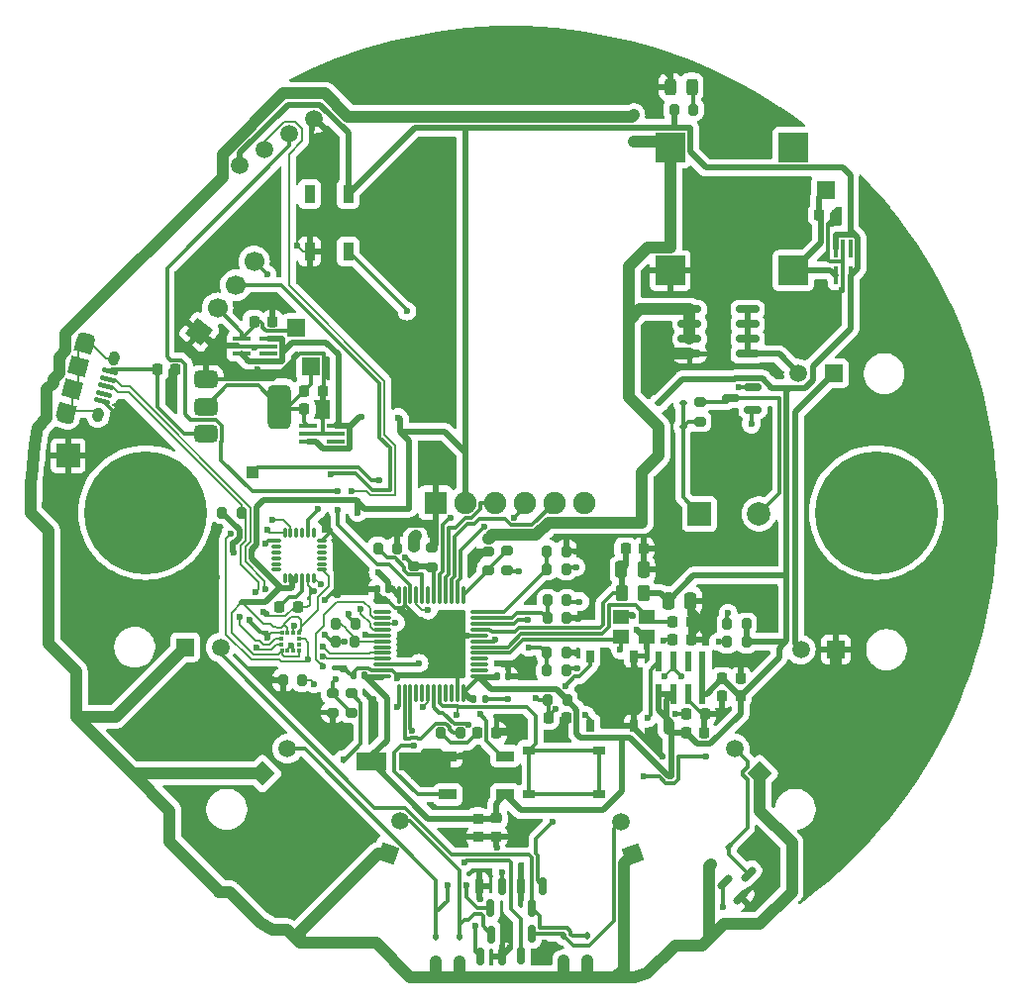
<source format=gtl>
G04 #@! TF.GenerationSoftware,KiCad,Pcbnew,7.0.11*
G04 #@! TF.CreationDate,2024-03-28T06:07:28-04:00*
G04 #@! TF.ProjectId,Motherboard,4d6f7468-6572-4626-9f61-72642e6b6963,rev?*
G04 #@! TF.SameCoordinates,Original*
G04 #@! TF.FileFunction,Copper,L1,Top*
G04 #@! TF.FilePolarity,Positive*
%FSLAX46Y46*%
G04 Gerber Fmt 4.6, Leading zero omitted, Abs format (unit mm)*
G04 Created by KiCad (PCBNEW 7.0.11) date 2024-03-28 06:07:28*
%MOMM*%
%LPD*%
G01*
G04 APERTURE LIST*
G04 Aperture macros list*
%AMRoundRect*
0 Rectangle with rounded corners*
0 $1 Rounding radius*
0 $2 $3 $4 $5 $6 $7 $8 $9 X,Y pos of 4 corners*
0 Add a 4 corners polygon primitive as box body*
4,1,4,$2,$3,$4,$5,$6,$7,$8,$9,$2,$3,0*
0 Add four circle primitives for the rounded corners*
1,1,$1+$1,$2,$3*
1,1,$1+$1,$4,$5*
1,1,$1+$1,$6,$7*
1,1,$1+$1,$8,$9*
0 Add four rect primitives between the rounded corners*
20,1,$1+$1,$2,$3,$4,$5,0*
20,1,$1+$1,$4,$5,$6,$7,0*
20,1,$1+$1,$6,$7,$8,$9,0*
20,1,$1+$1,$8,$9,$2,$3,0*%
%AMHorizOval*
0 Thick line with rounded ends*
0 $1 width*
0 $2 $3 position (X,Y) of the first rounded end (center of the circle)*
0 $4 $5 position (X,Y) of the second rounded end (center of the circle)*
0 Add line between two ends*
20,1,$1,$2,$3,$4,$5,0*
0 Add two circle primitives to create the rounded ends*
1,1,$1,$2,$3*
1,1,$1,$4,$5*%
%AMRotRect*
0 Rectangle, with rotation*
0 The origin of the aperture is its center*
0 $1 length*
0 $2 width*
0 $3 Rotation angle, in degrees counterclockwise*
0 Add horizontal line*
21,1,$1,$2,0,0,$3*%
G04 Aperture macros list end*
G04 #@! TA.AperFunction,SMDPad,CuDef*
%ADD10RotRect,0.400000X1.350000X255.000000*%
G04 #@! TD*
G04 #@! TA.AperFunction,ComponentPad*
%ADD11HorizOval,0.890000X-0.318756X0.085410X0.318756X-0.085410X0*%
G04 #@! TD*
G04 #@! TA.AperFunction,SMDPad,CuDef*
%ADD12RotRect,1.200000X1.550000X255.000000*%
G04 #@! TD*
G04 #@! TA.AperFunction,ComponentPad*
%ADD13HorizOval,0.950000X-0.038823X-0.144889X0.038823X0.144889X0*%
G04 #@! TD*
G04 #@! TA.AperFunction,SMDPad,CuDef*
%ADD14RotRect,1.500000X1.550000X255.000000*%
G04 #@! TD*
G04 #@! TA.AperFunction,SMDPad,CuDef*
%ADD15RoundRect,0.200000X-0.200000X-0.275000X0.200000X-0.275000X0.200000X0.275000X-0.200000X0.275000X0*%
G04 #@! TD*
G04 #@! TA.AperFunction,ComponentPad*
%ADD16RotRect,1.700000X1.700000X142.000000*%
G04 #@! TD*
G04 #@! TA.AperFunction,ComponentPad*
%ADD17HorizOval,1.700000X0.000000X0.000000X0.000000X0.000000X0*%
G04 #@! TD*
G04 #@! TA.AperFunction,SMDPad,CuDef*
%ADD18RoundRect,0.225000X-0.225000X-0.250000X0.225000X-0.250000X0.225000X0.250000X-0.225000X0.250000X0*%
G04 #@! TD*
G04 #@! TA.AperFunction,SMDPad,CuDef*
%ADD19RoundRect,0.150000X-0.825000X-0.150000X0.825000X-0.150000X0.825000X0.150000X-0.825000X0.150000X0*%
G04 #@! TD*
G04 #@! TA.AperFunction,SMDPad,CuDef*
%ADD20RoundRect,0.225000X-0.250000X0.225000X-0.250000X-0.225000X0.250000X-0.225000X0.250000X0.225000X0*%
G04 #@! TD*
G04 #@! TA.AperFunction,SMDPad,CuDef*
%ADD21RoundRect,0.200000X-0.275000X0.200000X-0.275000X-0.200000X0.275000X-0.200000X0.275000X0.200000X0*%
G04 #@! TD*
G04 #@! TA.AperFunction,SMDPad,CuDef*
%ADD22RoundRect,0.112500X0.112500X-0.187500X0.112500X0.187500X-0.112500X0.187500X-0.112500X-0.187500X0*%
G04 #@! TD*
G04 #@! TA.AperFunction,SMDPad,CuDef*
%ADD23RoundRect,0.200000X0.275000X-0.200000X0.275000X0.200000X-0.275000X0.200000X-0.275000X-0.200000X0*%
G04 #@! TD*
G04 #@! TA.AperFunction,ComponentPad*
%ADD24C,1.498600*%
G04 #@! TD*
G04 #@! TA.AperFunction,ComponentPad*
%ADD25RotRect,1.520000X1.520000X340.000000*%
G04 #@! TD*
G04 #@! TA.AperFunction,ComponentPad*
%ADD26C,1.520000*%
G04 #@! TD*
G04 #@! TA.AperFunction,SMDPad,CuDef*
%ADD27RoundRect,0.200000X0.200000X0.275000X-0.200000X0.275000X-0.200000X-0.275000X0.200000X-0.275000X0*%
G04 #@! TD*
G04 #@! TA.AperFunction,SMDPad,CuDef*
%ADD28RoundRect,0.075000X-0.350000X-0.075000X0.350000X-0.075000X0.350000X0.075000X-0.350000X0.075000X0*%
G04 #@! TD*
G04 #@! TA.AperFunction,SMDPad,CuDef*
%ADD29RoundRect,0.075000X0.075000X-0.350000X0.075000X0.350000X-0.075000X0.350000X-0.075000X-0.350000X0*%
G04 #@! TD*
G04 #@! TA.AperFunction,SMDPad,CuDef*
%ADD30RoundRect,0.250000X-1.050000X-0.550000X1.050000X-0.550000X1.050000X0.550000X-1.050000X0.550000X0*%
G04 #@! TD*
G04 #@! TA.AperFunction,SMDPad,CuDef*
%ADD31R,0.350000X0.375000*%
G04 #@! TD*
G04 #@! TA.AperFunction,SMDPad,CuDef*
%ADD32R,0.375000X0.350000*%
G04 #@! TD*
G04 #@! TA.AperFunction,ComponentPad*
%ADD33R,1.520000X1.520000*%
G04 #@! TD*
G04 #@! TA.AperFunction,SMDPad,CuDef*
%ADD34RoundRect,0.250000X-0.262500X-0.450000X0.262500X-0.450000X0.262500X0.450000X-0.262500X0.450000X0*%
G04 #@! TD*
G04 #@! TA.AperFunction,SMDPad,CuDef*
%ADD35R,0.900000X1.500000*%
G04 #@! TD*
G04 #@! TA.AperFunction,SMDPad,CuDef*
%ADD36RoundRect,0.140000X0.140000X0.170000X-0.140000X0.170000X-0.140000X-0.170000X0.140000X-0.170000X0*%
G04 #@! TD*
G04 #@! TA.AperFunction,SMDPad,CuDef*
%ADD37R,1.400000X1.200000*%
G04 #@! TD*
G04 #@! TA.AperFunction,ComponentPad*
%ADD38RotRect,1.520000X1.520000X315.000000*%
G04 #@! TD*
G04 #@! TA.AperFunction,ComponentPad*
%ADD39R,1.900000X1.900000*%
G04 #@! TD*
G04 #@! TA.AperFunction,ComponentPad*
%ADD40C,1.900000*%
G04 #@! TD*
G04 #@! TA.AperFunction,SMDPad,CuDef*
%ADD41RoundRect,0.075000X0.662500X0.075000X-0.662500X0.075000X-0.662500X-0.075000X0.662500X-0.075000X0*%
G04 #@! TD*
G04 #@! TA.AperFunction,SMDPad,CuDef*
%ADD42RoundRect,0.075000X0.075000X0.662500X-0.075000X0.662500X-0.075000X-0.662500X0.075000X-0.662500X0*%
G04 #@! TD*
G04 #@! TA.AperFunction,SMDPad,CuDef*
%ADD43RoundRect,0.112500X-0.053033X-0.212132X0.212132X0.053033X0.053033X0.212132X-0.212132X-0.053033X0*%
G04 #@! TD*
G04 #@! TA.AperFunction,SMDPad,CuDef*
%ADD44RoundRect,0.150000X0.587500X0.150000X-0.587500X0.150000X-0.587500X-0.150000X0.587500X-0.150000X0*%
G04 #@! TD*
G04 #@! TA.AperFunction,SMDPad,CuDef*
%ADD45RoundRect,0.112500X0.187500X0.112500X-0.187500X0.112500X-0.187500X-0.112500X0.187500X-0.112500X0*%
G04 #@! TD*
G04 #@! TA.AperFunction,SMDPad,CuDef*
%ADD46R,1.000000X0.750000*%
G04 #@! TD*
G04 #@! TA.AperFunction,SMDPad,CuDef*
%ADD47RoundRect,0.150000X-0.309359X-0.521491X0.521491X0.309359X0.309359X0.521491X-0.521491X-0.309359X0*%
G04 #@! TD*
G04 #@! TA.AperFunction,SMDPad,CuDef*
%ADD48R,2.500000X2.500000*%
G04 #@! TD*
G04 #@! TA.AperFunction,SMDPad,CuDef*
%ADD49R,1.500000X1.500000*%
G04 #@! TD*
G04 #@! TA.AperFunction,SMDPad,CuDef*
%ADD50RoundRect,0.250000X-0.250000X-0.475000X0.250000X-0.475000X0.250000X0.475000X-0.250000X0.475000X0*%
G04 #@! TD*
G04 #@! TA.AperFunction,ComponentPad*
%ADD51R,2.000000X2.000000*%
G04 #@! TD*
G04 #@! TA.AperFunction,ComponentPad*
%ADD52C,2.000000*%
G04 #@! TD*
G04 #@! TA.AperFunction,SMDPad,CuDef*
%ADD53R,1.000000X1.000000*%
G04 #@! TD*
G04 #@! TA.AperFunction,SMDPad,CuDef*
%ADD54RoundRect,0.150000X0.150000X-0.587500X0.150000X0.587500X-0.150000X0.587500X-0.150000X-0.587500X0*%
G04 #@! TD*
G04 #@! TA.AperFunction,SMDPad,CuDef*
%ADD55RoundRect,0.243750X-0.243750X-0.456250X0.243750X-0.456250X0.243750X0.456250X-0.243750X0.456250X0*%
G04 #@! TD*
G04 #@! TA.AperFunction,SMDPad,CuDef*
%ADD56R,0.600000X1.700000*%
G04 #@! TD*
G04 #@! TA.AperFunction,SMDPad,CuDef*
%ADD57RoundRect,0.375000X-0.625000X-0.375000X0.625000X-0.375000X0.625000X0.375000X-0.625000X0.375000X0*%
G04 #@! TD*
G04 #@! TA.AperFunction,SMDPad,CuDef*
%ADD58RoundRect,0.500000X-0.500000X-1.400000X0.500000X-1.400000X0.500000X1.400000X-0.500000X1.400000X0*%
G04 #@! TD*
G04 #@! TA.AperFunction,SMDPad,CuDef*
%ADD59R,0.300000X1.500000*%
G04 #@! TD*
G04 #@! TA.AperFunction,SMDPad,CuDef*
%ADD60RoundRect,0.140000X-0.140000X-0.170000X0.140000X-0.170000X0.140000X0.170000X-0.140000X0.170000X0*%
G04 #@! TD*
G04 #@! TA.AperFunction,SMDPad,CuDef*
%ADD61R,1.500000X0.300000*%
G04 #@! TD*
G04 #@! TA.AperFunction,ComponentPad*
%ADD62RotRect,1.520000X1.520000X45.000000*%
G04 #@! TD*
G04 #@! TA.AperFunction,SMDPad,CuDef*
%ADD63RoundRect,0.225000X0.250000X-0.225000X0.250000X0.225000X-0.250000X0.225000X-0.250000X-0.225000X0*%
G04 #@! TD*
G04 #@! TA.AperFunction,SMDPad,CuDef*
%ADD64RoundRect,0.150000X-0.150000X0.587500X-0.150000X-0.587500X0.150000X-0.587500X0.150000X0.587500X0*%
G04 #@! TD*
G04 #@! TA.AperFunction,ComponentPad*
%ADD65C,10.500000*%
G04 #@! TD*
G04 #@! TA.AperFunction,SMDPad,CuDef*
%ADD66R,1.500000X0.900000*%
G04 #@! TD*
G04 #@! TA.AperFunction,SMDPad,CuDef*
%ADD67RoundRect,0.218750X0.218750X0.256250X-0.218750X0.256250X-0.218750X-0.256250X0.218750X-0.256250X0*%
G04 #@! TD*
G04 #@! TA.AperFunction,SMDPad,CuDef*
%ADD68R,2.000000X2.000000*%
G04 #@! TD*
G04 #@! TA.AperFunction,SMDPad,CuDef*
%ADD69R,0.750000X1.000000*%
G04 #@! TD*
G04 #@! TA.AperFunction,ComponentPad*
%ADD70RotRect,1.520000X1.520000X20.000000*%
G04 #@! TD*
G04 #@! TA.AperFunction,ViaPad*
%ADD71C,0.600000*%
G04 #@! TD*
G04 #@! TA.AperFunction,Conductor*
%ADD72C,0.300000*%
G04 #@! TD*
G04 #@! TA.AperFunction,Conductor*
%ADD73C,0.200000*%
G04 #@! TD*
G04 #@! TA.AperFunction,Conductor*
%ADD74C,0.500000*%
G04 #@! TD*
G04 #@! TA.AperFunction,Conductor*
%ADD75C,1.000000*%
G04 #@! TD*
G04 APERTURE END LIST*
D10*
X157758512Y-110854482D03*
X157590280Y-111482334D03*
X157422047Y-112110186D03*
X157253815Y-112738037D03*
X157085582Y-113365889D03*
D11*
X155719914Y-108030634D03*
D12*
X155564623Y-108610189D03*
D13*
X158069095Y-109695371D03*
D14*
X155072866Y-110445448D03*
X154555228Y-112377300D03*
D13*
X156775000Y-114525000D03*
D12*
X154063472Y-114212559D03*
D11*
X153908181Y-114792115D03*
D15*
X195200000Y-138950000D03*
X196850000Y-138950000D03*
D16*
X165397440Y-107453095D03*
D17*
X166961220Y-105451548D03*
X168525000Y-103450000D03*
X170088780Y-101448453D03*
D18*
X210112500Y-137087500D03*
X211662500Y-137087500D03*
D15*
X210525000Y-132425000D03*
X212175000Y-132425000D03*
D19*
X207325000Y-105540000D03*
X207325000Y-106810000D03*
X207325000Y-108080000D03*
X207325000Y-109350000D03*
X212275000Y-109350000D03*
X212275000Y-108080000D03*
X212275000Y-106810000D03*
X212275000Y-105540000D03*
D20*
X190775000Y-149050000D03*
X190775000Y-150600000D03*
D21*
X178375000Y-138375000D03*
X178375000Y-140025000D03*
D22*
X187625000Y-161275000D03*
X187625000Y-159175000D03*
D23*
X176800000Y-140000000D03*
X176800000Y-138350000D03*
D24*
X175235361Y-89225606D03*
X173115241Y-90550404D03*
X170995121Y-91875202D03*
X168875000Y-93200000D03*
D25*
X181507655Y-152093861D03*
D26*
X182533715Y-149274784D03*
D22*
X198550000Y-161225000D03*
X198550000Y-159125000D03*
D27*
X196750000Y-136425000D03*
X195100000Y-136425000D03*
D21*
X208200000Y-113475000D03*
X208200000Y-115125000D03*
D28*
X172000000Y-125300000D03*
X172000000Y-125800000D03*
X172000000Y-126300000D03*
X172000000Y-126800000D03*
X172000000Y-127300000D03*
X172000000Y-127800000D03*
D29*
X172700000Y-128500000D03*
X173200000Y-128500000D03*
X173700000Y-128500000D03*
X174200000Y-128500000D03*
X174700000Y-128500000D03*
X175200000Y-128500000D03*
D28*
X175900000Y-127800000D03*
X175900000Y-127300000D03*
X175900000Y-126800000D03*
X175900000Y-126300000D03*
X175900000Y-125800000D03*
X175900000Y-125300000D03*
D29*
X175200000Y-124600000D03*
X174700000Y-124600000D03*
X174200000Y-124600000D03*
X173700000Y-124600000D03*
X173200000Y-124600000D03*
X172700000Y-124600000D03*
D30*
X180125000Y-144225000D03*
X183725000Y-144225000D03*
D31*
X173947500Y-133210000D03*
X173447500Y-133210000D03*
X172947500Y-133210000D03*
X172447500Y-133210000D03*
D32*
X172435000Y-133722500D03*
X172435000Y-134222500D03*
D31*
X172447500Y-134735000D03*
X172947500Y-134735000D03*
X173447500Y-134735000D03*
X173947500Y-134735000D03*
D32*
X173960000Y-134222500D03*
X173960000Y-133722500D03*
D27*
X178725000Y-132400000D03*
X177075000Y-132400000D03*
D33*
X219830001Y-134625000D03*
D26*
X216830002Y-134625000D03*
D34*
X201550000Y-129800000D03*
X203375000Y-129800000D03*
D18*
X210112500Y-138612500D03*
X211662500Y-138612500D03*
D35*
X178125000Y-95675000D03*
X174825000Y-95675000D03*
X174825000Y-100575000D03*
X178125000Y-100575000D03*
D36*
X179505000Y-136850000D03*
X178545000Y-136850000D03*
D37*
X201475000Y-133500000D03*
X203675000Y-133500000D03*
X203675000Y-131800000D03*
X201475000Y-131800000D03*
D38*
X170804898Y-145220101D03*
D26*
X172926218Y-143098781D03*
D39*
X185600000Y-122059000D03*
D40*
X188140000Y-122059000D03*
X190680000Y-122059000D03*
X193220000Y-122059000D03*
X195760000Y-122059000D03*
X198300000Y-122059000D03*
D41*
X189362500Y-136912500D03*
X189362500Y-136412500D03*
X189362500Y-135912500D03*
X189362500Y-135412500D03*
X189362500Y-134912500D03*
X189362500Y-134412500D03*
X189362500Y-133912500D03*
X189362500Y-133412500D03*
X189362500Y-132912500D03*
X189362500Y-132412500D03*
X189362500Y-131912500D03*
X189362500Y-131412500D03*
D42*
X187950000Y-130000000D03*
X187450000Y-130000000D03*
X186950000Y-130000000D03*
X186450000Y-130000000D03*
X185950000Y-130000000D03*
X185450000Y-130000000D03*
X184950000Y-130000000D03*
X184450000Y-130000000D03*
X183950000Y-130000000D03*
X183450000Y-130000000D03*
X182950000Y-130000000D03*
X182450000Y-130000000D03*
D41*
X181037500Y-131412500D03*
X181037500Y-131912500D03*
X181037500Y-132412500D03*
X181037500Y-132912500D03*
X181037500Y-133412500D03*
X181037500Y-133912500D03*
X181037500Y-134412500D03*
X181037500Y-134912500D03*
X181037500Y-135412500D03*
X181037500Y-135912500D03*
X181037500Y-136412500D03*
X181037500Y-136912500D03*
D42*
X182450000Y-138325000D03*
X182950000Y-138325000D03*
X183450000Y-138325000D03*
X183950000Y-138325000D03*
X184450000Y-138325000D03*
X184950000Y-138325000D03*
X185450000Y-138325000D03*
X185950000Y-138325000D03*
X186450000Y-138325000D03*
X186950000Y-138325000D03*
X187450000Y-138325000D03*
X187950000Y-138325000D03*
D43*
X209150000Y-152975000D03*
X210634924Y-151490076D03*
D44*
X212725000Y-114100000D03*
X212725000Y-112200000D03*
X210850000Y-113150000D03*
D45*
X206750000Y-115550000D03*
X204650000Y-115550000D03*
D27*
X196775000Y-127725000D03*
X195125000Y-127725000D03*
D18*
X218375000Y-97425000D03*
X219925000Y-97425000D03*
D15*
X205975000Y-88450000D03*
X207625000Y-88450000D03*
D27*
X196775000Y-126200000D03*
X195125000Y-126200000D03*
D18*
X174375000Y-114050000D03*
X175925000Y-114050000D03*
D22*
X185650000Y-161275000D03*
X185650000Y-159175000D03*
D18*
X205875000Y-132250000D03*
X207425000Y-132250000D03*
D46*
X193600000Y-143225000D03*
X199600000Y-143225000D03*
X193600000Y-146975000D03*
X199600000Y-146975000D03*
D36*
X181550000Y-129475000D03*
X180590000Y-129475000D03*
D47*
X210340336Y-154478661D03*
X211683839Y-155822164D03*
X212337913Y-153824587D03*
D48*
X205660000Y-91720000D03*
X216150000Y-91700000D03*
X216180000Y-102210000D03*
X205650000Y-102220000D03*
D33*
X219630001Y-111025000D03*
D26*
X216630002Y-111025000D03*
D49*
X173675000Y-107125000D03*
D50*
X201475000Y-127800000D03*
X203375000Y-127800000D03*
D18*
X205875000Y-133775000D03*
X207425000Y-133775000D03*
X201825000Y-126000000D03*
X203375000Y-126000000D03*
X172275000Y-130975000D03*
X173825000Y-130975000D03*
X174375000Y-112500000D03*
X175925000Y-112500000D03*
D27*
X182325000Y-125950000D03*
X180675000Y-125950000D03*
D51*
X208170000Y-123025000D03*
D52*
X213250000Y-123025000D03*
D49*
X218950000Y-95375000D03*
D53*
X169925000Y-119475000D03*
D54*
X189400000Y-160850000D03*
X191300000Y-160850000D03*
X190350000Y-158975000D03*
D18*
X170075000Y-106575000D03*
X171625000Y-106575000D03*
D55*
X205650000Y-86500000D03*
X207525000Y-86500000D03*
D49*
X174925000Y-110425000D03*
D18*
X207025000Y-141775000D03*
X208575000Y-141775000D03*
D54*
X192900000Y-160825000D03*
X194800000Y-160825000D03*
X193850000Y-158950000D03*
D21*
X183787500Y-125825000D03*
X183787500Y-127475000D03*
D56*
X204675000Y-138400000D03*
X205925000Y-138400000D03*
X207175000Y-138400000D03*
X208425000Y-138400000D03*
X208425000Y-135600000D03*
X207175000Y-135600000D03*
X205925000Y-135600000D03*
X204675000Y-135600000D03*
D33*
X164200001Y-134425000D03*
D26*
X167200000Y-134425000D03*
D21*
X190100000Y-126200000D03*
X190100000Y-127850000D03*
D23*
X185312500Y-127575000D03*
X185312500Y-125925000D03*
D57*
X165975000Y-111550000D03*
X165975000Y-113850000D03*
D58*
X172275000Y-113850000D03*
D57*
X165975000Y-116150000D03*
D59*
X219775000Y-102650000D03*
X220425000Y-102650000D03*
X221075000Y-102650000D03*
X221075000Y-100350000D03*
X220425000Y-100350000D03*
X219775000Y-100350000D03*
D18*
X195225000Y-140475000D03*
X196775000Y-140475000D03*
D60*
X190870000Y-136875000D03*
X191830000Y-136875000D03*
D15*
X210525000Y-133975000D03*
X212175000Y-133975000D03*
D50*
X205500000Y-130450000D03*
X207400000Y-130450000D03*
D61*
X174725000Y-115525000D03*
X174725000Y-116175000D03*
X174725000Y-116825000D03*
X177025000Y-116825000D03*
X177025000Y-116175000D03*
X177025000Y-115525000D03*
D15*
X177050000Y-133950000D03*
X178700000Y-133950000D03*
D18*
X161825000Y-110700000D03*
X163375000Y-110700000D03*
D27*
X174200000Y-137250000D03*
X172550000Y-137250000D03*
X196750000Y-134900000D03*
X195100000Y-134900000D03*
D15*
X186050000Y-141775000D03*
X187700000Y-141775000D03*
D60*
X188870000Y-138850000D03*
X189830000Y-138850000D03*
D45*
X206750000Y-113575000D03*
X204650000Y-113575000D03*
D23*
X191675000Y-127825000D03*
X191675000Y-126175000D03*
D22*
X196575000Y-161225000D03*
X196575000Y-159125000D03*
D62*
X213295101Y-145220103D03*
D26*
X211173781Y-143098783D03*
D61*
X169000000Y-108050000D03*
X169000000Y-108700000D03*
X169000000Y-109350000D03*
X171300000Y-109350000D03*
X171300000Y-108700000D03*
X171300000Y-108050000D03*
D27*
X169000000Y-122900000D03*
X167350000Y-122900000D03*
D63*
X189225000Y-150625000D03*
X189225000Y-149075000D03*
D64*
X194775000Y-154825000D03*
X192875000Y-154825000D03*
X193825000Y-156700000D03*
D65*
X223292000Y-122905000D03*
D66*
X191550000Y-147025000D03*
X191550000Y-143725000D03*
X186650000Y-143725000D03*
X186650000Y-147025000D03*
D67*
X190750000Y-141775000D03*
X189175000Y-141775000D03*
D68*
X154175000Y-118050000D03*
D18*
X207050000Y-140150000D03*
X208600000Y-140150000D03*
D27*
X196825000Y-130425000D03*
X195175000Y-130425000D03*
D69*
X202575000Y-135175000D03*
X202575000Y-141175000D03*
X198825000Y-135175000D03*
X198825000Y-141175000D03*
D70*
X202442343Y-152168862D03*
D26*
X201416283Y-149349785D03*
D64*
X191250000Y-154825000D03*
X189350000Y-154825000D03*
X190300000Y-156700000D03*
D65*
X160808000Y-122905000D03*
D27*
X196825000Y-131950000D03*
X195175000Y-131950000D03*
D71*
X190725000Y-133762500D03*
X194200000Y-138775000D03*
X195825000Y-139725000D03*
X196692831Y-137732169D03*
X198425000Y-140225000D03*
X158325000Y-114550000D03*
X205025000Y-143725000D03*
X176554191Y-124448431D03*
X187850000Y-143700000D03*
X195725000Y-141850000D03*
X176225000Y-90150000D03*
X177800000Y-133939176D03*
X189400000Y-156000000D03*
X177250000Y-129925000D03*
X204325000Y-125975000D03*
X192852880Y-136997120D03*
X202449998Y-131725000D03*
X210100000Y-139675000D03*
X173765241Y-100050000D03*
X211675000Y-136000000D03*
X176124265Y-130399265D03*
X173272498Y-134323940D03*
X197675000Y-126200000D03*
X183725000Y-145475000D03*
X219775000Y-136475000D03*
X187300000Y-136625000D03*
X166925000Y-128475000D03*
X190825000Y-151525000D03*
X171600000Y-105350000D03*
X211500000Y-112200000D03*
X197725000Y-134925000D03*
X199300000Y-139600000D03*
X163000000Y-112950000D03*
X191975000Y-160075000D03*
X188725000Y-127250000D03*
X175211127Y-129615548D03*
X180250000Y-138875000D03*
X202650000Y-136125000D03*
X171625000Y-137150000D03*
X194925000Y-159675000D03*
X171215392Y-133590392D03*
X177800000Y-136275000D03*
X177775000Y-142075000D03*
X170375000Y-110700000D03*
X208525000Y-132275000D03*
X197800000Y-131975000D03*
X170094612Y-108837724D03*
X185950000Y-133575000D03*
X202836014Y-132963986D03*
X182300000Y-137050000D03*
X188304471Y-133418177D03*
X171075020Y-125550000D03*
X212275000Y-156400000D03*
X191775000Y-138860000D03*
X205575000Y-109375000D03*
X192875000Y-155925000D03*
X193150000Y-141600000D03*
X220325000Y-103875000D03*
X176120780Y-133340102D03*
X202525000Y-139275000D03*
X205100000Y-85200000D03*
X170850000Y-131375000D03*
X185600000Y-117875000D03*
X169656128Y-132081128D03*
X205075000Y-133875000D03*
X201400000Y-134645639D03*
X179250000Y-114750000D03*
X169979022Y-126079022D03*
X182425000Y-114775000D03*
X168350000Y-126300000D03*
X180688173Y-128011827D03*
X178950000Y-122900000D03*
X183725000Y-142825000D03*
X183600000Y-141525000D03*
X190125000Y-125100000D03*
X202525000Y-88925000D03*
X202575000Y-91150000D03*
X183900000Y-124725000D03*
X188275000Y-154800000D03*
X186650000Y-154750000D03*
X171075000Y-129475000D03*
X175975000Y-134400000D03*
X175975000Y-135250000D03*
X170225000Y-129712285D03*
X184184620Y-135790380D03*
X176675000Y-119675000D03*
X171200000Y-102550000D03*
X182300000Y-139573285D03*
X197725000Y-136200000D03*
X195600000Y-149375000D03*
X191250000Y-153650000D03*
X197925000Y-130525000D03*
X197600000Y-127575000D03*
X189000000Y-158212180D03*
X188100000Y-152825000D03*
X192725000Y-127950000D03*
X210150000Y-156650000D03*
X177709620Y-144015380D03*
X175213235Y-137561765D03*
X187387559Y-140227855D03*
X183016526Y-126728047D03*
X180750000Y-120175000D03*
X193547120Y-134425000D03*
X193500000Y-132125000D03*
X177082108Y-137167892D03*
X179600000Y-133350000D03*
X189775000Y-124100000D03*
X186900000Y-123375000D03*
X192325000Y-123325000D03*
X206606838Y-136872008D03*
X173522500Y-132579124D03*
X188423290Y-141030603D03*
X171200000Y-124375000D03*
X205208945Y-136891895D03*
X209800000Y-133950000D03*
X184500000Y-139575000D03*
X174713973Y-135491315D03*
X168075020Y-124730331D03*
X210600000Y-131500000D03*
X171625000Y-123500000D03*
X208700000Y-143750000D03*
X203375000Y-145425000D03*
X203732169Y-140482169D03*
X175525000Y-122600000D03*
X206125000Y-140150000D03*
X189425000Y-140160000D03*
X183150000Y-105675000D03*
X177250000Y-121100000D03*
X177250000Y-122650000D03*
X178424454Y-121100000D03*
X184970221Y-131237499D03*
X178175000Y-131575000D03*
X212600000Y-115350000D03*
X182178846Y-132305830D03*
X168824265Y-131800735D03*
X170261765Y-134463235D03*
X175963054Y-136049913D03*
X179200000Y-131125000D03*
X175750958Y-129025136D03*
D72*
X206750000Y-115550000D02*
X206750000Y-121605000D01*
X207175000Y-115125000D02*
X206750000Y-115550000D01*
X208200000Y-115125000D02*
X207175000Y-115125000D01*
X206750000Y-121605000D02*
X208170000Y-123025000D01*
X206750000Y-113575000D02*
X206750000Y-115550000D01*
X215020002Y-113150000D02*
X210475000Y-113150000D01*
X210150000Y-113475000D02*
X210525000Y-113475000D01*
X213250000Y-123025000D02*
X215020002Y-121254998D01*
X210475000Y-113150000D02*
X210150000Y-113475000D01*
X208200000Y-113475000D02*
X210525000Y-113475000D01*
X210525000Y-113475000D02*
X210850000Y-113150000D01*
X215020002Y-121254998D02*
X215020002Y-113150000D01*
X195825000Y-139725000D02*
X195225000Y-140325000D01*
X190725000Y-133762500D02*
X190575000Y-133912500D01*
X195225000Y-140325000D02*
X195225000Y-140475000D01*
X198825000Y-136019239D02*
X198825000Y-135175000D01*
X198825000Y-140625000D02*
X198425000Y-140225000D01*
X196701189Y-137732169D02*
X197500000Y-136933358D01*
X194375000Y-138950000D02*
X194200000Y-138775000D01*
X198825000Y-141175000D02*
X198825000Y-140625000D01*
X196692831Y-137732169D02*
X196701189Y-137732169D01*
X190575000Y-133912500D02*
X189362500Y-133912500D01*
X197500000Y-136933358D02*
X197910881Y-136933358D01*
X195225000Y-140475000D02*
X195225000Y-138975000D01*
X195225000Y-138975000D02*
X195200000Y-138950000D01*
X195200000Y-138950000D02*
X194375000Y-138950000D01*
X197910881Y-136933358D02*
X198825000Y-136019239D01*
D73*
X174290241Y-100575000D02*
X173765241Y-100050000D01*
X171215392Y-133590392D02*
X171595784Y-133210000D01*
D74*
X192875000Y-154825000D02*
X192875000Y-155925000D01*
D72*
X180590000Y-129475000D02*
X180590000Y-129784999D01*
X187450000Y-136775000D02*
X187450000Y-138325000D01*
X205650000Y-85750000D02*
X205100000Y-85200000D01*
X178545000Y-136850000D02*
X178375000Y-136850000D01*
X185684380Y-133575000D02*
X182950000Y-130840620D01*
X197800000Y-131975000D02*
X196850000Y-131975000D01*
D74*
X185600000Y-122059000D02*
X185600000Y-124125000D01*
D73*
X174825000Y-100575000D02*
X174290241Y-100575000D01*
D74*
X202575000Y-141275000D02*
X205025000Y-143725000D01*
D72*
X176800000Y-129723530D02*
X177100000Y-129423530D01*
X181878120Y-136412500D02*
X181037500Y-136412500D01*
X220425000Y-103775000D02*
X220325000Y-103875000D01*
D73*
X174700000Y-128500000D02*
X174700000Y-129161415D01*
D72*
X175975000Y-116175000D02*
X177025000Y-116175000D01*
D74*
X201450000Y-131700000D02*
X202424998Y-131700000D01*
D72*
X177001470Y-129925000D02*
X176800000Y-129723530D01*
X209850000Y-138875000D02*
X210112500Y-138612500D01*
X182162500Y-131087500D02*
X182703120Y-131087500D01*
X210112500Y-139662500D02*
X210100000Y-139675000D01*
D74*
X165900000Y-111475000D02*
X165975000Y-111550000D01*
D72*
X180590000Y-129784999D02*
X181030001Y-130225000D01*
D74*
X194800000Y-160825000D02*
X194800000Y-159800000D01*
X194800000Y-159800000D02*
X194925000Y-159675000D01*
X185600000Y-124125000D02*
X185450000Y-123975000D01*
D73*
X176554191Y-124448431D02*
X176554191Y-124645809D01*
D72*
X220425000Y-101475000D02*
X219300000Y-101475000D01*
D74*
X182325000Y-124800000D02*
X182325000Y-125950000D01*
X187825000Y-143725000D02*
X187850000Y-143700000D01*
X202575000Y-139325000D02*
X202575000Y-141175000D01*
X165397440Y-107453095D02*
X166594345Y-108650000D01*
D72*
X171325020Y-125300000D02*
X172000000Y-125300000D01*
X176025000Y-112400000D02*
X176025000Y-109325000D01*
X191765000Y-138850000D02*
X191775000Y-138860000D01*
D74*
X211697164Y-155822164D02*
X212275000Y-156400000D01*
D72*
X157140889Y-113365889D02*
X157085582Y-113365889D01*
X191830000Y-136875000D02*
X192730760Y-136875000D01*
X177250000Y-129925000D02*
X177700000Y-129475000D01*
D73*
X172947500Y-134648938D02*
X172947500Y-134735000D01*
D72*
X207175000Y-138400000D02*
X207175000Y-138950000D01*
D74*
X204300000Y-126000000D02*
X204325000Y-125975000D01*
X185600000Y-125637500D02*
X185312500Y-125925000D01*
X190750000Y-150625000D02*
X190775000Y-150600000D01*
D72*
X220425000Y-102650000D02*
X220425000Y-103775000D01*
D73*
X173447500Y-134498942D02*
X173447500Y-134735000D01*
D72*
X197700000Y-134900000D02*
X197725000Y-134925000D01*
D73*
X174700000Y-129161415D02*
X174929988Y-129391403D01*
X174837500Y-129989175D02*
X174837500Y-130425000D01*
D72*
X187300000Y-136625000D02*
X187450000Y-136775000D01*
X207175000Y-138950000D02*
X208375000Y-140150000D01*
X171625000Y-106575000D02*
X171625000Y-105375000D01*
X219175000Y-98175000D02*
X219925000Y-97425000D01*
X169000000Y-108700000D02*
X170375000Y-108700000D01*
D74*
X202575000Y-135175000D02*
X202575000Y-136050000D01*
X185450000Y-123975000D02*
X183150000Y-123975000D01*
D73*
X174929988Y-129391403D02*
X174837500Y-129483891D01*
D72*
X220425000Y-100350000D02*
X220425000Y-101475000D01*
X177800000Y-133939176D02*
X177414176Y-133939176D01*
D74*
X202836014Y-132963986D02*
X203272028Y-133400000D01*
D72*
X177414176Y-133939176D02*
X177400000Y-133925000D01*
D73*
X174580760Y-130975000D02*
X173825000Y-130975000D01*
D72*
X182950000Y-130840620D02*
X182950000Y-130000000D01*
D74*
X202575000Y-141175000D02*
X202575000Y-141275000D01*
D72*
X181300000Y-130225000D02*
X182162500Y-131087500D01*
D74*
X175300606Y-89225606D02*
X176225000Y-90150000D01*
D72*
X177400000Y-133925000D02*
X176705678Y-133925000D01*
D74*
X211662500Y-137087500D02*
X211662500Y-136012500D01*
D72*
X171748528Y-111550000D02*
X170475000Y-111550000D01*
D73*
X174621630Y-131015870D02*
X174580760Y-130975000D01*
D74*
X186650000Y-143725000D02*
X187825000Y-143725000D01*
D72*
X170475000Y-110800000D02*
X170375000Y-110700000D01*
X170094612Y-108837724D02*
X170232336Y-108700000D01*
D74*
X191300000Y-160750000D02*
X191300000Y-160850000D01*
D72*
X178545000Y-136540001D02*
X178895001Y-136190000D01*
X174023528Y-109275000D02*
X171748528Y-111550000D01*
D74*
X191975000Y-160075000D02*
X191300000Y-160750000D01*
D72*
X185950000Y-133575000D02*
X185684380Y-133575000D01*
X192730760Y-136875000D02*
X192852880Y-136997120D01*
D74*
X202525000Y-139275000D02*
X202575000Y-139325000D01*
D72*
X219175000Y-101350000D02*
X219175000Y-98175000D01*
D74*
X208575000Y-140175000D02*
X208600000Y-140150000D01*
X202575000Y-136050000D02*
X202650000Y-136125000D01*
X172550000Y-137250000D02*
X171725000Y-137250000D01*
D72*
X189362500Y-133412500D02*
X188310148Y-133412500D01*
X178375000Y-136850000D02*
X177800000Y-136275000D01*
X188310148Y-133412500D02*
X188304471Y-133418177D01*
X170232336Y-108700000D02*
X170375000Y-108700000D01*
X196775000Y-126200000D02*
X197675000Y-126200000D01*
X219300000Y-101475000D02*
X219175000Y-101350000D01*
X175925000Y-116125000D02*
X175975000Y-116175000D01*
X182300000Y-136834380D02*
X181878120Y-136412500D01*
X170475000Y-111550000D02*
X165975000Y-111550000D01*
X171075020Y-125550000D02*
X171325020Y-125300000D01*
D74*
X208575000Y-141775000D02*
X208575000Y-140175000D01*
X175235361Y-89225606D02*
X175300606Y-89225606D01*
D72*
X176025000Y-109325000D02*
X175975000Y-109275000D01*
D75*
X219830001Y-136419999D02*
X219775000Y-136475000D01*
D74*
X183150000Y-123975000D02*
X182325000Y-124800000D01*
X166594345Y-108650000D02*
X168710050Y-108650000D01*
X190775000Y-151475000D02*
X190825000Y-151525000D01*
X189775000Y-126200000D02*
X190100000Y-126200000D01*
X207425000Y-133375000D02*
X208525000Y-132275000D01*
X209625000Y-140150000D02*
X210100000Y-139675000D01*
D73*
X173272498Y-134323940D02*
X172947500Y-134648938D01*
D74*
X189225000Y-150625000D02*
X190750000Y-150625000D01*
D73*
X173825000Y-130975000D02*
X173550000Y-130975000D01*
D72*
X212725000Y-112200000D02*
X211500000Y-112200000D01*
X205650000Y-86500000D02*
X205650000Y-85750000D01*
X174725000Y-116175000D02*
X175975000Y-116175000D01*
X175975000Y-109275000D02*
X174023528Y-109275000D01*
D74*
X185600000Y-124125000D02*
X185600000Y-125637500D01*
X189350000Y-155950000D02*
X189400000Y-156000000D01*
X207425000Y-133775000D02*
X207425000Y-133375000D01*
X202424998Y-131700000D02*
X202449998Y-131725000D01*
D73*
X169706128Y-132081128D02*
X169656128Y-132081128D01*
D75*
X219830001Y-134625000D02*
X219830001Y-136419999D01*
X205600000Y-109350000D02*
X205575000Y-109375000D01*
D72*
X170475000Y-111550000D02*
X170475000Y-110800000D01*
X176800000Y-129723530D02*
X176124265Y-130399265D01*
X196750000Y-134900000D02*
X197700000Y-134900000D01*
D73*
X175211127Y-129615548D02*
X174837500Y-129989175D01*
D74*
X193150000Y-141600000D02*
X190775000Y-141600000D01*
D72*
X176705678Y-133925000D02*
X176120780Y-133340102D01*
X177250000Y-129925000D02*
X177001470Y-129925000D01*
X158325000Y-114550000D02*
X157140889Y-113365889D01*
D74*
X207400000Y-131150000D02*
X208525000Y-132275000D01*
D73*
X171215392Y-133590392D02*
X169706128Y-132081128D01*
D74*
X185600000Y-117875000D02*
X185600000Y-122059000D01*
D72*
X179865000Y-136190000D02*
X180087500Y-136412500D01*
X181030001Y-130225000D02*
X181300000Y-130225000D01*
X182300000Y-137050000D02*
X182300000Y-136834380D01*
D73*
X173272498Y-134323940D02*
X173447500Y-134498942D01*
D72*
X210112500Y-138612500D02*
X210112500Y-139662500D01*
X177700000Y-129475000D02*
X180590000Y-129475000D01*
D74*
X208500000Y-132250000D02*
X208525000Y-132275000D01*
X211683839Y-155822164D02*
X211697164Y-155822164D01*
D72*
X196850000Y-131975000D02*
X196825000Y-131950000D01*
D73*
X176554191Y-124448431D02*
X176750000Y-124644240D01*
D72*
X175925000Y-114050000D02*
X175925000Y-116125000D01*
D74*
X203375000Y-127800000D02*
X203375000Y-126000000D01*
D72*
X177100000Y-129423530D02*
X177100000Y-124994240D01*
X175925000Y-112500000D02*
X176025000Y-112400000D01*
X176554191Y-124645809D02*
X175900000Y-125300000D01*
D74*
X207425000Y-132250000D02*
X208500000Y-132250000D01*
X188725000Y-127250000D02*
X189775000Y-126200000D01*
D72*
X170375000Y-108700000D02*
X171300000Y-108700000D01*
X178895001Y-136190000D02*
X179865000Y-136190000D01*
D74*
X190775000Y-150600000D02*
X190775000Y-151475000D01*
D72*
X180087500Y-136412500D02*
X181037500Y-136412500D01*
D73*
X174621630Y-131015870D02*
X174837500Y-130800000D01*
D72*
X177100000Y-124994240D02*
X176750000Y-124644240D01*
D74*
X189350000Y-154825000D02*
X189350000Y-155950000D01*
D72*
X178545000Y-136850000D02*
X178545000Y-136540001D01*
D74*
X207400000Y-130450000D02*
X207400000Y-131150000D01*
D73*
X171225000Y-131750000D02*
X170850000Y-131375000D01*
D74*
X203272028Y-133400000D02*
X203650000Y-133400000D01*
D73*
X174837500Y-129483891D02*
X174837500Y-130425000D01*
D72*
X171625000Y-105375000D02*
X171600000Y-105350000D01*
D74*
X208600000Y-140150000D02*
X209625000Y-140150000D01*
D73*
X174837500Y-130800000D02*
X174837500Y-130425000D01*
D74*
X171725000Y-137250000D02*
X171625000Y-137150000D01*
X203375000Y-126000000D02*
X204300000Y-126000000D01*
D75*
X207325000Y-109350000D02*
X205600000Y-109350000D01*
D72*
X182703120Y-131087500D02*
X182950000Y-130840620D01*
X189830000Y-138850000D02*
X191765000Y-138850000D01*
D73*
X173550000Y-130975000D02*
X172775000Y-131750000D01*
D72*
X220425000Y-101475000D02*
X220425000Y-102650000D01*
D73*
X171595784Y-133210000D02*
X172447500Y-133210000D01*
X172775000Y-131750000D02*
X171225000Y-131750000D01*
D72*
X208375000Y-140150000D02*
X208600000Y-140150000D01*
D74*
X211662500Y-136012500D02*
X211675000Y-136000000D01*
D72*
X191962500Y-134912500D02*
X189362500Y-134912500D01*
X205875000Y-133775000D02*
X205175000Y-133775000D01*
X201200000Y-133775000D02*
X193100000Y-133775000D01*
X201475000Y-134570639D02*
X201475000Y-133500000D01*
X193100000Y-133775000D02*
X191962500Y-134912500D01*
X201475000Y-133500000D02*
X201200000Y-133775000D01*
X205175000Y-133775000D02*
X205075000Y-133875000D01*
X201400000Y-134645639D02*
X201475000Y-134570639D01*
X204125000Y-132250000D02*
X203675000Y-131800000D01*
X200425000Y-130850000D02*
X200425000Y-132700000D01*
X192892894Y-133275000D02*
X191755394Y-134412500D01*
X205875000Y-132250000D02*
X204125000Y-132250000D01*
X202725000Y-130850000D02*
X200425000Y-130850000D01*
X191755394Y-134412500D02*
X189362500Y-134412500D01*
X199850000Y-133275000D02*
X192892894Y-133275000D01*
X200425000Y-132700000D02*
X199850000Y-133275000D01*
X203675000Y-131800000D02*
X202725000Y-130850000D01*
D73*
X173947500Y-135197500D02*
X173922500Y-135222500D01*
D74*
X173200000Y-129375000D02*
X173300000Y-129275000D01*
X172352729Y-129322271D02*
X172405458Y-129375000D01*
X175975000Y-117475000D02*
X178175000Y-117475000D01*
X178950000Y-122900000D02*
X178950000Y-121975000D01*
X208425000Y-138400000D02*
X208800000Y-138400000D01*
X188870000Y-138850000D02*
X188575000Y-138850000D01*
D73*
X176450000Y-129225000D02*
X176450000Y-128350000D01*
D74*
X215620002Y-128300000D02*
X215620002Y-133825000D01*
X220375000Y-93425000D02*
X208708502Y-93425000D01*
X205975000Y-90000000D02*
X184300000Y-90000000D01*
X178175000Y-117475000D02*
X178225000Y-117425000D01*
X204675000Y-138400000D02*
X205925000Y-138400000D01*
X182425000Y-114775000D02*
X182575000Y-114925000D01*
X172989024Y-88026306D02*
X175732128Y-88026306D01*
X174725000Y-116825000D02*
X175325000Y-116825000D01*
D73*
X171935000Y-132635000D02*
X171723804Y-132635000D01*
D74*
X215950000Y-112235000D02*
X214350184Y-112235000D01*
D73*
X172850000Y-132240686D02*
X172850000Y-132250000D01*
D74*
X175325000Y-116825000D02*
X175975000Y-117475000D01*
X179667500Y-137012500D02*
X181037500Y-137012500D01*
X214950000Y-135325000D02*
X211662500Y-138612500D01*
X190775000Y-147800000D02*
X191550000Y-147025000D01*
X181425000Y-142400000D02*
X181425000Y-138770000D01*
X179505000Y-136850000D02*
X179667500Y-137012500D01*
D73*
X172447500Y-135032500D02*
X172447500Y-134735000D01*
X176450000Y-128350000D02*
X175900000Y-127800000D01*
D74*
X205350000Y-138975000D02*
X205925000Y-138400000D01*
X181625000Y-129400000D02*
X181875000Y-129400000D01*
D73*
X174123391Y-132073391D02*
X173875000Y-131825000D01*
D74*
X176251472Y-108350000D02*
X173350000Y-108350000D01*
X182350000Y-129875000D02*
X182350000Y-130000000D01*
X207650000Y-128300000D02*
X215620002Y-128300000D01*
X191550000Y-147025000D02*
X192875000Y-148350000D01*
X168350000Y-126300000D02*
X168250000Y-126200000D01*
D73*
X168150000Y-131475000D02*
X168150000Y-133200000D01*
D74*
X172405458Y-129375000D02*
X173200000Y-129375000D01*
X215620002Y-133825000D02*
X215620002Y-133854998D01*
X197675000Y-141800000D02*
X198000000Y-142125000D01*
D73*
X170025000Y-135075000D02*
X172107500Y-135075000D01*
X171723804Y-132635000D02*
X171513804Y-132425000D01*
D74*
X207340000Y-90000000D02*
X205975000Y-90000000D01*
D73*
X175500000Y-131275000D02*
X175500000Y-130175000D01*
D74*
X195925000Y-138025000D02*
X190375000Y-138025000D01*
D73*
X173947500Y-133003544D02*
X174123391Y-132827653D01*
D74*
X179250000Y-114750000D02*
X179050000Y-114750000D01*
X168825020Y-124375020D02*
X167350000Y-122900000D01*
X211189339Y-111450000D02*
X211139339Y-111500000D01*
X186375000Y-116000000D02*
X182575000Y-116000000D01*
X214350184Y-112235000D02*
X213565184Y-111450000D01*
X183300000Y-122575000D02*
X179550000Y-122575000D01*
X221050000Y-98775000D02*
X221050000Y-94100000D01*
D73*
X168150000Y-133200000D02*
X170025000Y-135075000D01*
D74*
X209085828Y-142700000D02*
X211662500Y-140123328D01*
X202200000Y-142125000D02*
X205539950Y-145464950D01*
X189225000Y-149075000D02*
X184975000Y-149075000D01*
X178950000Y-121975000D02*
X178825000Y-121850000D01*
X207360000Y-90020000D02*
X207340000Y-90000000D01*
X208425000Y-135600000D02*
X208425000Y-138400000D01*
X182575000Y-114925000D02*
X182575000Y-116000000D01*
X207025000Y-141775000D02*
X207950000Y-142700000D01*
X172450000Y-108050000D02*
X171300000Y-108050000D01*
D73*
X169025000Y-130600000D02*
X168150000Y-131475000D01*
D74*
X188140000Y-117765000D02*
X186375000Y-116000000D01*
X207025000Y-141775000D02*
X205575000Y-141775000D01*
D73*
X174123391Y-132827653D02*
X174123391Y-132651609D01*
X173265686Y-131825000D02*
X172850000Y-132240686D01*
D74*
X177300000Y-109398528D02*
X176251472Y-108350000D01*
D73*
X172022500Y-132722500D02*
X171935000Y-132635000D01*
D74*
X221075000Y-102650000D02*
X221075000Y-107160001D01*
X221675000Y-99400000D02*
X221675000Y-102050000D01*
X172500000Y-108100000D02*
X172450000Y-108050000D01*
D73*
X172947500Y-133210000D02*
X172947500Y-132797500D01*
D74*
X188140000Y-90000000D02*
X188140000Y-122059000D01*
D73*
X172637500Y-135222500D02*
X172447500Y-135032500D01*
D74*
X177300000Y-115250000D02*
X177300000Y-109398528D01*
X206725000Y-111500000D02*
X204650000Y-113575000D01*
X204850000Y-129800000D02*
X205500000Y-130450000D01*
D73*
X173947500Y-134735000D02*
X173947500Y-135197500D01*
D74*
X205775000Y-140860661D02*
X204675000Y-139760661D01*
D73*
X174123391Y-133034109D02*
X174123391Y-132073391D01*
X171513804Y-132425000D02*
X170850000Y-132425000D01*
D74*
X205500000Y-130450000D02*
X207650000Y-128300000D01*
X208800000Y-138400000D02*
X210112500Y-137087500D01*
X169025000Y-130600000D02*
X171075000Y-130600000D01*
X217840002Y-110394999D02*
X217840002Y-111609998D01*
X178225000Y-117425000D02*
X178225000Y-115575000D01*
X221075000Y-107160001D02*
X217840002Y-110394999D01*
X205775000Y-145464950D02*
X205775000Y-140860661D01*
X183800000Y-90000000D02*
X184300000Y-90000000D01*
X173350000Y-108350000D02*
X172500000Y-109200000D01*
X190870000Y-136875000D02*
X190732500Y-137012500D01*
X181875000Y-129400000D02*
X182350000Y-129875000D01*
X168825020Y-125040992D02*
X168825020Y-124375020D01*
X184975000Y-149075000D02*
X180125000Y-144225000D01*
X169000000Y-109350000D02*
X169600000Y-109950000D01*
X215950000Y-112235000D02*
X215620002Y-112564998D01*
X192875000Y-148350000D02*
X199900000Y-148350000D01*
X221425000Y-99150000D02*
X221675000Y-99400000D01*
X188140000Y-122059000D02*
X188140000Y-117765000D01*
X213565184Y-111450000D02*
X211189339Y-111450000D01*
X189225000Y-149075000D02*
X190750000Y-149075000D01*
X168250000Y-126200000D02*
X168250000Y-125480331D01*
X217840002Y-111609998D02*
X217215000Y-112235000D01*
X183300000Y-116725000D02*
X183300000Y-122575000D01*
X211637500Y-138612500D02*
X210112500Y-137087500D01*
X169900000Y-126087332D02*
X169900000Y-126869542D01*
X201500000Y-142125000D02*
X202200000Y-142125000D01*
X221050000Y-94100000D02*
X220375000Y-93425000D01*
X178825000Y-121850000D02*
X170912500Y-121850000D01*
X178125000Y-95675000D02*
X183800000Y-90000000D01*
X172500000Y-109950000D02*
X172500000Y-109200000D01*
X207360000Y-92076498D02*
X207360000Y-90020000D01*
X219775000Y-99200000D02*
X219825000Y-99150000D01*
X170325020Y-125662311D02*
X169900000Y-126087332D01*
D73*
X173922500Y-135222500D02*
X172637500Y-135222500D01*
D74*
X212175000Y-132425000D02*
X212175000Y-133975000D01*
D72*
X187950000Y-138325000D02*
X189362500Y-136912500D01*
D74*
X205575000Y-141775000D02*
X205350000Y-141550000D01*
X203375000Y-129800000D02*
X204850000Y-129800000D01*
X181425000Y-138770000D02*
X179505000Y-136850000D01*
X211662500Y-138612500D02*
X211637500Y-138612500D01*
X190375000Y-138025000D02*
X189362500Y-137012500D01*
X182575000Y-116000000D02*
X183300000Y-116725000D01*
X196850000Y-138950000D02*
X197675000Y-139775000D01*
X207950000Y-142700000D02*
X209085828Y-142700000D01*
D73*
X172377500Y-132722500D02*
X172022500Y-132722500D01*
D74*
X169900000Y-126869542D02*
X172352729Y-129322271D01*
D73*
X173947500Y-133210000D02*
X174123391Y-133034109D01*
D74*
X180688173Y-128011827D02*
X181550000Y-128873654D01*
X172500000Y-109200000D02*
X172500000Y-108100000D01*
X168250000Y-125480331D02*
X168385681Y-125480331D01*
X177025000Y-115525000D02*
X177300000Y-115250000D01*
D73*
X173947500Y-133210000D02*
X173947500Y-133003544D01*
D74*
X214950000Y-134525000D02*
X214950000Y-135325000D01*
X179050000Y-114750000D02*
X178225000Y-115575000D01*
X204675000Y-139760661D02*
X204675000Y-138400000D01*
X198000000Y-142125000D02*
X201500000Y-142125000D01*
X168875000Y-92140330D02*
X172989024Y-88026306D01*
X190732500Y-137012500D02*
X189362500Y-137012500D01*
X168875000Y-93200000D02*
X168875000Y-92140330D01*
X196850000Y-138950000D02*
X195925000Y-138025000D01*
X219775000Y-100350000D02*
X219775000Y-99200000D01*
X215470002Y-133975000D02*
X215620002Y-133825000D01*
X188575000Y-138850000D02*
X188050000Y-138325000D01*
X199900000Y-148350000D02*
X201500000Y-146750000D01*
X221675000Y-102050000D02*
X221075000Y-102650000D01*
D73*
X173200000Y-128500000D02*
X173700000Y-128500000D01*
D74*
X175732128Y-88026306D02*
X178125000Y-90419178D01*
X205350000Y-141550000D02*
X205350000Y-138975000D01*
X211662500Y-140123328D02*
X211662500Y-138612500D01*
X197675000Y-139775000D02*
X197675000Y-141800000D01*
X179550000Y-122575000D02*
X178825000Y-121850000D01*
X170912500Y-121850000D02*
X170325020Y-122437480D01*
X217215000Y-112235000D02*
X215950000Y-112235000D01*
X190775000Y-149050000D02*
X190775000Y-147800000D01*
X180125000Y-143700000D02*
X181425000Y-142400000D01*
D73*
X173875000Y-131825000D02*
X173265686Y-131825000D01*
D74*
X208708502Y-93425000D02*
X207360000Y-92076498D01*
X173300000Y-129275000D02*
X173300000Y-128500000D01*
X181550000Y-128873654D02*
X181550000Y-129475000D01*
X221425000Y-99150000D02*
X221050000Y-98775000D01*
X205975000Y-88450000D02*
X205975000Y-90000000D01*
X211139339Y-111500000D02*
X206725000Y-111500000D01*
D73*
X172107500Y-135075000D02*
X172447500Y-134735000D01*
D74*
X205539950Y-145464950D02*
X205775000Y-145464950D01*
X170325020Y-122437480D02*
X170325020Y-125662311D01*
X212175000Y-133975000D02*
X215470002Y-133975000D01*
X190750000Y-149075000D02*
X190775000Y-149050000D01*
X178125000Y-90419178D02*
X178125000Y-95675000D01*
D73*
X172947500Y-132797500D02*
X172625000Y-132475000D01*
X175500000Y-130175000D02*
X176450000Y-129225000D01*
D74*
X171075000Y-130600000D02*
X172352729Y-129322271D01*
X215620002Y-112564998D02*
X215620002Y-128300000D01*
X180125000Y-144225000D02*
X180125000Y-143700000D01*
D73*
X174123391Y-132651609D02*
X175500000Y-131275000D01*
D74*
X168385681Y-125480331D02*
X168825020Y-125040992D01*
X178175000Y-115525000D02*
X177025000Y-115525000D01*
X201500000Y-146750000D02*
X201500000Y-142125000D01*
X181550000Y-129475000D02*
X181625000Y-129400000D01*
X169600000Y-109950000D02*
X172500000Y-109950000D01*
X178225000Y-115575000D02*
X178175000Y-115525000D01*
D73*
X172850000Y-132250000D02*
X172377500Y-132722500D01*
D74*
X219825000Y-99150000D02*
X221425000Y-99150000D01*
X215620002Y-133854998D02*
X214950000Y-134525000D01*
X184300000Y-90000000D02*
X188140000Y-90000000D01*
D73*
X170850000Y-132425000D02*
X169025000Y-130600000D01*
D74*
X201550000Y-129800000D02*
X201550000Y-127875000D01*
D72*
X192685788Y-132775000D02*
X199642894Y-132775000D01*
X190403120Y-133112500D02*
X192348288Y-133112500D01*
D74*
X201550000Y-127875000D02*
X201475000Y-127800000D01*
D72*
X192348288Y-133112500D02*
X192685788Y-132775000D01*
D74*
X201825000Y-126000000D02*
X201825000Y-127450000D01*
X201825000Y-127450000D02*
X201475000Y-127800000D01*
D72*
X189362500Y-132912500D02*
X190203120Y-132912500D01*
X199925000Y-132492894D02*
X199925000Y-130642893D01*
X190203120Y-132912500D02*
X190403120Y-133112500D01*
X200767893Y-129800000D02*
X201550000Y-129800000D01*
X199642894Y-132775000D02*
X199925000Y-132492894D01*
X199925000Y-130642893D02*
X200767893Y-129800000D01*
X161825000Y-113900956D02*
X164074044Y-116150000D01*
X164074044Y-116150000D02*
X165975000Y-116150000D01*
X161825000Y-110700000D02*
X161550000Y-110425000D01*
X161825000Y-110700000D02*
X161825000Y-113900956D01*
X161825000Y-110700000D02*
X157912994Y-110700000D01*
X157912994Y-110700000D02*
X157758512Y-110854482D01*
X174375000Y-115175000D02*
X174725000Y-115525000D01*
X173025000Y-113850000D02*
X174375000Y-112500000D01*
X165975000Y-113850000D02*
X167775000Y-112050000D01*
X174925000Y-111950000D02*
X174375000Y-112500000D01*
X172475000Y-114050000D02*
X172275000Y-113850000D01*
X172275000Y-113850000D02*
X173025000Y-113850000D01*
X174925000Y-110425000D02*
X174925000Y-111950000D01*
X174375000Y-114050000D02*
X172475000Y-114050000D01*
X167775000Y-112050000D02*
X170475000Y-112050000D01*
X170475000Y-112050000D02*
X172275000Y-113850000D01*
X174375000Y-114050000D02*
X174375000Y-115175000D01*
X170825000Y-106750000D02*
X170825000Y-107069408D01*
X166961220Y-105451548D02*
X169000000Y-107490328D01*
X170075000Y-106575000D02*
X170075000Y-106975000D01*
X169000000Y-107490328D02*
X169000000Y-108050000D01*
X170825000Y-107069408D02*
X171155592Y-107400000D01*
X170075000Y-106975000D02*
X169000000Y-108050000D01*
X170650000Y-106575000D02*
X170825000Y-106750000D01*
X170075000Y-106575000D02*
X170650000Y-106575000D01*
X173400000Y-107400000D02*
X173675000Y-107125000D01*
X171155592Y-107400000D02*
X173400000Y-107400000D01*
X182669544Y-142825000D02*
X182075000Y-143419544D01*
X184050000Y-147025000D02*
X186650000Y-147025000D01*
X182075000Y-145050000D02*
X184050000Y-147025000D01*
X183450000Y-141375000D02*
X183450000Y-138325000D01*
X183725000Y-142825000D02*
X182669544Y-142825000D01*
X183600000Y-141525000D02*
X183450000Y-141375000D01*
X182075000Y-143419544D02*
X182075000Y-145050000D01*
D75*
X201669870Y-152941335D02*
X202442343Y-152168862D01*
X187625000Y-162562500D02*
X187625000Y-161275000D01*
X206073151Y-159925000D02*
X208375000Y-159925000D01*
X167971861Y-155350000D02*
X170585001Y-157963140D01*
X216050000Y-155337107D02*
X216050000Y-151156983D01*
X167400000Y-94208687D02*
X167400000Y-92271828D01*
X204650000Y-115550000D02*
X204650000Y-118042453D01*
X201669870Y-161930130D02*
X201669870Y-152941335D01*
X202125000Y-108075000D02*
X202125000Y-113025000D01*
X210207994Y-158092006D02*
X213295101Y-158092006D01*
X151595268Y-115629732D02*
X152375000Y-114850000D01*
X204650000Y-118042453D02*
X203250000Y-119442453D01*
X178099324Y-89050000D02*
X202400000Y-89050000D01*
X162875000Y-148420175D02*
X162875000Y-151025000D01*
X153430159Y-109618697D02*
X153960739Y-109088117D01*
X195271082Y-123750000D02*
X194196082Y-124825000D01*
X205660000Y-100270000D02*
X203700000Y-100270000D01*
X202400000Y-89050000D02*
X202525000Y-88925000D01*
X152375000Y-114850000D02*
X152375000Y-112350000D01*
X151257234Y-117828614D02*
X151433866Y-116568669D01*
X198800000Y-162637500D02*
X198550000Y-162387500D01*
X167100000Y-155350000D02*
X167971861Y-155350000D01*
X167400000Y-92271828D02*
X172595522Y-87076306D01*
X196625000Y-162637500D02*
X196575000Y-162587500D01*
X151433866Y-116568669D02*
X151595268Y-115629732D01*
X205660000Y-91720000D02*
X205660000Y-100270000D01*
X190189214Y-125100000D02*
X190125000Y-125100000D01*
X150962276Y-121632863D02*
X151021326Y-120361918D01*
X187700000Y-162637500D02*
X187625000Y-162562500D01*
X190464214Y-124825000D02*
X190189214Y-125100000D01*
X151119673Y-119093462D02*
X151257234Y-117828614D01*
X152375000Y-112350000D02*
X152912521Y-111812479D01*
X167100000Y-155250000D02*
X167100000Y-155350000D01*
X208937868Y-159187868D02*
X209025000Y-159275000D01*
X203659032Y-162339119D02*
X206073151Y-159925000D01*
X170585001Y-157963140D02*
X171680214Y-158610619D01*
X196575000Y-162587500D02*
X196575000Y-161225000D01*
X213295101Y-148402084D02*
X213295101Y-145220103D01*
X207325000Y-105540000D02*
X207325000Y-108080000D01*
X158225001Y-140400000D02*
X154854825Y-140400000D01*
X185575000Y-162637500D02*
X185650000Y-162562500D01*
X154854825Y-136454825D02*
X152497258Y-134097258D01*
X152497258Y-124459670D02*
X150942588Y-122905000D01*
X176125630Y-87076306D02*
X178099324Y-89050000D01*
X216050000Y-151156983D02*
X213295101Y-148402084D01*
X164200001Y-134425000D02*
X158225001Y-140400000D01*
X154854825Y-140400000D02*
X154854825Y-136454825D01*
X153960739Y-109088117D02*
X153960739Y-107647948D01*
X202125000Y-101845000D02*
X202125000Y-106475000D01*
X203250000Y-123750000D02*
X195271082Y-123750000D01*
X171680214Y-158610619D02*
X172885619Y-158610619D01*
X203060000Y-105540000D02*
X207325000Y-105540000D01*
X202584361Y-162637500D02*
X203659032Y-162339119D01*
X174000000Y-159725000D02*
X180500000Y-159725000D01*
X196625000Y-162637500D02*
X202584361Y-162637500D01*
X208937868Y-153187132D02*
X208937868Y-159187868D01*
X208375000Y-159925000D02*
X209025000Y-159275000D01*
X198800000Y-162637500D02*
X200962500Y-162637500D01*
X153960739Y-107647948D02*
X167400000Y-94208687D01*
X180698880Y-152093861D02*
X181507655Y-152093861D01*
X174000000Y-158792741D02*
X180698880Y-152093861D01*
X202575000Y-91150000D02*
X205090000Y-91150000D01*
X194931238Y-162637500D02*
X198800000Y-162637500D01*
X159674926Y-145220101D02*
X162875000Y-148420175D01*
X213295101Y-158092006D02*
X216050000Y-155337107D01*
X185575000Y-162637500D02*
X187700000Y-162637500D01*
X152497258Y-134097258D02*
X152497258Y-124459670D01*
X172595522Y-87076306D02*
X176125630Y-87076306D01*
X153430159Y-111032911D02*
X153430159Y-109618697D01*
X209150000Y-152975000D02*
X208937868Y-153187132D01*
X180500000Y-159725000D02*
X183412500Y-162637500D01*
X202125000Y-106475000D02*
X203060000Y-105540000D01*
X174000000Y-159725000D02*
X174000000Y-158792741D01*
X162875000Y-151025000D02*
X167100000Y-155250000D01*
X187700000Y-162637500D02*
X194931238Y-162637500D01*
X203250000Y-119442453D02*
X203250000Y-123750000D01*
X205090000Y-91150000D02*
X205660000Y-91720000D01*
X154854825Y-140400000D02*
X159674926Y-145220101D01*
X185650000Y-162562500D02*
X185650000Y-161275000D01*
X202125000Y-113025000D02*
X204650000Y-115550000D01*
X209025000Y-159275000D02*
X210207994Y-158092006D01*
X183787500Y-125037500D02*
X183900000Y-124925000D01*
X183412500Y-162637500D02*
X185575000Y-162637500D01*
X152912521Y-111550549D02*
X153430159Y-111032911D01*
X159674926Y-145220101D02*
X170804898Y-145220101D01*
X202125000Y-106475000D02*
X202125000Y-108075000D01*
X198550000Y-162387500D02*
X198550000Y-161225000D01*
X183787500Y-125825000D02*
X183787500Y-125037500D01*
X200962500Y-162637500D02*
X201669870Y-161930130D01*
X151021326Y-120361918D02*
X151119673Y-119093462D01*
X150942588Y-122905000D02*
X150962276Y-121632863D01*
X194196082Y-124825000D02*
X190464214Y-124825000D01*
X172885619Y-158610619D02*
X174000000Y-159725000D01*
X194931238Y-162637500D02*
X196625000Y-162637500D01*
X203700000Y-100270000D02*
X202125000Y-101845000D01*
X152912521Y-111812479D02*
X152912521Y-111550549D01*
D72*
X194500000Y-157375000D02*
X193825000Y-156700000D01*
X180364784Y-148164784D02*
X167200000Y-135000000D01*
X193825000Y-152400000D02*
X193600000Y-152175000D01*
X167200000Y-135000000D02*
X167200000Y-134425000D01*
X193600000Y-152175000D02*
X186982106Y-152175000D01*
X197282106Y-159125000D02*
X197150000Y-158992894D01*
X197150000Y-158742808D02*
X196832192Y-158425000D01*
X182993493Y-148164784D02*
X180364784Y-148164784D01*
X183643715Y-148815006D02*
X182993493Y-148164784D01*
X183643715Y-148836609D02*
X183643715Y-148815006D01*
X193825000Y-156700000D02*
X193825000Y-152400000D01*
X196832192Y-158425000D02*
X194500000Y-158425000D01*
X198550000Y-159125000D02*
X197282106Y-159125000D01*
X186982106Y-152175000D02*
X183643715Y-148836609D01*
X194500000Y-158425000D02*
X194500000Y-157375000D01*
X197150000Y-158992894D02*
X197150000Y-158742808D01*
X185650000Y-154312898D02*
X185650000Y-157100000D01*
X188275000Y-154800000D02*
X188275000Y-155794239D01*
X186650000Y-154750000D02*
X186650000Y-156100000D01*
X172926218Y-143098781D02*
X174435883Y-143098781D01*
X186650000Y-156100000D02*
X185650000Y-157100000D01*
X174435883Y-143098781D02*
X185650000Y-154312898D01*
X188275000Y-155794239D02*
X189180761Y-156700000D01*
X189180761Y-156700000D02*
X190300000Y-156700000D01*
X185650000Y-157100000D02*
X185650000Y-159175000D01*
X189475000Y-157200000D02*
X189650000Y-157375000D01*
X187625000Y-153525000D02*
X183374784Y-149274784D01*
X188950000Y-157200000D02*
X189475000Y-157200000D01*
X188400000Y-157750000D02*
X188950000Y-157200000D01*
X189650000Y-158275000D02*
X190350000Y-158975000D01*
X183374784Y-149274784D02*
X182533715Y-149274784D01*
X188025000Y-157750000D02*
X188400000Y-157750000D01*
X189650000Y-157375000D02*
X189650000Y-158275000D01*
X187625000Y-159175000D02*
X187625000Y-158150000D01*
X187625000Y-159175000D02*
X187625000Y-153525000D01*
X187625000Y-158150000D02*
X188025000Y-157750000D01*
X196400000Y-158950000D02*
X196575000Y-159125000D01*
X197375000Y-159925000D02*
X198707192Y-159925000D01*
X200819870Y-149946198D02*
X201416283Y-149349785D01*
X196575000Y-159125000D02*
X197375000Y-159925000D01*
X200819870Y-157812322D02*
X200819870Y-149946198D01*
X198707192Y-159925000D02*
X200819870Y-157812322D01*
X193850000Y-158950000D02*
X196400000Y-158950000D01*
X212250000Y-149875000D02*
X210634924Y-151490076D01*
X211870299Y-145075127D02*
X211870299Y-145365079D01*
X212250000Y-144695426D02*
X211870299Y-145075127D01*
X211870299Y-145365079D02*
X212250000Y-145744780D01*
X212250000Y-145744780D02*
X212250000Y-149875000D01*
X210634924Y-152121598D02*
X212337913Y-153824587D01*
X211173781Y-143098783D02*
X212250000Y-144175002D01*
X210634924Y-151490076D02*
X210634924Y-152121598D01*
X212250000Y-144175002D02*
X212250000Y-144695426D01*
D73*
X171075000Y-129475000D02*
X170993643Y-129393643D01*
X159412648Y-112125000D02*
X158800000Y-112125000D01*
X179931249Y-134912500D02*
X179906249Y-134937500D01*
X169350000Y-127097360D02*
X169350000Y-125859515D01*
X158157334Y-111482334D02*
X157590280Y-111482334D01*
X170993643Y-128741003D02*
X169350000Y-127097360D01*
X169775020Y-125434494D02*
X169775020Y-122487372D01*
X169350000Y-125859515D02*
X169775020Y-125434494D01*
X179906249Y-134937500D02*
X176512500Y-134937500D01*
X169775020Y-122487372D02*
X159412648Y-112125000D01*
X176512500Y-134937500D02*
X175975000Y-134400000D01*
X170993643Y-129393643D02*
X170993643Y-128741003D01*
X181037500Y-134912500D02*
X179931249Y-134912500D01*
X158800000Y-112125000D02*
X158157334Y-111482334D01*
X181037500Y-135412500D02*
X179931249Y-135412500D01*
X169000000Y-122278038D02*
X159346962Y-112625000D01*
X168950000Y-127333727D02*
X168950000Y-125693830D01*
X175975000Y-135250000D02*
X176188603Y-135250000D01*
X179906249Y-135387500D02*
X176326103Y-135387500D01*
X168950000Y-125693830D02*
X169375020Y-125268809D01*
X158475000Y-112625000D02*
X157960186Y-112110186D01*
X170225000Y-129712285D02*
X170475000Y-129462285D01*
X169000000Y-122900000D02*
X169000000Y-122278038D01*
X179931249Y-135412500D02*
X179906249Y-135387500D01*
X170475000Y-129462285D02*
X170475000Y-128858727D01*
X157960186Y-112110186D02*
X157422047Y-112110186D01*
X176326103Y-135387500D02*
X176188603Y-135250000D01*
X169375020Y-125268809D02*
X169375020Y-123275020D01*
X170475000Y-128858727D02*
X168950000Y-127333727D01*
X169375020Y-123275020D02*
X169000000Y-122900000D01*
X159346962Y-112625000D02*
X158475000Y-112625000D01*
D72*
X184184620Y-135790380D02*
X184062500Y-135912500D01*
X180212740Y-120975000D02*
X181700000Y-120975000D01*
X172375000Y-103450000D02*
X168525000Y-103450000D01*
X180775000Y-116462741D02*
X180775000Y-111850000D01*
X181700000Y-120975000D02*
X181700000Y-117387740D01*
X180775000Y-111850000D02*
X172375000Y-103450000D01*
X176825000Y-119525000D02*
X178762740Y-119525000D01*
X181700000Y-117387740D02*
X180775000Y-116462741D01*
X178762740Y-119525000D02*
X180212740Y-120975000D01*
X176675000Y-119675000D02*
X176825000Y-119525000D01*
X184062500Y-135912500D02*
X181037500Y-135912500D01*
X182450000Y-138325000D02*
X182450000Y-139423285D01*
X171190327Y-102550000D02*
X170088780Y-101448453D01*
X182450000Y-139423285D02*
X182300000Y-139573285D01*
X171200000Y-102550000D02*
X171190327Y-102550000D01*
X194200000Y-152067893D02*
X194200000Y-150775000D01*
X194200000Y-150775000D02*
X195600000Y-149375000D01*
X197725000Y-136200000D02*
X196975000Y-136200000D01*
X196975000Y-136200000D02*
X196750000Y-136425000D01*
X194775000Y-154825000D02*
X194325000Y-154375000D01*
X194325000Y-154375000D02*
X194325000Y-152192893D01*
X194325000Y-152192893D02*
X194200000Y-152067893D01*
X196925000Y-130525000D02*
X196825000Y-130425000D01*
X197925000Y-130525000D02*
X196925000Y-130525000D01*
X191250000Y-154825000D02*
X191250000Y-153650000D01*
X197600000Y-127575000D02*
X196925000Y-127575000D01*
X189000000Y-158212180D02*
X189000000Y-160450000D01*
X189000000Y-160450000D02*
X189400000Y-160850000D01*
X196925000Y-127575000D02*
X196775000Y-127725000D01*
X192005869Y-156780869D02*
X192005869Y-152800000D01*
X191775000Y-127925000D02*
X191675000Y-127825000D01*
X188250000Y-152675000D02*
X188100000Y-152825000D01*
X192700000Y-127925000D02*
X191775000Y-127925000D01*
X192900000Y-157675000D02*
X192005869Y-156780869D01*
X192005869Y-152800000D02*
X191880869Y-152675000D01*
X192725000Y-127950000D02*
X192700000Y-127925000D01*
X191880869Y-152675000D02*
X188250000Y-152675000D01*
X192900000Y-160825000D02*
X192900000Y-157675000D01*
X210150000Y-156650000D02*
X210150000Y-154668997D01*
X178375000Y-138375000D02*
X179200000Y-139200000D01*
X179200000Y-139200000D02*
X179200000Y-142675000D01*
X177650000Y-144125000D02*
X177650000Y-144075000D01*
X177650000Y-144075000D02*
X177709620Y-144015380D01*
X179200000Y-142675000D02*
X177700000Y-144175000D01*
X177700000Y-144175000D02*
X177650000Y-144125000D01*
X210150000Y-154668997D02*
X210340336Y-154478661D01*
D73*
X187387559Y-140227855D02*
X187450000Y-140165414D01*
D72*
X199600000Y-143225000D02*
X199600000Y-146975000D01*
X194150000Y-140275000D02*
X194150000Y-142675000D01*
X193600000Y-143225000D02*
X199600000Y-143225000D01*
X186209380Y-139425000D02*
X185950000Y-139165620D01*
X193600000Y-146975000D02*
X193600000Y-143225000D01*
D73*
X174901470Y-137250000D02*
X174200000Y-137250000D01*
X187450000Y-140165414D02*
X187450000Y-139425000D01*
X175213235Y-137561765D02*
X174901470Y-137250000D01*
D72*
X194150000Y-142675000D02*
X193600000Y-143225000D01*
X193385000Y-139510000D02*
X194150000Y-140275000D01*
X187450000Y-139425000D02*
X186209380Y-139425000D01*
X187450000Y-139425000D02*
X187535000Y-139510000D01*
X199600000Y-146975000D02*
X193600000Y-146975000D01*
X185950000Y-139165620D02*
X185950000Y-138325000D01*
X187535000Y-139510000D02*
X193385000Y-139510000D01*
X184450000Y-128225000D02*
X183275000Y-128225000D01*
X183275000Y-128225000D02*
X182925000Y-127875000D01*
X182925000Y-127555761D02*
X182144239Y-126775000D01*
X182925000Y-127875000D02*
X182925000Y-127555761D01*
X182144239Y-126775000D02*
X181500000Y-126775000D01*
X181500000Y-126775000D02*
X180675000Y-125950000D01*
X184450000Y-130000000D02*
X184450000Y-128225000D01*
X187100000Y-141775000D02*
X187700000Y-141775000D01*
X184069239Y-142250000D02*
X184316642Y-142250000D01*
X186483358Y-140950000D02*
X186800000Y-141266642D01*
X186800000Y-141475000D02*
X187100000Y-141775000D01*
X183380761Y-142250000D02*
X183455761Y-142175000D01*
X182950000Y-138325000D02*
X182950000Y-142250000D01*
X184316642Y-142250000D02*
X185616642Y-140950000D01*
X186800000Y-141266642D02*
X186800000Y-141475000D01*
X183994239Y-142175000D02*
X184069239Y-142250000D01*
X185616642Y-140950000D02*
X186483358Y-140950000D01*
X183455761Y-142175000D02*
X183994239Y-142175000D01*
X182950000Y-142250000D02*
X183380761Y-142250000D01*
D73*
X178700000Y-133950000D02*
X181000000Y-133950000D01*
X181000000Y-133950000D02*
X181037500Y-133912500D01*
X177950000Y-132890647D02*
X178750000Y-133690647D01*
X177475000Y-132400000D02*
X177950000Y-132875000D01*
X177950000Y-132875000D02*
X177950000Y-132890647D01*
X177075000Y-132400000D02*
X177475000Y-132400000D01*
D74*
X183787500Y-127475000D02*
X185212500Y-127475000D01*
D72*
X185450000Y-127712500D02*
X185450000Y-130000000D01*
X180119846Y-120175000D02*
X180750000Y-120175000D01*
X183040547Y-126728047D02*
X183787500Y-127475000D01*
X178969846Y-119025000D02*
X180119846Y-120175000D01*
X185312500Y-127575000D02*
X185450000Y-127712500D01*
X169925000Y-119475000D02*
X170375000Y-119025000D01*
D74*
X185212500Y-127475000D02*
X185312500Y-127575000D01*
D72*
X170375000Y-119025000D02*
X178969846Y-119025000D01*
X183016526Y-126728047D02*
X183040547Y-126728047D01*
X189362500Y-132412500D02*
X192341181Y-132412500D01*
X194625000Y-134425000D02*
X195100000Y-134900000D01*
X192341181Y-132412500D02*
X192628681Y-132125000D01*
X193547120Y-134425000D02*
X194625000Y-134425000D01*
X192628681Y-132125000D02*
X193500000Y-132125000D01*
X195100000Y-134900000D02*
X195100000Y-136425000D01*
X192584074Y-131462500D02*
X192134074Y-131912500D01*
X195175000Y-131950000D02*
X194687500Y-131462500D01*
X194687500Y-131462500D02*
X192584074Y-131462500D01*
X195175000Y-131950000D02*
X195175000Y-130425000D01*
X192134074Y-131912500D02*
X189362500Y-131912500D01*
X195125000Y-126200000D02*
X195125000Y-127725000D01*
X195125000Y-127725000D02*
X191437500Y-131412500D01*
X191437500Y-131412500D02*
X189362500Y-131412500D01*
X190100000Y-127850000D02*
X190100000Y-127750000D01*
X190100000Y-127750000D02*
X191675000Y-126175000D01*
X190100000Y-127850000D02*
X187950000Y-130000000D01*
X176800000Y-138450000D02*
X178375000Y-140025000D01*
X179600000Y-133350000D02*
X179662500Y-133412500D01*
X176800000Y-138350000D02*
X176800000Y-137450000D01*
X176800000Y-137450000D02*
X177082108Y-137167892D01*
X179662500Y-133412500D02*
X181037500Y-133412500D01*
X176800000Y-138350000D02*
X176800000Y-138450000D01*
X187450000Y-130000000D02*
X187450000Y-128817177D01*
X187450000Y-128817177D02*
X187700000Y-128567177D01*
X187700000Y-126175000D02*
X189775000Y-124100000D01*
X187700000Y-128567177D02*
X187700000Y-126175000D01*
X189294584Y-123450000D02*
X188885584Y-123859000D01*
X193844000Y-123975000D02*
X192055761Y-123975000D01*
X191530761Y-123450000D02*
X189294584Y-123450000D01*
X195760000Y-122059000D02*
X193844000Y-123975000D01*
X186950000Y-128610070D02*
X186950000Y-130000000D01*
X188885584Y-123859000D02*
X188348106Y-123859000D01*
X187200000Y-128360070D02*
X186950000Y-128610070D01*
X195760000Y-122859000D02*
X195325536Y-122859000D01*
X195760000Y-122059000D02*
X195760000Y-122859000D01*
X188348106Y-123859000D02*
X187200000Y-125007106D01*
X192055761Y-123975000D02*
X191530761Y-123450000D01*
X187200000Y-125007106D02*
X187200000Y-128360070D01*
X189441000Y-122059000D02*
X189440000Y-122060000D01*
X186700000Y-128152964D02*
X186450000Y-128402964D01*
X189440000Y-122060000D02*
X189440000Y-122597478D01*
X186450000Y-128402964D02*
X186450000Y-130000000D01*
X187265120Y-124234880D02*
X186700000Y-124234880D01*
X188141000Y-123359000D02*
X187265120Y-124234880D01*
X186700000Y-124234880D02*
X186700000Y-128152964D01*
X188678478Y-123359000D02*
X188141000Y-123359000D01*
X189440000Y-122597478D02*
X188678478Y-123359000D01*
X190680000Y-122059000D02*
X189441000Y-122059000D01*
X193220000Y-122430000D02*
X192325000Y-123325000D01*
X186200000Y-123950000D02*
X186200000Y-127945858D01*
X186200000Y-127945858D02*
X185950000Y-128195858D01*
X185950000Y-128195858D02*
X185950000Y-130000000D01*
X186775000Y-123375000D02*
X186200000Y-123950000D01*
X186900000Y-123375000D02*
X186775000Y-123375000D01*
X193220000Y-122059000D02*
X193220000Y-122430000D01*
D73*
X205925000Y-136175840D02*
X205208945Y-136891895D01*
D72*
X185900000Y-140000000D02*
X185450000Y-139550000D01*
X206606838Y-136872008D02*
X205925000Y-136190170D01*
X187190465Y-140950000D02*
X186240465Y-140000000D01*
D73*
X173447500Y-132654124D02*
X173447500Y-133210000D01*
D72*
X186240465Y-140000000D02*
X185900000Y-140000000D01*
D73*
X205925000Y-135600000D02*
X205925000Y-136175840D01*
X172700000Y-124600000D02*
X171425000Y-124600000D01*
D72*
X205925000Y-136190170D02*
X205925000Y-135600000D01*
X210525000Y-133975000D02*
X209825000Y-133975000D01*
X185450000Y-139550000D02*
X185450000Y-138325000D01*
D73*
X171425000Y-124600000D02*
X171200000Y-124375000D01*
X173522500Y-132579124D02*
X173447500Y-132654124D01*
D72*
X209825000Y-133975000D02*
X209800000Y-133950000D01*
X188342687Y-140950000D02*
X187190465Y-140950000D01*
X188423290Y-141030603D02*
X188342687Y-140950000D01*
D73*
X205925000Y-135600000D02*
X205925000Y-136202783D01*
D72*
X206400000Y-143750000D02*
X206375000Y-143775000D01*
D73*
X184500000Y-139575000D02*
X184950000Y-139125000D01*
X172273185Y-135475000D02*
X169859315Y-135475000D01*
X174422500Y-133722500D02*
X173960000Y-133722500D01*
D72*
X208700000Y-143750000D02*
X206400000Y-143750000D01*
X203975000Y-140239338D02*
X203732169Y-140482169D01*
X205291422Y-146064950D02*
X204726472Y-145500000D01*
X203450000Y-145500000D02*
X203375000Y-145425000D01*
D73*
X167700000Y-125105351D02*
X168075020Y-124730331D01*
D72*
X203975000Y-136375000D02*
X203975000Y-140239338D01*
D73*
X172420685Y-135622500D02*
X172273185Y-135475000D01*
D72*
X206375000Y-145713478D02*
X206023528Y-146064950D01*
D73*
X174713973Y-134013973D02*
X174422500Y-133722500D01*
X171625000Y-123500000D02*
X172557410Y-123500000D01*
X174713973Y-135491315D02*
X174582788Y-135622500D01*
X167700000Y-133315686D02*
X167700000Y-125105351D01*
X169859315Y-135475000D02*
X167700000Y-133315686D01*
X172557410Y-123500000D02*
X173200000Y-124142590D01*
X174713973Y-135491315D02*
X174713973Y-134013973D01*
D72*
X210525000Y-132425000D02*
X210525000Y-131575000D01*
X210525000Y-131575000D02*
X210600000Y-131500000D01*
X204675000Y-135675000D02*
X203975000Y-136375000D01*
X204726472Y-145500000D02*
X203450000Y-145500000D01*
D73*
X184950000Y-139125000D02*
X184950000Y-138325000D01*
D72*
X206023528Y-146064950D02*
X205291422Y-146064950D01*
X204675000Y-135600000D02*
X204675000Y-135675000D01*
D73*
X173200000Y-124142590D02*
X173200000Y-124600000D01*
D72*
X206375000Y-143775000D02*
X206375000Y-145713478D01*
D73*
X174582788Y-135622500D02*
X172420685Y-135622500D01*
D74*
X219335000Y-102210000D02*
X219775000Y-102650000D01*
X218375000Y-95950000D02*
X218950000Y-95375000D01*
X216180000Y-102210000D02*
X218575000Y-99815000D01*
X218575000Y-97625000D02*
X218375000Y-97425000D01*
X218375000Y-97425000D02*
X218375000Y-95950000D01*
X216180000Y-102210000D02*
X219335000Y-102210000D01*
X218575000Y-99815000D02*
X218575000Y-97625000D01*
D72*
X173687278Y-130124118D02*
X174200000Y-129611396D01*
X172225000Y-130974937D02*
X172225000Y-131225000D01*
X173075819Y-130124118D02*
X172225000Y-130974937D01*
X174200000Y-129611396D02*
X174200000Y-128500000D01*
X173075819Y-130124118D02*
X173687278Y-130124118D01*
X175525000Y-122719242D02*
X174700000Y-123544242D01*
X175525000Y-122600000D02*
X175525000Y-122719242D01*
X207050000Y-140150000D02*
X206125000Y-140150000D01*
X174700000Y-123544242D02*
X174700000Y-124600000D01*
X189425000Y-140160000D02*
X189962500Y-140697500D01*
X189962500Y-142437500D02*
X191250000Y-143725000D01*
X191250000Y-143725000D02*
X191550000Y-143725000D01*
X183150000Y-105675000D02*
X183150000Y-105600000D01*
X178125000Y-100575000D02*
X183150000Y-105600000D01*
X189962500Y-140697500D02*
X189962500Y-142437500D01*
X188350000Y-142600000D02*
X189175000Y-141775000D01*
X186875000Y-142600000D02*
X188350000Y-142600000D01*
X186050000Y-141775000D02*
X186875000Y-142600000D01*
X173115241Y-91559759D02*
X173115241Y-90550404D01*
X177250000Y-121100000D02*
X169950000Y-121100000D01*
X167325000Y-115474694D02*
X166800306Y-114950000D01*
X162625000Y-109594408D02*
X162625000Y-102050000D01*
X183450000Y-129159380D02*
X183450000Y-130000000D01*
X167275000Y-116875306D02*
X167325000Y-116825306D01*
X169950000Y-121100000D02*
X167275000Y-118425000D01*
X164650000Y-114950000D02*
X164175000Y-114475000D01*
X166800306Y-114950000D02*
X164650000Y-114950000D01*
X162905592Y-109875000D02*
X162625000Y-109594408D01*
X177250000Y-122650000D02*
X177250000Y-123975000D01*
X167275000Y-118425000D02*
X167275000Y-116875306D01*
X180636827Y-127361827D02*
X181652447Y-127361827D01*
X164175000Y-114475000D02*
X164175000Y-110205592D01*
X163844408Y-109875000D02*
X162905592Y-109875000D01*
X164175000Y-110205592D02*
X163844408Y-109875000D01*
X167325000Y-116825306D02*
X167325000Y-115474694D01*
X177250000Y-123975000D02*
X180636827Y-127361827D01*
X181652447Y-127361827D02*
X183450000Y-129159380D01*
X162625000Y-102050000D02*
X173115241Y-91559759D01*
D73*
X174164541Y-91146855D02*
X174164541Y-90115769D01*
X182150000Y-117201344D02*
X181225000Y-116276345D01*
X173043198Y-92268198D02*
X174164541Y-91146855D01*
X174164541Y-90115769D02*
X173549876Y-89501104D01*
X173043198Y-103481802D02*
X173043198Y-92268198D01*
X183950000Y-130769910D02*
X184417589Y-131237499D01*
X170995121Y-91186589D02*
X170995121Y-91875202D01*
X173549876Y-89501104D02*
X172680606Y-89501104D01*
X183950000Y-130000000D02*
X183950000Y-130769910D01*
X184417589Y-131237499D02*
X184970221Y-131237499D01*
X180026344Y-121425000D02*
X182125000Y-121425000D01*
X181225000Y-111663604D02*
X173043198Y-103481802D01*
X178424454Y-121100000D02*
X179701344Y-121100000D01*
X181225000Y-116276345D02*
X181225000Y-111663604D01*
X172680606Y-89501104D02*
X170995121Y-91186589D01*
X182125000Y-121425000D02*
X182150000Y-121400000D01*
X179701344Y-121100000D02*
X180026344Y-121425000D01*
X182150000Y-121400000D02*
X182150000Y-117201344D01*
D74*
X219630001Y-111025000D02*
X216320002Y-114334999D01*
X216320002Y-114334999D02*
X216320002Y-134115000D01*
X216320002Y-134115000D02*
X216830002Y-134625000D01*
D72*
X178175000Y-131575000D02*
X178175000Y-131850000D01*
X178175000Y-131850000D02*
X178725000Y-132400000D01*
X212600000Y-115350000D02*
X212600000Y-114225000D01*
X212600000Y-114225000D02*
X212725000Y-114100000D01*
D73*
X170861765Y-134214706D02*
X170861765Y-134225000D01*
X182072176Y-132412500D02*
X182178846Y-132305830D01*
X170510294Y-133863235D02*
X170861765Y-134214706D01*
X170213235Y-133863235D02*
X170510294Y-133863235D01*
X171931814Y-133722500D02*
X172435000Y-133722500D01*
X170861765Y-134225000D02*
X171429314Y-134225000D01*
X168824265Y-131800735D02*
X168824265Y-132474265D01*
X168824265Y-132474265D02*
X170213235Y-133863235D01*
X181037500Y-132412500D02*
X182072176Y-132412500D01*
X171429314Y-134225000D02*
X171931814Y-133722500D01*
X180000000Y-131644910D02*
X180267590Y-131912500D01*
X171595000Y-134625000D02*
X171997500Y-134222500D01*
X170261765Y-134463235D02*
X170423530Y-134625000D01*
X175375000Y-135498529D02*
X175375000Y-133237352D01*
X176050000Y-132562352D02*
X176050000Y-131650000D01*
X180267590Y-131912500D02*
X181037500Y-131912500D01*
X171997500Y-134222500D02*
X172435000Y-134222500D01*
X179448529Y-130525000D02*
X180000000Y-131076471D01*
X175963054Y-135850000D02*
X175726471Y-135850000D01*
X175726471Y-135850000D02*
X175375000Y-135498529D01*
X176050000Y-131650000D02*
X177175000Y-130525000D01*
X177175000Y-130525000D02*
X179448529Y-130525000D01*
X175963054Y-136049913D02*
X175963054Y-135850000D01*
X180000000Y-131076471D02*
X180000000Y-131644910D01*
X175375000Y-133237352D02*
X176050000Y-132562352D01*
X170423530Y-134625000D02*
X171595000Y-134625000D01*
X179200000Y-131575000D02*
X180000000Y-132375000D01*
X179200000Y-131125000D02*
X179200000Y-131575000D01*
X175200000Y-128500000D02*
X175225822Y-128500000D01*
X180000000Y-132375000D02*
X180000000Y-132644910D01*
X180000000Y-132644910D02*
X180267590Y-132912500D01*
X175225822Y-128500000D02*
X175750958Y-129025136D01*
X180267590Y-132912500D02*
X181037500Y-132912500D01*
X155072866Y-110445448D02*
X155072866Y-111859662D01*
X157384651Y-109695371D02*
X155719914Y-108030634D01*
X156462559Y-114212559D02*
X156775000Y-114525000D01*
X155072866Y-111859662D02*
X154555228Y-112377300D01*
X154063472Y-114212559D02*
X156462559Y-114212559D01*
X158069095Y-109695371D02*
X157384651Y-109695371D01*
X154555228Y-113720803D02*
X154063472Y-114212559D01*
X155072866Y-109101946D02*
X155072866Y-110445448D01*
X155564623Y-108610189D02*
X155072866Y-109101946D01*
X154555228Y-112377300D02*
X154555228Y-113720803D01*
D74*
X214955002Y-109350000D02*
X216630002Y-111025000D01*
X212275000Y-109350000D02*
X214955002Y-109350000D01*
X212275000Y-105540000D02*
X212275000Y-109350000D01*
D72*
X207625000Y-86600000D02*
X207525000Y-86500000D01*
X207625000Y-88450000D02*
X207625000Y-86600000D01*
G04 #@! TA.AperFunction,Conductor*
G36*
X195916957Y-159620185D02*
G01*
X195956650Y-159661379D01*
X195974283Y-159691195D01*
X195974289Y-159691203D01*
X196083796Y-159800710D01*
X196083800Y-159800713D01*
X196083802Y-159800715D01*
X196217113Y-159879555D01*
X196365844Y-159922765D01*
X196375000Y-159923485D01*
X196375000Y-160243465D01*
X196322935Y-160251442D01*
X196322924Y-160251445D01*
X196132118Y-160322111D01*
X196132111Y-160322115D01*
X195959432Y-160429745D01*
X195959427Y-160429749D01*
X195811949Y-160569938D01*
X195811948Y-160569940D01*
X195695705Y-160736949D01*
X195615459Y-160923943D01*
X195574500Y-161123258D01*
X195574500Y-161513000D01*
X195554815Y-161580039D01*
X195502011Y-161625794D01*
X195450500Y-161637000D01*
X193822144Y-161637000D01*
X193755105Y-161617315D01*
X193709350Y-161564511D01*
X193698526Y-161503272D01*
X193700500Y-161478194D01*
X193700500Y-160312000D01*
X193720185Y-160244961D01*
X193772989Y-160199206D01*
X193824500Y-160188000D01*
X194065686Y-160188000D01*
X194065694Y-160188000D01*
X194102569Y-160185098D01*
X194102571Y-160185097D01*
X194102573Y-160185097D01*
X194148320Y-160171806D01*
X194260398Y-160139244D01*
X194401865Y-160055581D01*
X194518081Y-159939365D01*
X194601744Y-159797898D01*
X194601745Y-159797894D01*
X194601746Y-159797893D01*
X194633120Y-159689905D01*
X194670726Y-159631019D01*
X194734199Y-159601813D01*
X194752196Y-159600500D01*
X195849918Y-159600500D01*
X195916957Y-159620185D01*
G37*
G04 #@! TD.AperFunction*
G04 #@! TA.AperFunction,Conductor*
G36*
X163467539Y-110545185D02*
G01*
X163513294Y-110597989D01*
X163524500Y-110649500D01*
X163524500Y-112325000D01*
X162475500Y-112325000D01*
X162475500Y-111601874D01*
X162495185Y-111534835D01*
X162511819Y-111514193D01*
X162622968Y-111403044D01*
X162712003Y-111258697D01*
X162765349Y-111097708D01*
X162775500Y-110998345D01*
X162775499Y-110653528D01*
X162795183Y-110586490D01*
X162847987Y-110540735D01*
X162887828Y-110530079D01*
X162915582Y-110527455D01*
X162930453Y-110526050D01*
X162942122Y-110525500D01*
X163400500Y-110525500D01*
X163467539Y-110545185D01*
G37*
G04 #@! TD.AperFunction*
G04 #@! TA.AperFunction,Conductor*
G36*
X164625000Y-109475000D02*
G01*
X164625000Y-109733620D01*
X164617780Y-109727648D01*
X164609140Y-109719786D01*
X164364842Y-109475488D01*
X164354769Y-109462914D01*
X164354582Y-109463070D01*
X164349606Y-109457054D01*
X164298575Y-109409134D01*
X164295777Y-109406423D01*
X164275443Y-109386089D01*
X164271956Y-109383384D01*
X164263077Y-109375800D01*
X164229804Y-109344554D01*
X164229796Y-109344548D01*
X164211200Y-109334325D01*
X164194939Y-109323644D01*
X164178171Y-109310637D01*
X164161817Y-109303560D01*
X164136261Y-109292501D01*
X164125802Y-109287377D01*
X164085776Y-109265373D01*
X164085773Y-109265372D01*
X164065209Y-109260092D01*
X164046804Y-109253790D01*
X164027335Y-109245365D01*
X164027329Y-109245363D01*
X163982245Y-109238223D01*
X163970806Y-109235854D01*
X163926588Y-109224500D01*
X163926585Y-109224500D01*
X163905363Y-109224500D01*
X163885963Y-109222973D01*
X163865004Y-109219653D01*
X163865003Y-109219653D01*
X163829883Y-109222973D01*
X163819548Y-109223950D01*
X163807878Y-109224500D01*
X163399500Y-109224500D01*
X163332461Y-109204815D01*
X163286706Y-109152011D01*
X163286269Y-109150000D01*
X164300000Y-109150000D01*
X164625000Y-109475000D01*
G37*
G04 #@! TD.AperFunction*
G04 #@! TA.AperFunction,Conductor*
G36*
X196779810Y-139945185D02*
G01*
X196800452Y-139961819D01*
X196888181Y-140049548D01*
X196921666Y-140110871D01*
X196924500Y-140137229D01*
X196924500Y-141550000D01*
X196050000Y-141550000D01*
X195838054Y-141338054D01*
X195903044Y-141297968D01*
X196022968Y-141178044D01*
X196112003Y-141033697D01*
X196165349Y-140872708D01*
X196175500Y-140773345D01*
X196175499Y-140518705D01*
X196195183Y-140451667D01*
X196233527Y-140413712D01*
X196327262Y-140354816D01*
X196454816Y-140227262D01*
X196550789Y-140074522D01*
X196573875Y-140008546D01*
X196614597Y-139951770D01*
X196679549Y-139926022D01*
X196690917Y-139925500D01*
X196712771Y-139925500D01*
X196779810Y-139945185D01*
G37*
G04 #@! TD.AperFunction*
G04 #@! TA.AperFunction,Conductor*
G36*
X199300000Y-139500000D02*
G01*
X199300000Y-140172112D01*
X199293584Y-140168404D01*
X199277928Y-140155452D01*
X199267778Y-140147055D01*
X199259140Y-140139194D01*
X199246722Y-140126776D01*
X199213237Y-140065453D01*
X199211182Y-140052973D01*
X199210796Y-140049548D01*
X199210368Y-140045745D01*
X199150789Y-139875478D01*
X199054816Y-139722738D01*
X198927262Y-139595184D01*
X198774523Y-139499211D01*
X198604254Y-139439631D01*
X198604249Y-139439630D01*
X198425004Y-139419435D01*
X198425001Y-139419435D01*
X198425000Y-139419435D01*
X198421292Y-139419852D01*
X198418908Y-139419435D01*
X198418037Y-139419435D01*
X198418037Y-139419282D01*
X198352472Y-139407797D01*
X198301873Y-139361728D01*
X198300812Y-139360008D01*
X198267712Y-139306344D01*
X198267708Y-139306340D01*
X198263234Y-139300681D01*
X198263280Y-139300643D01*
X198258519Y-139294799D01*
X198258474Y-139294838D01*
X198253831Y-139289305D01*
X198199290Y-139237848D01*
X198196703Y-139235335D01*
X197986368Y-139025000D01*
X198825000Y-139025000D01*
X199300000Y-139500000D01*
G37*
G04 #@! TD.AperFunction*
G04 #@! TA.AperFunction,Conductor*
G36*
X186550000Y-143600000D02*
G01*
X186550000Y-144975000D01*
X185800000Y-145725000D01*
X183669946Y-145725000D01*
X182761819Y-144816873D01*
X182728334Y-144755550D01*
X182725500Y-144729192D01*
X182725500Y-143740352D01*
X182745185Y-143673313D01*
X182761819Y-143652671D01*
X182902671Y-143511819D01*
X182963994Y-143478334D01*
X182990352Y-143475500D01*
X183219932Y-143475500D01*
X183285904Y-143494506D01*
X183375477Y-143550789D01*
X183375481Y-143550790D01*
X183545737Y-143610366D01*
X183545743Y-143610367D01*
X183545745Y-143610368D01*
X183545746Y-143610368D01*
X183545750Y-143610369D01*
X183724996Y-143630565D01*
X183725000Y-143630565D01*
X183725004Y-143630565D01*
X183904249Y-143610369D01*
X183904252Y-143610368D01*
X183904255Y-143610368D01*
X184074522Y-143550789D01*
X184227262Y-143454816D01*
X184354816Y-143327262D01*
X184450789Y-143174522D01*
X184468117Y-143125000D01*
X186075000Y-143125000D01*
X186550000Y-143600000D01*
G37*
G04 #@! TD.AperFunction*
G04 #@! TA.AperFunction,Conductor*
G36*
X176549500Y-114750500D02*
G01*
X176529815Y-114817539D01*
X176477011Y-114863294D01*
X176425501Y-114874500D01*
X176227130Y-114874500D01*
X176227123Y-114874501D01*
X176167516Y-114880908D01*
X176032671Y-114931202D01*
X176032669Y-114931203D01*
X175949311Y-114993606D01*
X175883847Y-115018023D01*
X175815574Y-115003172D01*
X175800689Y-114993606D01*
X175717330Y-114931203D01*
X175717328Y-114931202D01*
X175582482Y-114880908D01*
X175582483Y-114880908D01*
X175522883Y-114874501D01*
X175522881Y-114874500D01*
X175522873Y-114874500D01*
X175522865Y-114874500D01*
X175320228Y-114874500D01*
X175253189Y-114854815D01*
X175207434Y-114802011D01*
X175197490Y-114732853D01*
X175214690Y-114685402D01*
X175262003Y-114608697D01*
X175315349Y-114447708D01*
X175325500Y-114348345D01*
X175325499Y-113751656D01*
X175315349Y-113652292D01*
X175262003Y-113491303D01*
X175261999Y-113491297D01*
X175261998Y-113491294D01*
X175169177Y-113340809D01*
X175171778Y-113339204D01*
X175155923Y-113300000D01*
X176549500Y-113300000D01*
X176549500Y-114750500D01*
G37*
G04 #@! TD.AperFunction*
G04 #@! TA.AperFunction,Conductor*
G36*
X222100000Y-97425000D02*
G01*
X222100000Y-98763633D01*
X222000731Y-98664364D01*
X221988948Y-98650730D01*
X221974611Y-98631472D01*
X221974610Y-98631470D01*
X221936671Y-98599636D01*
X221928695Y-98592327D01*
X221836819Y-98500451D01*
X221803334Y-98439128D01*
X221800500Y-98412770D01*
X221800500Y-97125500D01*
X222100000Y-97425000D01*
G37*
G04 #@! TD.AperFunction*
G04 #@! TA.AperFunction,Conductor*
G36*
X220299500Y-98275500D02*
G01*
X220279815Y-98342539D01*
X220227011Y-98388294D01*
X220175500Y-98399500D01*
X219888705Y-98399500D01*
X219870735Y-98398191D01*
X219846972Y-98394710D01*
X219799843Y-98398834D01*
X219797630Y-98399028D01*
X219786824Y-98399500D01*
X219781284Y-98399500D01*
X219750501Y-98403098D01*
X219746916Y-98403464D01*
X219672199Y-98410001D01*
X219665132Y-98411460D01*
X219665120Y-98411404D01*
X219657763Y-98413035D01*
X219657777Y-98413092D01*
X219650740Y-98414760D01*
X219580231Y-98440421D01*
X219576854Y-98441595D01*
X219554791Y-98448907D01*
X219505659Y-98465188D01*
X219501898Y-98466942D01*
X219499072Y-98467370D01*
X219498813Y-98467457D01*
X219498798Y-98467412D01*
X219432820Y-98477430D01*
X219369038Y-98448907D01*
X219330802Y-98390428D01*
X219325500Y-98354557D01*
X219325500Y-97688705D01*
X219326809Y-97670735D01*
X219327129Y-97668547D01*
X219330289Y-97646977D01*
X219325972Y-97597630D01*
X219325500Y-97586822D01*
X219325500Y-97571302D01*
X219325499Y-97571288D01*
X219325499Y-97249501D01*
X219775000Y-96800000D01*
X220299500Y-96800000D01*
X220299500Y-98275500D01*
G37*
G04 #@! TD.AperFunction*
G04 #@! TA.AperFunction,Conductor*
G36*
X191298408Y-156082685D02*
G01*
X191344163Y-156135489D01*
X191355369Y-156187000D01*
X191355369Y-156695363D01*
X191353601Y-156711374D01*
X191353843Y-156711397D01*
X191353109Y-156719163D01*
X191355308Y-156789131D01*
X191355369Y-156793026D01*
X191355369Y-156821789D01*
X191355370Y-156821807D01*
X191355922Y-156826180D01*
X191356837Y-156837810D01*
X191358271Y-156883436D01*
X191358272Y-156883439D01*
X191364192Y-156903817D01*
X191368137Y-156922865D01*
X191370797Y-156943923D01*
X191370800Y-156943934D01*
X191387606Y-156986383D01*
X191391389Y-156997432D01*
X191404123Y-157041264D01*
X191404124Y-157041266D01*
X191414929Y-157059535D01*
X191423486Y-157077003D01*
X191428107Y-157088672D01*
X191431301Y-157096741D01*
X191458135Y-157133675D01*
X191464547Y-157143437D01*
X191487788Y-157182734D01*
X191487792Y-157182738D01*
X191502794Y-157197740D01*
X191515432Y-157212538D01*
X191527902Y-157229702D01*
X191527905Y-157229706D01*
X191563082Y-157258806D01*
X191571723Y-157266669D01*
X192213181Y-157908127D01*
X192246666Y-157969450D01*
X192249500Y-157995808D01*
X192249500Y-159771984D01*
X192232232Y-159835105D01*
X192199049Y-159891214D01*
X192147979Y-159938898D01*
X192079238Y-159951401D01*
X192014649Y-159924755D01*
X191985585Y-159891214D01*
X191967685Y-159860947D01*
X191967678Y-159860938D01*
X191851561Y-159744821D01*
X191851552Y-159744814D01*
X191710196Y-159661217D01*
X191710193Y-159661216D01*
X191552494Y-159615400D01*
X191552497Y-159615400D01*
X191550000Y-159615203D01*
X191550000Y-160976000D01*
X191530315Y-161043039D01*
X191477511Y-161088794D01*
X191426000Y-161100000D01*
X190500000Y-161100000D01*
X190500000Y-161503151D01*
X190500011Y-161503283D01*
X190500006Y-161503303D01*
X190500096Y-161505580D01*
X190499523Y-161505602D01*
X190485640Y-161571659D01*
X190436584Y-161621411D01*
X190376392Y-161637000D01*
X190324112Y-161637000D01*
X190257073Y-161617315D01*
X190211318Y-161564511D01*
X190200913Y-161505652D01*
X190200404Y-161505632D01*
X190200495Y-161503289D01*
X190200494Y-161503278D01*
X190200498Y-161503217D01*
X190200500Y-161503194D01*
X190200500Y-160337000D01*
X190220185Y-160269961D01*
X190272989Y-160224206D01*
X190324500Y-160213000D01*
X190376000Y-160213000D01*
X190443039Y-160232685D01*
X190488794Y-160285489D01*
X190500000Y-160337000D01*
X190500000Y-160600000D01*
X191050000Y-160600000D01*
X191050000Y-159944314D01*
X191067267Y-159881194D01*
X191101744Y-159822898D01*
X191147598Y-159665069D01*
X191150500Y-159628194D01*
X191150500Y-158321806D01*
X191147598Y-158284931D01*
X191140687Y-158261144D01*
X191102413Y-158129405D01*
X191101744Y-158127102D01*
X191018081Y-157985635D01*
X191018079Y-157985633D01*
X191018076Y-157985629D01*
X190932627Y-157900180D01*
X190899142Y-157838857D01*
X190904126Y-157769165D01*
X190932627Y-157724818D01*
X190968081Y-157689365D01*
X191051744Y-157547898D01*
X191097598Y-157390069D01*
X191100500Y-157353194D01*
X191100500Y-156187000D01*
X191120185Y-156119961D01*
X191172989Y-156074206D01*
X191224500Y-156063000D01*
X191231369Y-156063000D01*
X191298408Y-156082685D01*
G37*
G04 #@! TD.AperFunction*
G04 #@! TA.AperFunction,Conductor*
G36*
X196400595Y-159925500D02*
G01*
X196404173Y-159925499D01*
X196471213Y-159945172D01*
X196491872Y-159961818D01*
X196547412Y-160017358D01*
X196580897Y-160078681D01*
X196575913Y-160148373D01*
X196534041Y-160204306D01*
X196478509Y-160227609D01*
X196375000Y-160243465D01*
X196375000Y-159923485D01*
X196400595Y-159925500D01*
G37*
G04 #@! TD.AperFunction*
G04 #@! TA.AperFunction,Conductor*
G36*
X159113904Y-113245185D02*
G01*
X159134546Y-113261819D01*
X163351910Y-117479183D01*
X163385395Y-117540506D01*
X163380411Y-117610198D01*
X163338539Y-117666131D01*
X163273075Y-117690548D01*
X163209769Y-117678265D01*
X163119933Y-117634347D01*
X163119925Y-117634343D01*
X163119918Y-117634340D01*
X163119913Y-117634338D01*
X162676786Y-117461429D01*
X162676768Y-117461422D01*
X162315952Y-117354004D01*
X162220871Y-117325697D01*
X162123252Y-117305228D01*
X161755310Y-117228078D01*
X161342116Y-117176574D01*
X161283279Y-117169241D01*
X161124852Y-117162688D01*
X160808002Y-117149583D01*
X160807998Y-117149583D01*
X160332721Y-117169241D01*
X159860689Y-117228078D01*
X159395129Y-117325697D01*
X158939231Y-117461422D01*
X158939213Y-117461429D01*
X158496086Y-117634338D01*
X158496067Y-117634347D01*
X158068723Y-117843262D01*
X157660090Y-118086754D01*
X157660071Y-118086767D01*
X157272965Y-118363155D01*
X157272946Y-118363169D01*
X156909962Y-118670600D01*
X156909957Y-118670606D01*
X156573606Y-119006957D01*
X156573600Y-119006962D01*
X156266169Y-119369946D01*
X156266155Y-119369965D01*
X155989767Y-119757071D01*
X155989754Y-119757090D01*
X155746262Y-120165723D01*
X155537347Y-120593067D01*
X155537338Y-120593086D01*
X155364429Y-121036213D01*
X155364422Y-121036231D01*
X155228697Y-121492129D01*
X155131078Y-121957689D01*
X155072241Y-122429721D01*
X155052583Y-122904998D01*
X155052583Y-122905001D01*
X155056493Y-122999523D01*
X155072241Y-123380279D01*
X155076217Y-123412176D01*
X155131078Y-123852310D01*
X155192575Y-124145598D01*
X155228697Y-124317871D01*
X155247920Y-124382441D01*
X155364422Y-124773768D01*
X155364426Y-124773780D01*
X155364427Y-124773781D01*
X155372399Y-124794211D01*
X155525534Y-125186663D01*
X155537343Y-125216925D01*
X155654262Y-125456086D01*
X155746262Y-125644276D01*
X155989754Y-126052909D01*
X155989767Y-126052928D01*
X156266155Y-126440034D01*
X156266169Y-126440053D01*
X156573600Y-126803037D01*
X156909962Y-127139399D01*
X157272946Y-127446830D01*
X157272965Y-127446844D01*
X157620700Y-127695122D01*
X157660085Y-127723242D01*
X158068724Y-127966738D01*
X158496075Y-128175657D01*
X158939219Y-128348573D01*
X158939226Y-128348575D01*
X158939231Y-128348577D01*
X159075135Y-128389037D01*
X159395129Y-128484303D01*
X159860689Y-128581921D01*
X160332721Y-128640759D01*
X160771685Y-128658915D01*
X160807998Y-128660417D01*
X160808000Y-128660417D01*
X160808002Y-128660417D01*
X160842977Y-128658970D01*
X161283279Y-128640759D01*
X161755311Y-128581921D01*
X162220871Y-128484303D01*
X162671988Y-128350000D01*
X162676768Y-128348577D01*
X162676769Y-128348576D01*
X162676781Y-128348573D01*
X163119925Y-128175657D01*
X163547276Y-127966738D01*
X163955915Y-127723242D01*
X164343050Y-127446833D01*
X164676244Y-127164632D01*
X164706037Y-127139399D01*
X164706043Y-127139394D01*
X165042394Y-126803043D01*
X165042399Y-126803037D01*
X165162468Y-126661271D01*
X165349833Y-126440050D01*
X165626242Y-126052915D01*
X165869738Y-125644276D01*
X166078657Y-125216925D01*
X166251573Y-124773781D01*
X166257353Y-124754368D01*
X166271014Y-124708479D01*
X166387303Y-124317871D01*
X166484921Y-123852311D01*
X166492530Y-123791259D01*
X166520355Y-123727172D01*
X166578412Y-123688299D01*
X166648269Y-123686985D01*
X166703259Y-123718917D01*
X166714811Y-123730469D01*
X166714813Y-123730470D01*
X166714815Y-123730472D01*
X166860394Y-123818478D01*
X167022804Y-123869086D01*
X167093384Y-123875500D01*
X167212770Y-123875500D01*
X167279809Y-123895185D01*
X167300451Y-123911819D01*
X167443270Y-124054638D01*
X167476755Y-124115961D01*
X167471771Y-124185653D01*
X167448538Y-124221816D01*
X167449548Y-124222621D01*
X167445206Y-124228065D01*
X167349230Y-124380809D01*
X167289650Y-124551081D01*
X167279958Y-124637105D01*
X167255114Y-124698707D01*
X167187734Y-124786519D01*
X167175464Y-124802508D01*
X167114956Y-124948588D01*
X167114955Y-124948590D01*
X167094704Y-125102418D01*
X167094318Y-125105351D01*
X167096185Y-125119530D01*
X167098439Y-125136652D01*
X167099500Y-125152838D01*
X167099500Y-133054852D01*
X167079815Y-133121891D01*
X167027011Y-133167646D01*
X166986316Y-133178379D01*
X166980291Y-133178906D01*
X166980275Y-133178909D01*
X166767244Y-133235990D01*
X166767235Y-133235994D01*
X166567344Y-133329204D01*
X166567342Y-133329205D01*
X166386668Y-133455713D01*
X166230713Y-133611668D01*
X166104205Y-133792342D01*
X166104204Y-133792344D01*
X166010994Y-133992235D01*
X166010990Y-133992244D01*
X165953909Y-134205275D01*
X165953907Y-134205285D01*
X165934685Y-134424998D01*
X165934685Y-134425001D01*
X165953907Y-134644714D01*
X165953909Y-134644724D01*
X166010990Y-134857755D01*
X166010995Y-134857769D01*
X166104203Y-135057654D01*
X166104207Y-135057662D01*
X166230712Y-135238330D01*
X166386669Y-135394287D01*
X166567337Y-135520792D01*
X166567339Y-135520793D01*
X166567342Y-135520795D01*
X166675501Y-135571230D01*
X166767230Y-135614004D01*
X166767232Y-135614004D01*
X166767237Y-135614007D01*
X166908389Y-135651828D01*
X166963976Y-135683922D01*
X172910418Y-141630364D01*
X172943903Y-141691687D01*
X172938919Y-141761379D01*
X172897047Y-141817312D01*
X172833545Y-141841573D01*
X172706502Y-141852688D01*
X172706493Y-141852690D01*
X172493462Y-141909771D01*
X172493455Y-141909773D01*
X172493455Y-141909774D01*
X172477774Y-141917086D01*
X172293562Y-142002985D01*
X172293560Y-142002986D01*
X172112886Y-142129494D01*
X171956931Y-142285449D01*
X171830423Y-142466123D01*
X171830422Y-142466125D01*
X171737212Y-142666016D01*
X171737208Y-142666025D01*
X171680127Y-142879056D01*
X171680125Y-142879066D01*
X171660903Y-143098779D01*
X171660903Y-143098782D01*
X171680125Y-143318495D01*
X171680127Y-143318505D01*
X171737208Y-143531536D01*
X171737213Y-143531550D01*
X171830421Y-143731435D01*
X171830425Y-143731443D01*
X171956930Y-143912111D01*
X172112887Y-144068068D01*
X172293555Y-144194573D01*
X172293557Y-144194574D01*
X172293560Y-144194576D01*
X172354250Y-144222876D01*
X172493448Y-144287785D01*
X172493450Y-144287785D01*
X172493455Y-144287788D01*
X172493460Y-144287789D01*
X172493462Y-144287790D01*
X172527224Y-144296836D01*
X172706498Y-144344873D01*
X172863440Y-144358603D01*
X172926216Y-144364096D01*
X172926218Y-144364096D01*
X172926220Y-144364096D01*
X172981148Y-144359290D01*
X173145938Y-144344873D01*
X173358981Y-144287788D01*
X173558876Y-144194576D01*
X173739547Y-144068069D01*
X173895506Y-143912110D01*
X173972495Y-143802157D01*
X174027072Y-143758533D01*
X174074070Y-143749281D01*
X174115075Y-143749281D01*
X174182114Y-143768966D01*
X174202756Y-143785600D01*
X180877443Y-150460287D01*
X180910928Y-150521610D01*
X180905944Y-150591302D01*
X180864072Y-150647235D01*
X180842179Y-150660344D01*
X180839737Y-150661482D01*
X180719275Y-150740253D01*
X180719273Y-150740256D01*
X180625891Y-150849769D01*
X180599481Y-150903592D01*
X180599475Y-150903606D01*
X180549401Y-151041180D01*
X180507975Y-151097443D01*
X180470017Y-151117076D01*
X180467427Y-151117889D01*
X180452170Y-151121635D01*
X180422230Y-151127002D01*
X180422229Y-151127002D01*
X180367447Y-151148883D01*
X180358578Y-151152040D01*
X180302294Y-151169701D01*
X180302290Y-151169703D01*
X180275691Y-151184466D01*
X180261518Y-151191197D01*
X180233262Y-151202484D01*
X180233258Y-151202486D01*
X180184002Y-151234947D01*
X180175949Y-151239826D01*
X180124381Y-151268449D01*
X180101293Y-151288269D01*
X180088767Y-151297713D01*
X180063365Y-151314455D01*
X180063358Y-151314461D01*
X180021654Y-151356164D01*
X180014749Y-151362564D01*
X179969982Y-151400997D01*
X179951360Y-151425054D01*
X179940988Y-151436830D01*
X173610715Y-157767104D01*
X173549392Y-157800589D01*
X173479700Y-157795605D01*
X173444673Y-157775525D01*
X173439025Y-157770920D01*
X173412060Y-157756835D01*
X173398645Y-157748708D01*
X173373668Y-157731324D01*
X173373665Y-157731322D01*
X173373664Y-157731322D01*
X173373660Y-157731320D01*
X173319464Y-157708062D01*
X173310955Y-157704021D01*
X173258676Y-157676713D01*
X173258665Y-157676709D01*
X173229425Y-157668342D01*
X173214640Y-157663078D01*
X173186677Y-157651078D01*
X173128892Y-157639202D01*
X173119746Y-157636957D01*
X173063042Y-157620732D01*
X173039318Y-157618925D01*
X173032691Y-157618420D01*
X173017152Y-157616241D01*
X172987361Y-157610119D01*
X172987360Y-157610119D01*
X172928378Y-157610119D01*
X172918963Y-157609761D01*
X172916262Y-157609555D01*
X172860143Y-157605281D01*
X172829968Y-157609125D01*
X172814301Y-157610119D01*
X171987749Y-157610119D01*
X171924644Y-157592861D01*
X171216524Y-157174227D01*
X171191948Y-157155166D01*
X168689428Y-154652647D01*
X168687235Y-154650398D01*
X168626922Y-154586949D01*
X168626921Y-154586948D01*
X168626920Y-154586947D01*
X168578501Y-154553246D01*
X168570981Y-154547575D01*
X168525274Y-154510305D01*
X168525267Y-154510301D01*
X168498302Y-154496216D01*
X168484887Y-154488089D01*
X168459910Y-154470705D01*
X168459907Y-154470703D01*
X168459906Y-154470703D01*
X168459902Y-154470701D01*
X168405706Y-154447443D01*
X168397197Y-154443402D01*
X168344918Y-154416094D01*
X168344907Y-154416090D01*
X168315667Y-154407723D01*
X168300882Y-154402459D01*
X168272919Y-154390459D01*
X168215134Y-154378583D01*
X168205988Y-154376338D01*
X168149284Y-154360113D01*
X168125560Y-154358306D01*
X168118933Y-154357801D01*
X168103394Y-154355622D01*
X168073603Y-154349500D01*
X168073602Y-154349500D01*
X168014620Y-154349500D01*
X168005205Y-154349142D01*
X168002504Y-154348936D01*
X167946385Y-154344662D01*
X167916210Y-154348506D01*
X167900543Y-154349500D01*
X167665783Y-154349500D01*
X167598744Y-154329815D01*
X167578102Y-154313181D01*
X163911819Y-150646898D01*
X163878334Y-150585575D01*
X163875500Y-150559217D01*
X163875500Y-148434436D01*
X163875540Y-148431294D01*
X163876181Y-148405989D01*
X165999697Y-148405989D01*
X166005573Y-148444969D01*
X166038801Y-148665417D01*
X166038802Y-148665419D01*
X166038803Y-148665425D01*
X166073115Y-148776662D01*
X166114735Y-148911591D01*
X166116135Y-148916128D01*
X166229964Y-149152498D01*
X166229965Y-149152499D01*
X166229967Y-149152502D01*
X166229969Y-149152506D01*
X166364472Y-149349785D01*
X166377764Y-149369281D01*
X166556211Y-149561603D01*
X166556214Y-149561605D01*
X166556216Y-149561607D01*
X166761340Y-149725188D01*
X166988554Y-149856370D01*
X167232781Y-149952222D01*
X167488567Y-150010604D01*
X167488573Y-150010604D01*
X167488576Y-150010605D01*
X167684681Y-150025301D01*
X167684700Y-150025301D01*
X167684703Y-150025302D01*
X167684705Y-150025302D01*
X167815689Y-150025302D01*
X167815691Y-150025302D01*
X167815693Y-150025301D01*
X167815712Y-150025301D01*
X168011817Y-150010605D01*
X168011819Y-150010604D01*
X168011827Y-150010604D01*
X168267613Y-149952222D01*
X168511840Y-149856370D01*
X168739054Y-149725188D01*
X168944178Y-149561607D01*
X169122630Y-149369281D01*
X169270425Y-149152506D01*
X169384260Y-148916125D01*
X169461593Y-148665417D01*
X169500697Y-148405984D01*
X169500697Y-148143620D01*
X169461593Y-147884187D01*
X169384260Y-147633479D01*
X169349994Y-147562325D01*
X169270429Y-147397105D01*
X169270428Y-147397104D01*
X169270427Y-147397103D01*
X169270425Y-147397098D01*
X169122630Y-147180323D01*
X169099450Y-147155341D01*
X168944182Y-146988000D01*
X168891365Y-146945880D01*
X168739054Y-146824416D01*
X168511840Y-146693234D01*
X168267613Y-146597382D01*
X168267608Y-146597380D01*
X168267599Y-146597378D01*
X168050015Y-146547716D01*
X168011827Y-146539000D01*
X168011826Y-146538999D01*
X168011822Y-146538999D01*
X168011817Y-146538998D01*
X167815712Y-146524302D01*
X167815691Y-146524302D01*
X167684703Y-146524302D01*
X167684681Y-146524302D01*
X167488576Y-146538998D01*
X167488571Y-146538999D01*
X167232794Y-146597378D01*
X167232775Y-146597384D01*
X166988553Y-146693234D01*
X166761340Y-146824416D01*
X166556211Y-146988000D01*
X166377764Y-147180322D01*
X166279435Y-147324545D01*
X166238361Y-147384790D01*
X166229965Y-147397104D01*
X166229964Y-147397105D01*
X166116135Y-147633475D01*
X166038803Y-147884178D01*
X166038803Y-147884180D01*
X166038801Y-147884187D01*
X166030946Y-147936302D01*
X165999697Y-148143614D01*
X165999697Y-148405989D01*
X163876181Y-148405989D01*
X163877757Y-148343816D01*
X163877756Y-148343815D01*
X163877757Y-148343812D01*
X163867349Y-148285748D01*
X163866041Y-148276417D01*
X163863760Y-148253990D01*
X163860074Y-148217737D01*
X163850963Y-148188699D01*
X163847226Y-148173476D01*
X163841858Y-148143522D01*
X163819974Y-148088737D01*
X163816822Y-148079884D01*
X163799159Y-148023587D01*
X163799158Y-148023586D01*
X163799157Y-148023581D01*
X163784396Y-147996989D01*
X163777659Y-147982804D01*
X163777264Y-147981816D01*
X163766377Y-147954558D01*
X163757181Y-147940605D01*
X163733918Y-147905306D01*
X163729036Y-147897249D01*
X163721786Y-147884187D01*
X163700409Y-147845673D01*
X163680588Y-147822585D01*
X163671144Y-147810060D01*
X163654402Y-147784656D01*
X163612692Y-147742946D01*
X163606300Y-147736050D01*
X163567866Y-147691280D01*
X163547889Y-147675816D01*
X163543804Y-147672654D01*
X163532026Y-147662280D01*
X162302028Y-146432282D01*
X162268543Y-146370959D01*
X162273527Y-146301267D01*
X162315399Y-146245334D01*
X162380863Y-146220917D01*
X162389709Y-146220601D01*
X169971420Y-146220601D01*
X170038459Y-146240286D01*
X170059101Y-146256920D01*
X170276324Y-146474142D01*
X170484842Y-146682660D01*
X170531525Y-146720280D01*
X170662441Y-146780068D01*
X170662440Y-146780068D01*
X170680347Y-146782642D01*
X170804898Y-146800550D01*
X170947355Y-146780068D01*
X171078271Y-146720280D01*
X171081461Y-146717710D01*
X171124270Y-146683213D01*
X171124954Y-146682662D01*
X172267457Y-145540157D01*
X172305077Y-145493474D01*
X172364865Y-145362558D01*
X172385347Y-145220101D01*
X172364865Y-145077644D01*
X172305077Y-144946728D01*
X172305075Y-144946725D01*
X172305074Y-144946723D01*
X172267461Y-144900047D01*
X172267454Y-144900039D01*
X171124961Y-143757549D01*
X171124954Y-143757542D01*
X171078271Y-143719922D01*
X171077237Y-143719450D01*
X170947353Y-143660133D01*
X170947355Y-143660133D01*
X170804898Y-143639652D01*
X170662441Y-143660133D01*
X170531525Y-143719921D01*
X170531520Y-143719924D01*
X170484844Y-143757537D01*
X170484836Y-143757544D01*
X170059101Y-144183282D01*
X169997778Y-144216767D01*
X169971420Y-144219601D01*
X160140709Y-144219601D01*
X160073670Y-144199916D01*
X160053028Y-144183282D01*
X158767792Y-142898046D01*
X157481925Y-141612180D01*
X157448441Y-141550858D01*
X157453425Y-141481166D01*
X157495297Y-141425233D01*
X157560761Y-141400816D01*
X157569607Y-141400500D01*
X158210722Y-141400500D01*
X158213864Y-141400540D01*
X158301359Y-141402757D01*
X158301359Y-141402756D01*
X158301364Y-141402757D01*
X158359426Y-141392349D01*
X158368755Y-141391041D01*
X158427439Y-141385074D01*
X158456472Y-141375964D01*
X158471701Y-141372226D01*
X158501654Y-141366858D01*
X158501658Y-141366856D01*
X158501660Y-141366856D01*
X158556424Y-141344980D01*
X158565293Y-141341821D01*
X158621589Y-141324159D01*
X158648201Y-141309387D01*
X158662363Y-141302662D01*
X158690618Y-141291377D01*
X158739880Y-141258909D01*
X158747911Y-141254043D01*
X158799503Y-141225409D01*
X158799510Y-141225402D01*
X158799513Y-141225401D01*
X158822584Y-141205594D01*
X158835126Y-141196137D01*
X158860520Y-141179402D01*
X158902227Y-141137694D01*
X158909139Y-141131288D01*
X158953896Y-141092866D01*
X158972525Y-141068798D01*
X158982885Y-141057035D01*
X164318102Y-135721817D01*
X164379425Y-135688333D01*
X164405783Y-135685499D01*
X165007872Y-135685499D01*
X165007873Y-135685499D01*
X165067484Y-135679091D01*
X165202332Y-135628796D01*
X165317547Y-135542546D01*
X165403797Y-135427331D01*
X165454092Y-135292483D01*
X165460501Y-135232873D01*
X165460500Y-133617128D01*
X165454092Y-133557517D01*
X165450282Y-133547303D01*
X165403798Y-133422671D01*
X165403794Y-133422664D01*
X165317548Y-133307455D01*
X165317545Y-133307452D01*
X165202336Y-133221206D01*
X165202329Y-133221202D01*
X165067483Y-133170908D01*
X165067484Y-133170908D01*
X165007884Y-133164501D01*
X165007882Y-133164500D01*
X165007874Y-133164500D01*
X165007865Y-133164500D01*
X163392130Y-133164500D01*
X163392124Y-133164501D01*
X163332517Y-133170908D01*
X163197672Y-133221202D01*
X163197665Y-133221206D01*
X163082456Y-133307452D01*
X163082453Y-133307455D01*
X162996207Y-133422664D01*
X162996203Y-133422671D01*
X162945909Y-133557517D01*
X162939769Y-133614632D01*
X162939502Y-133617123D01*
X162939501Y-133617135D01*
X162939501Y-134219216D01*
X162919816Y-134286255D01*
X162903182Y-134306897D01*
X161638850Y-135571230D01*
X159094579Y-138115502D01*
X157846900Y-139363181D01*
X157785577Y-139396666D01*
X157759219Y-139399500D01*
X155979325Y-139399500D01*
X155912286Y-139379815D01*
X155866531Y-139327011D01*
X155855325Y-139275500D01*
X155855325Y-136469062D01*
X155855365Y-136465922D01*
X155855761Y-136450274D01*
X155857581Y-136378462D01*
X155847174Y-136320397D01*
X155845867Y-136311078D01*
X155839899Y-136252387D01*
X155830790Y-136223357D01*
X155827049Y-136208112D01*
X155823312Y-136187264D01*
X155821683Y-136178172D01*
X155799799Y-136123387D01*
X155796647Y-136114534D01*
X155778984Y-136058237D01*
X155778983Y-136058236D01*
X155778982Y-136058231D01*
X155764221Y-136031639D01*
X155757484Y-136017454D01*
X155757205Y-136016756D01*
X155746866Y-135990871D01*
X155746203Y-135989210D01*
X155746200Y-135989205D01*
X155713743Y-135939956D01*
X155708861Y-135931899D01*
X155700775Y-135917331D01*
X155680234Y-135880323D01*
X155660413Y-135857235D01*
X155650969Y-135844710D01*
X155634227Y-135819306D01*
X155592517Y-135777596D01*
X155586125Y-135770700D01*
X155547691Y-135725930D01*
X155533332Y-135714815D01*
X155523629Y-135707304D01*
X155511851Y-135696930D01*
X154371108Y-134556187D01*
X158129502Y-134556187D01*
X158148946Y-134685185D01*
X158168606Y-134815615D01*
X158168607Y-134815617D01*
X158168608Y-134815623D01*
X158213646Y-134961631D01*
X158243300Y-135057769D01*
X158245940Y-135066326D01*
X158359769Y-135302696D01*
X158359770Y-135302697D01*
X158359772Y-135302700D01*
X158359774Y-135302704D01*
X158497146Y-135504191D01*
X158507569Y-135519479D01*
X158686016Y-135711801D01*
X158686020Y-135711804D01*
X158686021Y-135711805D01*
X158891145Y-135875386D01*
X159118359Y-136006568D01*
X159362586Y-136102420D01*
X159618372Y-136160802D01*
X159618378Y-136160802D01*
X159618381Y-136160803D01*
X159814486Y-136175499D01*
X159814505Y-136175499D01*
X159814508Y-136175500D01*
X159814510Y-136175500D01*
X159945494Y-136175500D01*
X159945496Y-136175500D01*
X159945498Y-136175499D01*
X159945517Y-136175499D01*
X160141622Y-136160803D01*
X160141624Y-136160802D01*
X160141632Y-136160802D01*
X160397418Y-136102420D01*
X160641645Y-136006568D01*
X160868859Y-135875386D01*
X161073983Y-135711805D01*
X161078160Y-135707304D01*
X161151004Y-135628796D01*
X161252435Y-135519479D01*
X161400230Y-135302704D01*
X161514065Y-135066323D01*
X161591398Y-134815615D01*
X161630502Y-134556182D01*
X161630502Y-134293818D01*
X161630502Y-134293817D01*
X161630501Y-134293806D01*
X161615191Y-134192237D01*
X161591398Y-134034385D01*
X161514065Y-133783677D01*
X161463642Y-133678972D01*
X161400234Y-133547303D01*
X161400233Y-133547302D01*
X161400232Y-133547301D01*
X161400230Y-133547296D01*
X161252435Y-133330521D01*
X161189320Y-133262499D01*
X161073987Y-133138198D01*
X161004586Y-133082853D01*
X160868859Y-132974614D01*
X160641645Y-132843432D01*
X160397418Y-132747580D01*
X160397413Y-132747578D01*
X160397404Y-132747576D01*
X160179820Y-132697914D01*
X160141632Y-132689198D01*
X160141631Y-132689197D01*
X160141627Y-132689197D01*
X160141622Y-132689196D01*
X159945517Y-132674500D01*
X159945496Y-132674500D01*
X159814508Y-132674500D01*
X159814486Y-132674500D01*
X159618381Y-132689196D01*
X159618376Y-132689197D01*
X159362599Y-132747576D01*
X159362580Y-132747582D01*
X159118358Y-132843432D01*
X158891145Y-132974614D01*
X158686016Y-133138198D01*
X158507569Y-133330520D01*
X158359770Y-133547302D01*
X158359769Y-133547303D01*
X158245940Y-133783673D01*
X158168608Y-134034376D01*
X158168607Y-134034381D01*
X158168606Y-134034385D01*
X158162734Y-134073345D01*
X158129503Y-134293806D01*
X158129502Y-134293817D01*
X158129502Y-134556187D01*
X154371108Y-134556187D01*
X153534077Y-133719156D01*
X153500592Y-133657833D01*
X153497758Y-133631475D01*
X153497758Y-124473907D01*
X153497798Y-124470765D01*
X153500014Y-124383312D01*
X153500013Y-124383311D01*
X153500014Y-124383306D01*
X153489603Y-124325224D01*
X153488300Y-124315930D01*
X153482332Y-124257232D01*
X153476313Y-124238049D01*
X153473225Y-124228206D01*
X153469482Y-124212957D01*
X153465055Y-124188255D01*
X153464116Y-124183017D01*
X153442232Y-124128232D01*
X153439080Y-124119379D01*
X153421417Y-124063082D01*
X153421416Y-124063081D01*
X153421415Y-124063076D01*
X153406654Y-124036484D01*
X153399917Y-124022299D01*
X153397376Y-124015938D01*
X153388635Y-123994053D01*
X153378921Y-123979313D01*
X153356176Y-123944801D01*
X153351294Y-123936744D01*
X153322667Y-123885168D01*
X153302846Y-123862080D01*
X153293402Y-123849555D01*
X153276660Y-123824151D01*
X153234950Y-123782441D01*
X153228558Y-123775545D01*
X153190124Y-123730775D01*
X153166062Y-123712149D01*
X153154284Y-123701775D01*
X152571852Y-123119343D01*
X151986636Y-122534128D01*
X151953152Y-122472806D01*
X151950333Y-122444529D01*
X151962385Y-121665726D01*
X151962504Y-121661918D01*
X151962775Y-121656099D01*
X152019939Y-120425731D01*
X152020175Y-120421926D01*
X152021814Y-120400789D01*
X152115837Y-119188094D01*
X152116184Y-119184379D01*
X152212367Y-118300000D01*
X152675000Y-118300000D01*
X152675000Y-119097844D01*
X152681401Y-119157372D01*
X152681403Y-119157379D01*
X152731645Y-119292086D01*
X152731649Y-119292093D01*
X152817809Y-119407187D01*
X152817812Y-119407190D01*
X152932906Y-119493350D01*
X152932913Y-119493354D01*
X153067620Y-119543596D01*
X153067627Y-119543598D01*
X153127155Y-119549999D01*
X153127172Y-119550000D01*
X153925000Y-119550000D01*
X153925000Y-118300000D01*
X154425000Y-118300000D01*
X154425000Y-119550000D01*
X155222828Y-119550000D01*
X155222844Y-119549999D01*
X155282372Y-119543598D01*
X155282379Y-119543596D01*
X155417086Y-119493354D01*
X155417093Y-119493350D01*
X155532187Y-119407190D01*
X155532190Y-119407187D01*
X155618350Y-119292093D01*
X155618354Y-119292086D01*
X155668596Y-119157379D01*
X155668598Y-119157372D01*
X155674999Y-119097844D01*
X155675000Y-119097827D01*
X155675000Y-118300000D01*
X154425000Y-118300000D01*
X153925000Y-118300000D01*
X152675000Y-118300000D01*
X152212367Y-118300000D01*
X152249994Y-117954023D01*
X152250451Y-117950348D01*
X152271528Y-117800000D01*
X152675000Y-117800000D01*
X153925000Y-117800000D01*
X153925000Y-116550000D01*
X154425000Y-116550000D01*
X154425000Y-117800000D01*
X155675000Y-117800000D01*
X155675000Y-117002172D01*
X155674999Y-117002155D01*
X155668598Y-116942627D01*
X155668596Y-116942620D01*
X155618354Y-116807913D01*
X155618350Y-116807906D01*
X155532190Y-116692812D01*
X155532187Y-116692809D01*
X155417093Y-116606649D01*
X155417086Y-116606645D01*
X155282379Y-116556403D01*
X155282372Y-116556401D01*
X155222844Y-116550000D01*
X154425000Y-116550000D01*
X153925000Y-116550000D01*
X153127155Y-116550000D01*
X153067627Y-116556401D01*
X153067620Y-116556403D01*
X152932913Y-116606645D01*
X152932906Y-116606649D01*
X152817812Y-116692809D01*
X152817809Y-116692812D01*
X152731649Y-116807906D01*
X152731645Y-116807913D01*
X152681403Y-116942620D01*
X152681401Y-116942627D01*
X152675000Y-117002155D01*
X152675000Y-117800000D01*
X152271528Y-117800000D01*
X152422262Y-116724795D01*
X152422852Y-116721011D01*
X152427700Y-116692809D01*
X152520788Y-116151276D01*
X152551545Y-116088543D01*
X152555291Y-116084628D01*
X153050669Y-115589250D01*
X153111990Y-115555767D01*
X153181682Y-115560751D01*
X153193895Y-115566070D01*
X153210096Y-115574187D01*
X153251841Y-115595103D01*
X154028541Y-115803219D01*
X154028552Y-115803220D01*
X154028553Y-115803221D01*
X154029715Y-115803409D01*
X154170788Y-115826241D01*
X154362913Y-115818123D01*
X154549471Y-115771498D01*
X154722824Y-115688273D01*
X154875875Y-115571855D01*
X155002359Y-115427012D01*
X155097097Y-115259672D01*
X155119024Y-115191792D01*
X155121338Y-115185266D01*
X155127829Y-115168480D01*
X155133209Y-115148398D01*
X155134968Y-115142438D01*
X155156210Y-115076688D01*
X155157820Y-115062075D01*
X155161299Y-115043564D01*
X155163973Y-115033587D01*
X155191928Y-114929255D01*
X155198437Y-114904965D01*
X155234802Y-114845305D01*
X155297649Y-114814776D01*
X155318212Y-114813059D01*
X155669630Y-114813059D01*
X155736669Y-114832744D01*
X155782424Y-114885548D01*
X155789929Y-114906992D01*
X155813838Y-115002652D01*
X155899705Y-115181510D01*
X156008991Y-115325186D01*
X156019815Y-115339416D01*
X156019817Y-115339418D01*
X156019820Y-115339421D01*
X156148960Y-115452192D01*
X156169253Y-115469913D01*
X156341902Y-115567658D01*
X156530693Y-115628647D01*
X156727896Y-115650385D01*
X156727907Y-115650384D01*
X156925430Y-115631982D01*
X156925431Y-115631981D01*
X156925438Y-115631981D01*
X157115231Y-115574189D01*
X157289506Y-115479375D01*
X157441128Y-115351421D01*
X157442248Y-115350000D01*
X157475302Y-115308034D01*
X157563889Y-115195564D01*
X157652763Y-115018187D01*
X157768888Y-114584803D01*
X157792640Y-114438044D01*
X157787686Y-114320775D01*
X157804524Y-114252967D01*
X157855350Y-114205024D01*
X157865490Y-114200426D01*
X157938390Y-114171240D01*
X158051403Y-114082368D01*
X158051404Y-114082367D01*
X158134806Y-113965244D01*
X158156399Y-113909391D01*
X158168779Y-113863184D01*
X158013689Y-113821628D01*
X157954029Y-113785263D01*
X157923500Y-113722416D01*
X157931795Y-113653040D01*
X157976280Y-113599162D01*
X157999697Y-113586736D01*
X158061688Y-113561918D01*
X158106874Y-113543828D01*
X158163686Y-113499150D01*
X158228548Y-113473184D01*
X158272274Y-113476834D01*
X158272307Y-113476814D01*
X158284686Y-113430619D01*
X158294228Y-113369434D01*
X158301090Y-113343825D01*
X158303485Y-113337630D01*
X158303488Y-113337626D01*
X158315975Y-113305324D01*
X158358509Y-113249896D01*
X158424260Y-113226261D01*
X158447814Y-113227102D01*
X158475000Y-113230682D01*
X158506302Y-113226560D01*
X158522487Y-113225500D01*
X159046865Y-113225500D01*
X159113904Y-113245185D01*
G37*
G04 #@! TD.AperFunction*
G04 #@! TA.AperFunction,Conductor*
G36*
X213105703Y-149628053D02*
G01*
X213112181Y-149634085D01*
X215013181Y-151535085D01*
X215046666Y-151596408D01*
X215049500Y-151622766D01*
X215049500Y-154871325D01*
X215029815Y-154938364D01*
X215013181Y-154959006D01*
X212917000Y-157055187D01*
X212855677Y-157088672D01*
X212829319Y-157091506D01*
X211840671Y-157091506D01*
X211773632Y-157071821D01*
X211727877Y-157019017D01*
X211717933Y-156949859D01*
X211746958Y-156886303D01*
X211760140Y-156873215D01*
X211787678Y-156849695D01*
X212072746Y-156564625D01*
X211417966Y-155909845D01*
X211384481Y-155848522D01*
X211386366Y-155822164D01*
X212037392Y-155822164D01*
X212426300Y-156211073D01*
X212711358Y-155926015D01*
X212711371Y-155926001D01*
X212735366Y-155897907D01*
X212735370Y-155897900D01*
X212814487Y-155753989D01*
X212814490Y-155753980D01*
X212855329Y-155594926D01*
X212855330Y-155594919D01*
X212855330Y-155430690D01*
X212855329Y-155430683D01*
X212814490Y-155271629D01*
X212814487Y-155271619D01*
X212735369Y-155127706D01*
X212733747Y-155125807D01*
X212733747Y-155125806D01*
X212037392Y-155822163D01*
X212037392Y-155822164D01*
X211386366Y-155822164D01*
X211389465Y-155778830D01*
X211417966Y-155734483D01*
X211683839Y-155468611D01*
X212147478Y-155004970D01*
X212204318Y-154972548D01*
X212269922Y-154955705D01*
X212413947Y-154876526D01*
X212442074Y-154852504D01*
X213365830Y-153928748D01*
X213389852Y-153900621D01*
X213469031Y-153756596D01*
X213509904Y-153597405D01*
X213509904Y-153433051D01*
X213469031Y-153273860D01*
X213451945Y-153242781D01*
X213389855Y-153129839D01*
X213389853Y-153129837D01*
X213389852Y-153129834D01*
X213365830Y-153101707D01*
X213060793Y-152796670D01*
X213049717Y-152787211D01*
X213032670Y-152772651D01*
X213032660Y-152772644D01*
X212888643Y-152693470D01*
X212888633Y-152693467D01*
X212729452Y-152652596D01*
X212729449Y-152652596D01*
X212565095Y-152652596D01*
X212565091Y-152652596D01*
X212405910Y-152693467D01*
X212405900Y-152693470D01*
X212307355Y-152747646D01*
X212239124Y-152762693D01*
X212173591Y-152738462D01*
X212159937Y-152726665D01*
X211372518Y-151939246D01*
X211339033Y-151877923D01*
X211344017Y-151808231D01*
X211351532Y-151791838D01*
X211421539Y-151664497D01*
X211422561Y-151660519D01*
X211427297Y-151642071D01*
X211459719Y-151585225D01*
X212649513Y-150395431D01*
X212662079Y-150385365D01*
X212661925Y-150385178D01*
X212667933Y-150380205D01*
X212667940Y-150380202D01*
X212696301Y-150350000D01*
X212715865Y-150329167D01*
X212718578Y-150326367D01*
X212725873Y-150319072D01*
X212738911Y-150306035D01*
X212741606Y-150302560D01*
X212749199Y-150293669D01*
X212769542Y-150272006D01*
X212780448Y-150260393D01*
X212790674Y-150241790D01*
X212801353Y-150225533D01*
X212814362Y-150208764D01*
X212832491Y-150166866D01*
X212837620Y-150156395D01*
X212859627Y-150116368D01*
X212864905Y-150095806D01*
X212871207Y-150077399D01*
X212879635Y-150057927D01*
X212886777Y-150012825D01*
X212889140Y-150001418D01*
X212900500Y-149957177D01*
X212900500Y-149935949D01*
X212902027Y-149916549D01*
X212902584Y-149913034D01*
X212905346Y-149895595D01*
X212901050Y-149850147D01*
X212900500Y-149838478D01*
X212900500Y-149721766D01*
X212920185Y-149654727D01*
X212972989Y-149608972D01*
X213042147Y-149599028D01*
X213105703Y-149628053D01*
G37*
G04 #@! TD.AperFunction*
G04 #@! TA.AperFunction,Conductor*
G36*
X193117539Y-152845185D02*
G01*
X193163294Y-152897989D01*
X193174500Y-152949500D01*
X193174500Y-153490210D01*
X193154815Y-153557249D01*
X193134654Y-153581282D01*
X193125000Y-153590202D01*
X193125000Y-155730684D01*
X193107733Y-155793804D01*
X193073254Y-155852105D01*
X193073254Y-155852106D01*
X193027402Y-156009926D01*
X193027401Y-156009932D01*
X193024500Y-156046798D01*
X193024500Y-156580192D01*
X193004815Y-156647231D01*
X192952011Y-156692986D01*
X192882853Y-156702930D01*
X192819297Y-156673905D01*
X192812819Y-156667873D01*
X192692688Y-156547742D01*
X192659203Y-156486419D01*
X192656369Y-156460061D01*
X192656369Y-152949500D01*
X192676054Y-152882461D01*
X192728858Y-152836706D01*
X192780369Y-152825500D01*
X193050500Y-152825500D01*
X193117539Y-152845185D01*
G37*
G04 #@! TD.AperFunction*
G04 #@! TA.AperFunction,Conductor*
G36*
X222013055Y-94036591D02*
G01*
X222019508Y-94042969D01*
X222798491Y-94871478D01*
X222801064Y-94874301D01*
X223647203Y-95831677D01*
X223649687Y-95834577D01*
X223681862Y-95873324D01*
X224436870Y-96782546D01*
X224465916Y-96817524D01*
X224468303Y-96820489D01*
X224550172Y-96925498D01*
X225253935Y-97828183D01*
X225256236Y-97831231D01*
X226010409Y-98862567D01*
X226012616Y-98865684D01*
X226734710Y-99919812D01*
X226736819Y-99922996D01*
X227426071Y-100998800D01*
X227428082Y-101002047D01*
X228083908Y-102098618D01*
X228085816Y-102101923D01*
X228705568Y-103214592D01*
X228707547Y-103218144D01*
X228709349Y-103221500D01*
X228986650Y-103757544D01*
X229296419Y-104356353D01*
X229298121Y-104359771D01*
X229849966Y-105512168D01*
X229851562Y-105515638D01*
X230367641Y-106684447D01*
X230369130Y-106687964D01*
X230848980Y-107872132D01*
X230850360Y-107875693D01*
X231293524Y-109074100D01*
X231294793Y-109077702D01*
X231700829Y-110289148D01*
X231701987Y-110292787D01*
X232070533Y-111516193D01*
X232071578Y-111519866D01*
X232402276Y-112754045D01*
X232403207Y-112757749D01*
X232695733Y-114001494D01*
X232696550Y-114005225D01*
X232950637Y-115257394D01*
X232951339Y-115261148D01*
X233166748Y-116520562D01*
X233167334Y-116524336D01*
X233343858Y-117789798D01*
X233344327Y-117793588D01*
X233481793Y-119063839D01*
X233482146Y-119067641D01*
X233580433Y-120341580D01*
X233580668Y-120345392D01*
X233639677Y-121621744D01*
X233639794Y-121625561D01*
X233659470Y-122903090D01*
X233659470Y-122906910D01*
X233639794Y-124184438D01*
X233639677Y-124188255D01*
X233580668Y-125464607D01*
X233580433Y-125468419D01*
X233482146Y-126742358D01*
X233481793Y-126746160D01*
X233344327Y-128016411D01*
X233343858Y-128020201D01*
X233167334Y-129285663D01*
X233166748Y-129289437D01*
X232951339Y-130548851D01*
X232950637Y-130552605D01*
X232696550Y-131804774D01*
X232695733Y-131808505D01*
X232403207Y-133052250D01*
X232402276Y-133055954D01*
X232071578Y-134290133D01*
X232070533Y-134293806D01*
X231701987Y-135517212D01*
X231700829Y-135520851D01*
X231294793Y-136732297D01*
X231293524Y-136735899D01*
X230850360Y-137934306D01*
X230848980Y-137937867D01*
X230369130Y-139122035D01*
X230367641Y-139125552D01*
X229851562Y-140294361D01*
X229849966Y-140297831D01*
X229298121Y-141450228D01*
X229296419Y-141453646D01*
X228709354Y-142588490D01*
X228707547Y-142591855D01*
X228085817Y-143708074D01*
X228083908Y-143711381D01*
X227428082Y-144807952D01*
X227426071Y-144811199D01*
X226736819Y-145887003D01*
X226734710Y-145890187D01*
X226012616Y-146944315D01*
X226010409Y-146947432D01*
X225256236Y-147978768D01*
X225253935Y-147981816D01*
X224468311Y-148989500D01*
X224465916Y-148992475D01*
X223649687Y-149975422D01*
X223647203Y-149978322D01*
X222801064Y-150935698D01*
X222798491Y-150938521D01*
X221923245Y-151869413D01*
X221920586Y-151872154D01*
X221017154Y-152775586D01*
X221014413Y-152778245D01*
X220083521Y-153653491D01*
X220080698Y-153656064D01*
X219123322Y-154502203D01*
X219120422Y-154504687D01*
X218137475Y-155320916D01*
X218134500Y-155323311D01*
X217126816Y-156108935D01*
X217123768Y-156111236D01*
X216809975Y-156340700D01*
X216744241Y-156364382D01*
X216676139Y-156348767D01*
X216627290Y-156298811D01*
X216613204Y-156230376D01*
X216638352Y-156165189D01*
X216649092Y-156152934D01*
X216747409Y-156054617D01*
X216749578Y-156052502D01*
X216813053Y-155992166D01*
X216846756Y-155943742D01*
X216852405Y-155936249D01*
X216889698Y-155890514D01*
X216903788Y-155863537D01*
X216911909Y-155850133D01*
X216929295Y-155825156D01*
X216952563Y-155770932D01*
X216956582Y-155762468D01*
X216983909Y-155710156D01*
X216992278Y-155680904D01*
X216997538Y-155666130D01*
X217009540Y-155638165D01*
X217021415Y-155580375D01*
X217023649Y-155571269D01*
X217039887Y-155514525D01*
X217042197Y-155484184D01*
X217044376Y-155468642D01*
X217050500Y-155438848D01*
X217050500Y-155379865D01*
X217050858Y-155370449D01*
X217055337Y-155311633D01*
X217051493Y-155281445D01*
X217050500Y-155265781D01*
X217050500Y-151171260D01*
X217050540Y-151168118D01*
X217052757Y-151080625D01*
X217052756Y-151080624D01*
X217052757Y-151080620D01*
X217042346Y-151022541D01*
X217041039Y-151013215D01*
X217040944Y-151012284D01*
X217035074Y-150954545D01*
X217035074Y-150954543D01*
X217035073Y-150954542D01*
X217025967Y-150925519D01*
X217022226Y-150910280D01*
X217016859Y-150880331D01*
X217014054Y-150873309D01*
X216994972Y-150825537D01*
X216991816Y-150816673D01*
X216974159Y-150760395D01*
X216959392Y-150733790D01*
X216952665Y-150719623D01*
X216941378Y-150691366D01*
X216925299Y-150666970D01*
X216908915Y-150642110D01*
X216904040Y-150634065D01*
X216875409Y-150582481D01*
X216855590Y-150559395D01*
X216846145Y-150546867D01*
X216829404Y-150521467D01*
X216787699Y-150479762D01*
X216781306Y-150472865D01*
X216742866Y-150428088D01*
X216718800Y-150409459D01*
X216707022Y-150399085D01*
X216530096Y-150222159D01*
X216496611Y-150160836D01*
X216501595Y-150091144D01*
X216543467Y-150035211D01*
X216606853Y-150011449D01*
X216606831Y-150011300D01*
X216607534Y-150011193D01*
X216608520Y-150010824D01*
X216611432Y-150010606D01*
X216867218Y-149952224D01*
X217111445Y-149856372D01*
X217338659Y-149725190D01*
X217543783Y-149561609D01*
X217550607Y-149554255D01*
X217583747Y-149518537D01*
X217722235Y-149369283D01*
X217870030Y-149152508D01*
X217983865Y-148916127D01*
X218061198Y-148665419D01*
X218100302Y-148405986D01*
X218100302Y-148143622D01*
X218061198Y-147884189D01*
X217983865Y-147633481D01*
X217949598Y-147562325D01*
X217870034Y-147397107D01*
X217870033Y-147397106D01*
X217870032Y-147397104D01*
X217870030Y-147397100D01*
X217722235Y-147180325D01*
X217691014Y-147146677D01*
X217543787Y-146988002D01*
X217449031Y-146912437D01*
X217338659Y-146824418D01*
X217111445Y-146693236D01*
X216867218Y-146597384D01*
X216867213Y-146597382D01*
X216867204Y-146597380D01*
X216628567Y-146542913D01*
X216611432Y-146539002D01*
X216611431Y-146539001D01*
X216611427Y-146539001D01*
X216611422Y-146539000D01*
X216415317Y-146524304D01*
X216415296Y-146524304D01*
X216284308Y-146524304D01*
X216284286Y-146524304D01*
X216088181Y-146539000D01*
X216088176Y-146539001D01*
X215832399Y-146597380D01*
X215832380Y-146597386D01*
X215588158Y-146693236D01*
X215360945Y-146824418D01*
X215155816Y-146988002D01*
X214977369Y-147180324D01*
X214878077Y-147325959D01*
X214833878Y-147390788D01*
X214829570Y-147397106D01*
X214829569Y-147397107D01*
X214715740Y-147633477D01*
X214638408Y-147884180D01*
X214638407Y-147884184D01*
X214638407Y-147884186D01*
X214638406Y-147884189D01*
X214635816Y-147901371D01*
X214616559Y-148029128D01*
X214587102Y-148092484D01*
X214528068Y-148129857D01*
X214458200Y-148129381D01*
X214406263Y-148098326D01*
X214331920Y-148023983D01*
X214298435Y-147962660D01*
X214295601Y-147936302D01*
X214295601Y-146053580D01*
X214315286Y-145986541D01*
X214331920Y-145965899D01*
X214542791Y-145755028D01*
X214757660Y-145540159D01*
X214795280Y-145493476D01*
X214855068Y-145362560D01*
X214875550Y-145220103D01*
X214855068Y-145077646D01*
X214795280Y-144946730D01*
X214795277Y-144946725D01*
X214757664Y-144900049D01*
X214757657Y-144900041D01*
X213615164Y-143757551D01*
X213615162Y-143757549D01*
X213615157Y-143757544D01*
X213568474Y-143719924D01*
X213568467Y-143719921D01*
X213437556Y-143660135D01*
X213437558Y-143660135D01*
X213295101Y-143639654D01*
X213152644Y-143660135D01*
X213021728Y-143719923D01*
X213021723Y-143719927D01*
X212975051Y-143757536D01*
X212951131Y-143781456D01*
X212889807Y-143814940D01*
X212820115Y-143809954D01*
X212775276Y-143776978D01*
X212773600Y-143778655D01*
X212753075Y-143758131D01*
X212740435Y-143743332D01*
X212727961Y-143726162D01*
X212692780Y-143697058D01*
X212684140Y-143689196D01*
X212448005Y-143453061D01*
X212414520Y-143391738D01*
X212415911Y-143333285D01*
X212419873Y-143318503D01*
X212436882Y-143124087D01*
X212439096Y-143098784D01*
X212439096Y-143098781D01*
X212424810Y-142935493D01*
X212419873Y-142879063D01*
X212362788Y-142666020D01*
X212269576Y-142466126D01*
X212143241Y-142285699D01*
X212143067Y-142285451D01*
X211987111Y-142129495D01*
X211806443Y-142002990D01*
X211806435Y-142002986D01*
X211606550Y-141909778D01*
X211606536Y-141909773D01*
X211393505Y-141852692D01*
X211393496Y-141852690D01*
X211291508Y-141843767D01*
X211226439Y-141818314D01*
X211185461Y-141761723D01*
X211181583Y-141691961D01*
X211214632Y-141632562D01*
X212148138Y-140699055D01*
X212161767Y-140687278D01*
X212181030Y-140672938D01*
X212212866Y-140634997D01*
X212220183Y-140627012D01*
X212221492Y-140625702D01*
X212224090Y-140623105D01*
X212243359Y-140598732D01*
X212245520Y-140596079D01*
X212293802Y-140538542D01*
X212293808Y-140538529D01*
X212297772Y-140532504D01*
X212297824Y-140532538D01*
X212301871Y-140526186D01*
X212301817Y-140526153D01*
X212305606Y-140520009D01*
X212305610Y-140520005D01*
X212337319Y-140452002D01*
X212338848Y-140448844D01*
X212372540Y-140381761D01*
X212372543Y-140381745D01*
X212375010Y-140374972D01*
X212375068Y-140374993D01*
X212377543Y-140367874D01*
X212377485Y-140367855D01*
X212379755Y-140361005D01*
X212380244Y-140358636D01*
X212394931Y-140287499D01*
X212395686Y-140284095D01*
X212413000Y-140211049D01*
X212413000Y-140211047D01*
X212413001Y-140211043D01*
X212413839Y-140203876D01*
X212413897Y-140203882D01*
X212414664Y-140196384D01*
X212414604Y-140196379D01*
X212415233Y-140189188D01*
X212415006Y-140181401D01*
X212413052Y-140114217D01*
X212413000Y-140110611D01*
X212413000Y-139414374D01*
X212432685Y-139347335D01*
X212449319Y-139326693D01*
X212460468Y-139315544D01*
X212549503Y-139171197D01*
X212602849Y-139010208D01*
X212613000Y-138910845D01*
X212612999Y-138774729D01*
X212632683Y-138707690D01*
X212649313Y-138687053D01*
X215435642Y-135900724D01*
X215449271Y-135888947D01*
X215454573Y-135885000D01*
X215468530Y-135874610D01*
X215483105Y-135857240D01*
X215500360Y-135836676D01*
X215507677Y-135828691D01*
X215511587Y-135824781D01*
X215511587Y-135824780D01*
X215511591Y-135824777D01*
X215530833Y-135800438D01*
X215533069Y-135797693D01*
X215581302Y-135740214D01*
X215581307Y-135740203D01*
X215585274Y-135734175D01*
X215585325Y-135734208D01*
X215589372Y-135727856D01*
X215589320Y-135727824D01*
X215593108Y-135721680D01*
X215593111Y-135721677D01*
X215624821Y-135653673D01*
X215626362Y-135650488D01*
X215660040Y-135583433D01*
X215660043Y-135583417D01*
X215662509Y-135576646D01*
X215662567Y-135576667D01*
X215665043Y-135569546D01*
X215664986Y-135569527D01*
X215667256Y-135562677D01*
X215673845Y-135530763D01*
X215675141Y-135524485D01*
X215707974Y-135462811D01*
X215768938Y-135428678D01*
X215838679Y-135432923D01*
X215884261Y-135461877D01*
X216016671Y-135594287D01*
X216197339Y-135720792D01*
X216197341Y-135720793D01*
X216197344Y-135720795D01*
X216299374Y-135768372D01*
X216397232Y-135814004D01*
X216397234Y-135814004D01*
X216397239Y-135814007D01*
X216610282Y-135871092D01*
X216767224Y-135884822D01*
X216830000Y-135890315D01*
X216830002Y-135890315D01*
X216830004Y-135890315D01*
X216890764Y-135884999D01*
X217049722Y-135871092D01*
X217262765Y-135814007D01*
X217462660Y-135720795D01*
X217643331Y-135594288D01*
X217799290Y-135438329D01*
X217803131Y-135432844D01*
X218570001Y-135432844D01*
X218576402Y-135492372D01*
X218576404Y-135492379D01*
X218626646Y-135627086D01*
X218626650Y-135627093D01*
X218712810Y-135742187D01*
X218712813Y-135742190D01*
X218827907Y-135828350D01*
X218827914Y-135828354D01*
X218962621Y-135878596D01*
X218962628Y-135878598D01*
X219022156Y-135884999D01*
X219022173Y-135885000D01*
X219580001Y-135885000D01*
X219580001Y-135071494D01*
X219684840Y-135119373D01*
X219793528Y-135135000D01*
X219866474Y-135135000D01*
X219975162Y-135119373D01*
X220080001Y-135071494D01*
X220080001Y-135885000D01*
X220637829Y-135885000D01*
X220637845Y-135884999D01*
X220697373Y-135878598D01*
X220697380Y-135878596D01*
X220832087Y-135828354D01*
X220832094Y-135828350D01*
X220947188Y-135742190D01*
X220947191Y-135742187D01*
X221033351Y-135627093D01*
X221033355Y-135627086D01*
X221083597Y-135492379D01*
X221083599Y-135492372D01*
X221090000Y-135432844D01*
X221090001Y-135432827D01*
X221090001Y-134875000D01*
X220275573Y-134875000D01*
X220298683Y-134839040D01*
X220323011Y-134756187D01*
X222399500Y-134756187D01*
X222414355Y-134854738D01*
X222438604Y-135015615D01*
X222438605Y-135015617D01*
X222438606Y-135015623D01*
X222515938Y-135266326D01*
X222629767Y-135502696D01*
X222629768Y-135502697D01*
X222629770Y-135502700D01*
X222629772Y-135502704D01*
X222769266Y-135707304D01*
X222777567Y-135719479D01*
X222956014Y-135911801D01*
X222956018Y-135911804D01*
X222956019Y-135911805D01*
X223161143Y-136075386D01*
X223388357Y-136206568D01*
X223632584Y-136302420D01*
X223888370Y-136360802D01*
X223888376Y-136360802D01*
X223888379Y-136360803D01*
X224084484Y-136375499D01*
X224084503Y-136375499D01*
X224084506Y-136375500D01*
X224084508Y-136375500D01*
X224215492Y-136375500D01*
X224215494Y-136375500D01*
X224215496Y-136375499D01*
X224215515Y-136375499D01*
X224411620Y-136360803D01*
X224411622Y-136360802D01*
X224411630Y-136360802D01*
X224667416Y-136302420D01*
X224911643Y-136206568D01*
X225138857Y-136075386D01*
X225343981Y-135911805D01*
X225378498Y-135874605D01*
X225413690Y-135836676D01*
X225522433Y-135719479D01*
X225670228Y-135502704D01*
X225677575Y-135487449D01*
X225701229Y-135438329D01*
X225784063Y-135266323D01*
X225861396Y-135015615D01*
X225900500Y-134756182D01*
X225900500Y-134493818D01*
X225861396Y-134234385D01*
X225784063Y-133983677D01*
X225742677Y-133897738D01*
X225670232Y-133747303D01*
X225670231Y-133747302D01*
X225670230Y-133747301D01*
X225670228Y-133747296D01*
X225522433Y-133530521D01*
X225501359Y-133507809D01*
X225343985Y-133338198D01*
X225251965Y-133264815D01*
X225138857Y-133174614D01*
X224911643Y-133043432D01*
X224667416Y-132947580D01*
X224667411Y-132947578D01*
X224667402Y-132947576D01*
X224433067Y-132894091D01*
X224411630Y-132889198D01*
X224411629Y-132889197D01*
X224411625Y-132889197D01*
X224411620Y-132889196D01*
X224215515Y-132874500D01*
X224215494Y-132874500D01*
X224084506Y-132874500D01*
X224084484Y-132874500D01*
X223888379Y-132889196D01*
X223888374Y-132889197D01*
X223632597Y-132947576D01*
X223632578Y-132947582D01*
X223388356Y-133043432D01*
X223161143Y-133174614D01*
X222956014Y-133338198D01*
X222777567Y-133530520D01*
X222629768Y-133747302D01*
X222629767Y-133747303D01*
X222515938Y-133983673D01*
X222438606Y-134234376D01*
X222438605Y-134234381D01*
X222438604Y-134234385D01*
X222423853Y-134332247D01*
X222399500Y-134493812D01*
X222399500Y-134756187D01*
X220323011Y-134756187D01*
X220340001Y-134698327D01*
X220340001Y-134551673D01*
X220298683Y-134410960D01*
X220275573Y-134375000D01*
X221090001Y-134375000D01*
X221090001Y-133817172D01*
X221090000Y-133817155D01*
X221083599Y-133757627D01*
X221083597Y-133757620D01*
X221033355Y-133622913D01*
X221033351Y-133622906D01*
X220947191Y-133507812D01*
X220947188Y-133507809D01*
X220832094Y-133421649D01*
X220832087Y-133421645D01*
X220697380Y-133371403D01*
X220697373Y-133371401D01*
X220637845Y-133365000D01*
X220080001Y-133365000D01*
X220080001Y-134178505D01*
X219975162Y-134130627D01*
X219866474Y-134115000D01*
X219793528Y-134115000D01*
X219684840Y-134130627D01*
X219580001Y-134178505D01*
X219580001Y-133365000D01*
X219022156Y-133365000D01*
X218962628Y-133371401D01*
X218962621Y-133371403D01*
X218827914Y-133421645D01*
X218827907Y-133421649D01*
X218712813Y-133507809D01*
X218712810Y-133507812D01*
X218626650Y-133622906D01*
X218626646Y-133622913D01*
X218576404Y-133757620D01*
X218576402Y-133757627D01*
X218570001Y-133817155D01*
X218570001Y-134375000D01*
X219384429Y-134375000D01*
X219361319Y-134410960D01*
X219320001Y-134551673D01*
X219320001Y-134698327D01*
X219361319Y-134839040D01*
X219384429Y-134875000D01*
X218570001Y-134875000D01*
X218570001Y-135432844D01*
X217803131Y-135432844D01*
X217925797Y-135257658D01*
X218019009Y-135057763D01*
X218076094Y-134844720D01*
X218093592Y-134644714D01*
X218095317Y-134625001D01*
X218095317Y-134624998D01*
X218083840Y-134493817D01*
X218076094Y-134405280D01*
X218019009Y-134192237D01*
X217925797Y-133992343D01*
X217799290Y-133811671D01*
X217799288Y-133811668D01*
X217643332Y-133655712D01*
X217462664Y-133529207D01*
X217462656Y-133529203D01*
X217262771Y-133435995D01*
X217262759Y-133435991D01*
X217162408Y-133409102D01*
X217102748Y-133372737D01*
X217072219Y-133309890D01*
X217070502Y-133289327D01*
X217070502Y-122905001D01*
X217536583Y-122905001D01*
X217540493Y-122999523D01*
X217556241Y-123380279D01*
X217560217Y-123412176D01*
X217615078Y-123852310D01*
X217676575Y-124145598D01*
X217712697Y-124317871D01*
X217731920Y-124382441D01*
X217848422Y-124773768D01*
X217848426Y-124773780D01*
X217848427Y-124773781D01*
X217856399Y-124794211D01*
X218009534Y-125186663D01*
X218021343Y-125216925D01*
X218138262Y-125456086D01*
X218230262Y-125644276D01*
X218473754Y-126052909D01*
X218473767Y-126052928D01*
X218750155Y-126440034D01*
X218750169Y-126440053D01*
X219057600Y-126803037D01*
X219393962Y-127139399D01*
X219756946Y-127446830D01*
X219756965Y-127446844D01*
X220104700Y-127695122D01*
X220144085Y-127723242D01*
X220552724Y-127966738D01*
X220980075Y-128175657D01*
X221423219Y-128348573D01*
X221423226Y-128348575D01*
X221423231Y-128348577D01*
X221559135Y-128389037D01*
X221879129Y-128484303D01*
X222344689Y-128581921D01*
X222816721Y-128640759D01*
X223255685Y-128658915D01*
X223291998Y-128660417D01*
X223292000Y-128660417D01*
X223292002Y-128660417D01*
X223326977Y-128658970D01*
X223767279Y-128640759D01*
X224239311Y-128581921D01*
X224704871Y-128484303D01*
X225155988Y-128350000D01*
X225160768Y-128348577D01*
X225160769Y-128348576D01*
X225160781Y-128348573D01*
X225603925Y-128175657D01*
X226031276Y-127966738D01*
X226439915Y-127723242D01*
X226827050Y-127446833D01*
X227160244Y-127164632D01*
X227190037Y-127139399D01*
X227190043Y-127139394D01*
X227526394Y-126803043D01*
X227526399Y-126803037D01*
X227646468Y-126661271D01*
X227833833Y-126440050D01*
X228110242Y-126052915D01*
X228353738Y-125644276D01*
X228562657Y-125216925D01*
X228735573Y-124773781D01*
X228741353Y-124754368D01*
X228755014Y-124708479D01*
X228871303Y-124317871D01*
X228968921Y-123852311D01*
X229027759Y-123380279D01*
X229047417Y-122905000D01*
X229046070Y-122872445D01*
X229042216Y-122779255D01*
X229027759Y-122429721D01*
X228968921Y-121957689D01*
X228871303Y-121492129D01*
X228735573Y-121036219D01*
X228562657Y-120593075D01*
X228353738Y-120165724D01*
X228110242Y-119757085D01*
X228059992Y-119686706D01*
X227833844Y-119369965D01*
X227833830Y-119369946D01*
X227526399Y-119006962D01*
X227190037Y-118670600D01*
X226827053Y-118363169D01*
X226827034Y-118363155D01*
X226439928Y-118086767D01*
X226439909Y-118086754D01*
X226031276Y-117843262D01*
X225925763Y-117791680D01*
X225603925Y-117634343D01*
X225603916Y-117634339D01*
X225603913Y-117634338D01*
X225160786Y-117461429D01*
X225160768Y-117461422D01*
X224799952Y-117354004D01*
X224704871Y-117325697D01*
X224607252Y-117305228D01*
X224239310Y-117228078D01*
X223826116Y-117176574D01*
X223767279Y-117169241D01*
X223608852Y-117162688D01*
X223292002Y-117149583D01*
X223291998Y-117149583D01*
X222816721Y-117169241D01*
X222344689Y-117228078D01*
X221879129Y-117325697D01*
X221423231Y-117461422D01*
X221423213Y-117461429D01*
X220980086Y-117634338D01*
X220980067Y-117634347D01*
X220552723Y-117843262D01*
X220144090Y-118086754D01*
X220144071Y-118086767D01*
X219756965Y-118363155D01*
X219756946Y-118363169D01*
X219393962Y-118670600D01*
X219393957Y-118670606D01*
X219057606Y-119006957D01*
X219057600Y-119006962D01*
X218750169Y-119369946D01*
X218750155Y-119369965D01*
X218473767Y-119757071D01*
X218473754Y-119757090D01*
X218230262Y-120165723D01*
X218021347Y-120593067D01*
X218021338Y-120593086D01*
X217848429Y-121036213D01*
X217848422Y-121036231D01*
X217712697Y-121492129D01*
X217615078Y-121957689D01*
X217556241Y-122429721D01*
X217536583Y-122904998D01*
X217536583Y-122905001D01*
X217070502Y-122905001D01*
X217070502Y-114697227D01*
X217090187Y-114630188D01*
X217106816Y-114609551D01*
X219394549Y-112321817D01*
X219455872Y-112288333D01*
X219482230Y-112285499D01*
X220437872Y-112285499D01*
X220437873Y-112285499D01*
X220497484Y-112279091D01*
X220632332Y-112228796D01*
X220747547Y-112142546D01*
X220833797Y-112027331D01*
X220884092Y-111892483D01*
X220890501Y-111832873D01*
X220890501Y-111156187D01*
X222199500Y-111156187D01*
X222212844Y-111244714D01*
X222238604Y-111415615D01*
X222238605Y-111415617D01*
X222238606Y-111415623D01*
X222315938Y-111666326D01*
X222429767Y-111902696D01*
X222429768Y-111902697D01*
X222429770Y-111902700D01*
X222429772Y-111902704D01*
X222527036Y-112045364D01*
X222577567Y-112119479D01*
X222756014Y-112311801D01*
X222756018Y-112311804D01*
X222756019Y-112311805D01*
X222961143Y-112475386D01*
X223188357Y-112606568D01*
X223432584Y-112702420D01*
X223688370Y-112760802D01*
X223688376Y-112760802D01*
X223688379Y-112760803D01*
X223884484Y-112775499D01*
X223884503Y-112775499D01*
X223884506Y-112775500D01*
X223884508Y-112775500D01*
X224015492Y-112775500D01*
X224015494Y-112775500D01*
X224015496Y-112775499D01*
X224015515Y-112775499D01*
X224211620Y-112760803D01*
X224211622Y-112760802D01*
X224211630Y-112760802D01*
X224467416Y-112702420D01*
X224711643Y-112606568D01*
X224938857Y-112475386D01*
X225143981Y-112311805D01*
X225322433Y-112119479D01*
X225470228Y-111902704D01*
X225584063Y-111666323D01*
X225661396Y-111415615D01*
X225700500Y-111156182D01*
X225700500Y-110893818D01*
X225661396Y-110634385D01*
X225584063Y-110383677D01*
X225546818Y-110306337D01*
X225470232Y-110147303D01*
X225470231Y-110147302D01*
X225470230Y-110147301D01*
X225470228Y-110147296D01*
X225322433Y-109930521D01*
X225299741Y-109906065D01*
X225143985Y-109738198D01*
X225014996Y-109635333D01*
X224938857Y-109574614D01*
X224711643Y-109443432D01*
X224467416Y-109347580D01*
X224467411Y-109347578D01*
X224467402Y-109347576D01*
X224226136Y-109292509D01*
X224211630Y-109289198D01*
X224211629Y-109289197D01*
X224211625Y-109289197D01*
X224211620Y-109289196D01*
X224015515Y-109274500D01*
X224015494Y-109274500D01*
X223884506Y-109274500D01*
X223884484Y-109274500D01*
X223688379Y-109289196D01*
X223688374Y-109289197D01*
X223432597Y-109347576D01*
X223432578Y-109347582D01*
X223188356Y-109443432D01*
X222961143Y-109574614D01*
X222756014Y-109738198D01*
X222577567Y-109930520D01*
X222429768Y-110147302D01*
X222429767Y-110147303D01*
X222315938Y-110383673D01*
X222238606Y-110634376D01*
X222238605Y-110634381D01*
X222238604Y-110634385D01*
X222226489Y-110714759D01*
X222199500Y-110893812D01*
X222199500Y-111156187D01*
X220890501Y-111156187D01*
X220890500Y-110217128D01*
X220884092Y-110157517D01*
X220882966Y-110154499D01*
X220833798Y-110022671D01*
X220833794Y-110022664D01*
X220747548Y-109907455D01*
X220747545Y-109907452D01*
X220632336Y-109821206D01*
X220632329Y-109821202D01*
X220497483Y-109770908D01*
X220497484Y-109770908D01*
X220437884Y-109764501D01*
X220437882Y-109764500D01*
X220437874Y-109764500D01*
X220437866Y-109764500D01*
X219831230Y-109764500D01*
X219764191Y-109744815D01*
X219718436Y-109692011D01*
X219708492Y-109622853D01*
X219737517Y-109559297D01*
X219743549Y-109552819D01*
X220650186Y-108646182D01*
X221560642Y-107735725D01*
X221574271Y-107723948D01*
X221593530Y-107709611D01*
X221625360Y-107671677D01*
X221632677Y-107663692D01*
X221636587Y-107659782D01*
X221636587Y-107659781D01*
X221636591Y-107659778D01*
X221655833Y-107635439D01*
X221658069Y-107632694D01*
X221706302Y-107575215D01*
X221706307Y-107575204D01*
X221710274Y-107569176D01*
X221710325Y-107569209D01*
X221714372Y-107562857D01*
X221714320Y-107562825D01*
X221718108Y-107556681D01*
X221718111Y-107556678D01*
X221749821Y-107488674D01*
X221751362Y-107485489D01*
X221785040Y-107418434D01*
X221785043Y-107418418D01*
X221787509Y-107411647D01*
X221787567Y-107411668D01*
X221790043Y-107404547D01*
X221789986Y-107404529D01*
X221792256Y-107397678D01*
X221794092Y-107388787D01*
X221807447Y-107324103D01*
X221808179Y-107320799D01*
X221825500Y-107247722D01*
X221825500Y-107247713D01*
X221826338Y-107240549D01*
X221826398Y-107240556D01*
X221827164Y-107233056D01*
X221827105Y-107233051D01*
X221827734Y-107225861D01*
X221825552Y-107150871D01*
X221825500Y-107147264D01*
X221825500Y-103012228D01*
X221845185Y-102945189D01*
X221861815Y-102924551D01*
X222160641Y-102625724D01*
X222174260Y-102613954D01*
X222193530Y-102599610D01*
X222225372Y-102561661D01*
X222232671Y-102553694D01*
X222236590Y-102549777D01*
X222255811Y-102525467D01*
X222258094Y-102522664D01*
X222306301Y-102465215D01*
X222310272Y-102459179D01*
X222310323Y-102459212D01*
X222314369Y-102452860D01*
X222314317Y-102452828D01*
X222318105Y-102446683D01*
X222318111Y-102446677D01*
X222349829Y-102378655D01*
X222351369Y-102375476D01*
X222385040Y-102308433D01*
X222385043Y-102308417D01*
X222387510Y-102301644D01*
X222387568Y-102301665D01*
X222390043Y-102294546D01*
X222389985Y-102294527D01*
X222392255Y-102287677D01*
X222392256Y-102287673D01*
X222407431Y-102214171D01*
X222408186Y-102210767D01*
X222425500Y-102137721D01*
X222425500Y-102137719D01*
X222425501Y-102137715D01*
X222426339Y-102130548D01*
X222426397Y-102130554D01*
X222427164Y-102123056D01*
X222427104Y-102123051D01*
X222427733Y-102115860D01*
X222426709Y-102080677D01*
X222425552Y-102040889D01*
X222425500Y-102037283D01*
X222425500Y-99463705D01*
X222426809Y-99445735D01*
X222430289Y-99421974D01*
X222425972Y-99372635D01*
X222425500Y-99361826D01*
X222425500Y-99356296D01*
X222425500Y-99356291D01*
X222421898Y-99325478D01*
X222421534Y-99321915D01*
X222417734Y-99278481D01*
X222414998Y-99247202D01*
X222414995Y-99247195D01*
X222413538Y-99240133D01*
X222413597Y-99240120D01*
X222411967Y-99232764D01*
X222411908Y-99232779D01*
X222410241Y-99225747D01*
X222410241Y-99225745D01*
X222384563Y-99155196D01*
X222383424Y-99151918D01*
X222359814Y-99080665D01*
X222359813Y-99080663D01*
X222356763Y-99074121D01*
X222356817Y-99074095D01*
X222353533Y-99067312D01*
X222353480Y-99067340D01*
X222350238Y-99060885D01*
X222350237Y-99060883D01*
X222308994Y-98998176D01*
X222307118Y-98995232D01*
X222267711Y-98931344D01*
X222267708Y-98931341D01*
X222263233Y-98925681D01*
X222263280Y-98925643D01*
X222258519Y-98919799D01*
X222258474Y-98919838D01*
X222253831Y-98914305D01*
X222199275Y-98862834D01*
X222196688Y-98860321D01*
X222100000Y-98763633D01*
X222100000Y-97425000D01*
X221800500Y-97125500D01*
X221800500Y-94163705D01*
X221801809Y-94145735D01*
X221803014Y-94137511D01*
X221805289Y-94121977D01*
X221805288Y-94121975D01*
X221806335Y-94114833D01*
X221808215Y-94115108D01*
X221826841Y-94057872D01*
X221880950Y-94013668D01*
X221950367Y-94005735D01*
X222013055Y-94036591D01*
G37*
G04 #@! TD.AperFunction*
G04 #@! TA.AperFunction,Conductor*
G36*
X190409331Y-153345185D02*
G01*
X190455086Y-153397989D01*
X190464538Y-153463726D01*
X190465411Y-153463825D01*
X190444435Y-153649996D01*
X190444435Y-153650003D01*
X190464631Y-153829252D01*
X190464631Y-153829254D01*
X190464632Y-153829255D01*
X190466626Y-153834954D01*
X190493367Y-153911377D01*
X190496928Y-153981156D01*
X190495401Y-153986926D01*
X190452402Y-154134926D01*
X190452401Y-154134932D01*
X190449500Y-154171798D01*
X190449500Y-155338000D01*
X190429815Y-155405039D01*
X190377011Y-155450794D01*
X190325500Y-155462000D01*
X190274000Y-155462000D01*
X190206961Y-155442315D01*
X190161206Y-155389511D01*
X190150000Y-155338000D01*
X190150000Y-155075000D01*
X189224000Y-155075000D01*
X189156961Y-155055315D01*
X189111206Y-155002511D01*
X189100000Y-154951000D01*
X189100000Y-153590203D01*
X189600000Y-153590203D01*
X189600000Y-154575000D01*
X190150000Y-154575000D01*
X190150000Y-154171865D01*
X190149999Y-154171850D01*
X190147100Y-154135010D01*
X190147099Y-154135004D01*
X190101283Y-153977306D01*
X190101282Y-153977303D01*
X190017685Y-153835947D01*
X190017678Y-153835938D01*
X189901561Y-153719821D01*
X189901552Y-153719814D01*
X189760196Y-153636217D01*
X189760193Y-153636216D01*
X189602494Y-153590400D01*
X189602497Y-153590400D01*
X189600000Y-153590203D01*
X189100000Y-153590203D01*
X189097503Y-153590400D01*
X188939806Y-153636216D01*
X188939803Y-153636217D01*
X188798447Y-153719814D01*
X188798438Y-153719821D01*
X188682321Y-153835938D01*
X188682314Y-153835947D01*
X188607400Y-153962621D01*
X188556331Y-154010305D01*
X188487589Y-154022808D01*
X188459712Y-154016541D01*
X188454254Y-154014631D01*
X188385616Y-154006897D01*
X188321202Y-153979830D01*
X188281647Y-153922235D01*
X188275500Y-153883677D01*
X188275500Y-153699665D01*
X188295185Y-153632626D01*
X188347989Y-153586871D01*
X188358546Y-153582623D01*
X188381897Y-153574451D01*
X188449522Y-153550789D01*
X188602262Y-153454816D01*
X188695260Y-153361818D01*
X188756584Y-153328334D01*
X188782941Y-153325500D01*
X190342292Y-153325500D01*
X190409331Y-153345185D01*
G37*
G04 #@! TD.AperFunction*
G04 #@! TA.AperFunction,Conductor*
G36*
X191871708Y-148421336D02*
G01*
X191911786Y-148448154D01*
X192299270Y-148835638D01*
X192311051Y-148849270D01*
X192325388Y-148868528D01*
X192363337Y-148900372D01*
X192371310Y-148907679D01*
X192375217Y-148911586D01*
X192375223Y-148911591D01*
X192399537Y-148930816D01*
X192402318Y-148933080D01*
X192429956Y-148956271D01*
X192459789Y-148981305D01*
X192465818Y-148985270D01*
X192465785Y-148985319D01*
X192472147Y-148989372D01*
X192472179Y-148989321D01*
X192478319Y-148993108D01*
X192478323Y-148993111D01*
X192516977Y-149011135D01*
X192546320Y-149024819D01*
X192549566Y-149026391D01*
X192616562Y-149060038D01*
X192623357Y-149062511D01*
X192623336Y-149062567D01*
X192630457Y-149065043D01*
X192630476Y-149064986D01*
X192637319Y-149067253D01*
X192637327Y-149067257D01*
X192710895Y-149082447D01*
X192714228Y-149083186D01*
X192787279Y-149100500D01*
X192787281Y-149100500D01*
X192787285Y-149100501D01*
X192794453Y-149101339D01*
X192794446Y-149101398D01*
X192801944Y-149102164D01*
X192801950Y-149102105D01*
X192809139Y-149102734D01*
X192809143Y-149102733D01*
X192809144Y-149102734D01*
X192884130Y-149100552D01*
X192887737Y-149100500D01*
X194655191Y-149100500D01*
X194722230Y-149120185D01*
X194767985Y-149172989D01*
X194777929Y-149242147D01*
X194748904Y-149305703D01*
X194742872Y-149312181D01*
X193800483Y-150254569D01*
X193787910Y-150264643D01*
X193788065Y-150264830D01*
X193782058Y-150269799D01*
X193734133Y-150320833D01*
X193731427Y-150323625D01*
X193711090Y-150343963D01*
X193711077Y-150343978D01*
X193708373Y-150347463D01*
X193700806Y-150356322D01*
X193669551Y-150389607D01*
X193669548Y-150389612D01*
X193659323Y-150408210D01*
X193648645Y-150424467D01*
X193635637Y-150441237D01*
X193617512Y-150483123D01*
X193612372Y-150493615D01*
X193590373Y-150533629D01*
X193590373Y-150533631D01*
X193585090Y-150554202D01*
X193578791Y-150572598D01*
X193570366Y-150592066D01*
X193570364Y-150592073D01*
X193563223Y-150637162D01*
X193560854Y-150648600D01*
X193549500Y-150692817D01*
X193549500Y-150714044D01*
X193547973Y-150733444D01*
X193546895Y-150740253D01*
X193544653Y-150754405D01*
X193546891Y-150778075D01*
X193548950Y-150799858D01*
X193549500Y-150811528D01*
X193549500Y-151400500D01*
X193529815Y-151467539D01*
X193477011Y-151513294D01*
X193425500Y-151524500D01*
X191650167Y-151524500D01*
X191583128Y-151504815D01*
X191537373Y-151452011D01*
X191527429Y-151382853D01*
X191556454Y-151319297D01*
X191562486Y-151312819D01*
X191597572Y-151277732D01*
X191597575Y-151277728D01*
X191686542Y-151133492D01*
X191686547Y-151133481D01*
X191739855Y-150972606D01*
X191749999Y-150873322D01*
X191750000Y-150873309D01*
X191750000Y-150850000D01*
X190233590Y-150850000D01*
X190192996Y-150872166D01*
X190166638Y-150875000D01*
X188250001Y-150875000D01*
X188250001Y-150898322D01*
X188260144Y-150997607D01*
X188313452Y-151158481D01*
X188313457Y-151158492D01*
X188402424Y-151302728D01*
X188402427Y-151302732D01*
X188412514Y-151312819D01*
X188445999Y-151374142D01*
X188441015Y-151443834D01*
X188399143Y-151499767D01*
X188333679Y-151524184D01*
X188324833Y-151524500D01*
X187302914Y-151524500D01*
X187235875Y-151504815D01*
X187215233Y-151488181D01*
X185764233Y-150037181D01*
X185730748Y-149975858D01*
X185735732Y-149906166D01*
X185777604Y-149850233D01*
X185843068Y-149825816D01*
X185851914Y-149825500D01*
X188255359Y-149825500D01*
X188322398Y-149845185D01*
X188368153Y-149897989D01*
X188378097Y-149967147D01*
X188360897Y-150014597D01*
X188313457Y-150091507D01*
X188313452Y-150091518D01*
X188260144Y-150252393D01*
X188250000Y-150351677D01*
X188250000Y-150375000D01*
X189766410Y-150375000D01*
X189807004Y-150352834D01*
X189833362Y-150350000D01*
X191749999Y-150350000D01*
X191749999Y-150326692D01*
X191749998Y-150326677D01*
X191739855Y-150227392D01*
X191686547Y-150066518D01*
X191686542Y-150066507D01*
X191597575Y-149922271D01*
X191597572Y-149922267D01*
X191588339Y-149913034D01*
X191554854Y-149851711D01*
X191559838Y-149782019D01*
X191588343Y-149737668D01*
X191597968Y-149728044D01*
X191687003Y-149583697D01*
X191740349Y-149422708D01*
X191750500Y-149323345D01*
X191750499Y-148776656D01*
X191740349Y-148677292D01*
X191706398Y-148574836D01*
X191703997Y-148505011D01*
X191739728Y-148444969D01*
X191802249Y-148413776D01*
X191871708Y-148421336D01*
G37*
G04 #@! TD.AperFunction*
G04 #@! TA.AperFunction,Conductor*
G36*
X189388175Y-142770185D02*
G01*
X189427865Y-142811375D01*
X189444419Y-142839365D01*
X189444423Y-142839369D01*
X189459425Y-142854371D01*
X189472063Y-142869169D01*
X189484533Y-142886333D01*
X189484536Y-142886337D01*
X189519713Y-142915437D01*
X189528354Y-142923300D01*
X190263181Y-143658127D01*
X190296666Y-143719450D01*
X190299500Y-143745808D01*
X190299500Y-144222870D01*
X190299501Y-144222876D01*
X190305908Y-144282483D01*
X190356202Y-144417328D01*
X190356206Y-144417335D01*
X190442452Y-144532544D01*
X190442455Y-144532547D01*
X190557664Y-144618793D01*
X190557671Y-144618797D01*
X190692517Y-144669091D01*
X190692516Y-144669091D01*
X190699444Y-144669835D01*
X190752127Y-144675500D01*
X192347872Y-144675499D01*
X192407483Y-144669091D01*
X192542331Y-144618796D01*
X192657546Y-144532546D01*
X192726234Y-144440789D01*
X192782167Y-144398920D01*
X192851859Y-144393936D01*
X192913182Y-144427421D01*
X192946666Y-144488745D01*
X192949500Y-144515102D01*
X192949500Y-146035858D01*
X192929815Y-146102897D01*
X192877011Y-146148652D01*
X192868847Y-146152034D01*
X192857669Y-146156204D01*
X192857664Y-146156206D01*
X192791009Y-146206105D01*
X192725545Y-146230523D01*
X192657272Y-146215672D01*
X192642387Y-146206106D01*
X192616623Y-146186819D01*
X192542331Y-146131204D01*
X192542329Y-146131203D01*
X192542328Y-146131202D01*
X192407482Y-146080908D01*
X192407483Y-146080908D01*
X192347883Y-146074501D01*
X192347881Y-146074500D01*
X192347873Y-146074500D01*
X192347864Y-146074500D01*
X190752129Y-146074500D01*
X190752123Y-146074501D01*
X190692516Y-146080908D01*
X190557671Y-146131202D01*
X190557664Y-146131206D01*
X190442455Y-146217452D01*
X190442452Y-146217455D01*
X190356206Y-146332664D01*
X190356202Y-146332671D01*
X190305908Y-146467517D01*
X190299501Y-146527116D01*
X190299501Y-146527123D01*
X190299500Y-146527135D01*
X190299500Y-147156305D01*
X190279815Y-147223344D01*
X190260590Y-147246503D01*
X190256469Y-147250389D01*
X190224632Y-147288331D01*
X190217346Y-147296284D01*
X190213407Y-147300224D01*
X190194176Y-147324545D01*
X190191902Y-147327337D01*
X190143694Y-147384790D01*
X190139729Y-147390819D01*
X190139682Y-147390788D01*
X190135630Y-147397147D01*
X190135679Y-147397177D01*
X190131889Y-147403321D01*
X190100192Y-147471294D01*
X190098623Y-147474536D01*
X190064957Y-147541572D01*
X190062488Y-147548357D01*
X190062432Y-147548336D01*
X190059960Y-147555450D01*
X190060015Y-147555469D01*
X190057743Y-147562325D01*
X190042573Y-147635788D01*
X190041793Y-147639304D01*
X190024499Y-147712279D01*
X190023661Y-147719454D01*
X190023601Y-147719447D01*
X190022835Y-147726945D01*
X190022895Y-147726951D01*
X190022265Y-147734140D01*
X190024448Y-147809128D01*
X190024500Y-147812735D01*
X190024500Y-148114351D01*
X190004815Y-148181390D01*
X189952011Y-148227145D01*
X189882853Y-148237089D01*
X189835403Y-148219890D01*
X189783699Y-148187998D01*
X189783694Y-148187996D01*
X189622709Y-148134651D01*
X189523346Y-148124500D01*
X188926662Y-148124500D01*
X188926644Y-148124501D01*
X188827292Y-148134650D01*
X188827289Y-148134651D01*
X188666305Y-148187996D01*
X188666294Y-148188001D01*
X188521959Y-148277029D01*
X188521955Y-148277032D01*
X188510807Y-148288181D01*
X188449484Y-148321666D01*
X188423126Y-148324500D01*
X185337229Y-148324500D01*
X185270190Y-148304815D01*
X185249548Y-148288181D01*
X184848548Y-147887181D01*
X184815063Y-147825858D01*
X184820047Y-147756166D01*
X184861919Y-147700233D01*
X184927383Y-147675816D01*
X184936229Y-147675500D01*
X185362820Y-147675500D01*
X185429859Y-147695185D01*
X185462085Y-147725187D01*
X185542454Y-147832546D01*
X185588643Y-147867123D01*
X185657664Y-147918793D01*
X185657671Y-147918797D01*
X185792517Y-147969091D01*
X185792516Y-147969091D01*
X185799444Y-147969835D01*
X185852127Y-147975500D01*
X187447872Y-147975499D01*
X187507483Y-147969091D01*
X187642331Y-147918796D01*
X187757546Y-147832546D01*
X187843796Y-147717331D01*
X187894091Y-147582483D01*
X187900500Y-147522873D01*
X187900499Y-146527128D01*
X187894091Y-146467517D01*
X187880949Y-146432282D01*
X187843797Y-146332671D01*
X187843793Y-146332664D01*
X187757547Y-146217455D01*
X187757544Y-146217452D01*
X187642335Y-146131206D01*
X187642328Y-146131202D01*
X187507482Y-146080908D01*
X187507483Y-146080908D01*
X187447883Y-146074501D01*
X187447881Y-146074500D01*
X187447873Y-146074500D01*
X187447864Y-146074500D01*
X185852129Y-146074500D01*
X185852123Y-146074501D01*
X185792516Y-146080908D01*
X185657671Y-146131202D01*
X185657664Y-146131206D01*
X185542456Y-146217452D01*
X185542455Y-146217453D01*
X185542454Y-146217454D01*
X185462087Y-146324811D01*
X185406153Y-146366682D01*
X185362820Y-146374500D01*
X184370808Y-146374500D01*
X184303769Y-146354815D01*
X184283127Y-146338181D01*
X183669946Y-145725000D01*
X185800000Y-145725000D01*
X186550000Y-144975000D01*
X186550000Y-143975000D01*
X186900000Y-143975000D01*
X186900000Y-144675000D01*
X187447828Y-144675000D01*
X187447844Y-144674999D01*
X187507372Y-144668598D01*
X187507379Y-144668596D01*
X187642086Y-144618354D01*
X187642093Y-144618350D01*
X187757187Y-144532190D01*
X187757190Y-144532187D01*
X187843350Y-144417093D01*
X187843354Y-144417086D01*
X187893596Y-144282379D01*
X187893598Y-144282372D01*
X187899999Y-144222844D01*
X187900000Y-144222827D01*
X187900000Y-143975000D01*
X186900000Y-143975000D01*
X186550000Y-143975000D01*
X186550000Y-143600000D01*
X186453050Y-143503050D01*
X186472489Y-143486206D01*
X186524000Y-143475000D01*
X187900000Y-143475000D01*
X187900000Y-143374500D01*
X187919685Y-143307461D01*
X187972489Y-143261706D01*
X188024000Y-143250500D01*
X188264495Y-143250500D01*
X188280505Y-143252267D01*
X188280528Y-143252026D01*
X188288289Y-143252758D01*
X188288296Y-143252760D01*
X188358262Y-143250560D01*
X188362157Y-143250500D01*
X188390925Y-143250500D01*
X188395287Y-143249948D01*
X188406939Y-143249030D01*
X188452569Y-143247597D01*
X188472956Y-143241673D01*
X188491996Y-143237731D01*
X188513058Y-143235071D01*
X188555520Y-143218258D01*
X188566557Y-143214480D01*
X188610398Y-143201744D01*
X188628665Y-143190939D01*
X188646136Y-143182380D01*
X188665871Y-143174568D01*
X188702816Y-143147725D01*
X188712558Y-143141326D01*
X188751865Y-143118081D01*
X188766870Y-143103075D01*
X188781668Y-143090436D01*
X188783767Y-143088911D01*
X188798837Y-143077963D01*
X188827946Y-143042774D01*
X188835780Y-143034164D01*
X189083128Y-142786816D01*
X189144450Y-142753334D01*
X189170808Y-142750500D01*
X189321136Y-142750500D01*
X189388175Y-142770185D01*
G37*
G04 #@! TD.AperFunction*
G04 #@! TA.AperFunction,Conductor*
G36*
X168495632Y-134964270D02*
G01*
X168515448Y-134980369D01*
X169401115Y-135866035D01*
X169411803Y-135878221D01*
X169424172Y-135894340D01*
X169431034Y-135903283D01*
X169545182Y-135990871D01*
X169545183Y-135990871D01*
X169556474Y-135999536D01*
X169556477Y-135999537D01*
X169556480Y-135999539D01*
X169636160Y-136032543D01*
X169702553Y-136060044D01*
X169758101Y-136067357D01*
X169859314Y-136080682D01*
X169859315Y-136080682D01*
X169890617Y-136076560D01*
X169906802Y-136075500D01*
X171982524Y-136075500D01*
X172049563Y-136095185D01*
X172058011Y-136101125D01*
X172084002Y-136121069D01*
X172125205Y-136177497D01*
X172129359Y-136247243D01*
X172095146Y-136308163D01*
X172066690Y-136327556D01*
X172067020Y-136328102D01*
X171915122Y-136419927D01*
X171794927Y-136540122D01*
X171706980Y-136685604D01*
X171656409Y-136847893D01*
X171650000Y-136918427D01*
X171650000Y-137000000D01*
X172676000Y-137000000D01*
X172743039Y-137019685D01*
X172788794Y-137072489D01*
X172800000Y-137124000D01*
X172800000Y-138224999D01*
X172806581Y-138224999D01*
X172877102Y-138218591D01*
X172877107Y-138218590D01*
X173039396Y-138168018D01*
X173184877Y-138080072D01*
X173184878Y-138080071D01*
X173286963Y-137977985D01*
X173348286Y-137944499D01*
X173417977Y-137949483D01*
X173462326Y-137977984D01*
X173564811Y-138080469D01*
X173564813Y-138080470D01*
X173564815Y-138080472D01*
X173710394Y-138168478D01*
X173872804Y-138219086D01*
X173943384Y-138225500D01*
X173943387Y-138225500D01*
X174456613Y-138225500D01*
X174456616Y-138225500D01*
X174527196Y-138219086D01*
X174624795Y-138188672D01*
X174694655Y-138187521D01*
X174727655Y-138202063D01*
X174863713Y-138287554D01*
X175033980Y-138347133D01*
X175033985Y-138347134D01*
X175213231Y-138367330D01*
X175213235Y-138367330D01*
X175213239Y-138367330D01*
X175392484Y-138347134D01*
X175392487Y-138347133D01*
X175392490Y-138347133D01*
X175562757Y-138287554D01*
X175634527Y-138242458D01*
X175701764Y-138223457D01*
X175768599Y-138243824D01*
X175813814Y-138297092D01*
X175824500Y-138347451D01*
X175824500Y-138606616D01*
X175825570Y-138618386D01*
X175830913Y-138677192D01*
X175830913Y-138677194D01*
X175830914Y-138677196D01*
X175881522Y-138839606D01*
X175941971Y-138939601D01*
X175969530Y-138985188D01*
X176072015Y-139087673D01*
X176105500Y-139148996D01*
X176100516Y-139218688D01*
X176072015Y-139263035D01*
X175969928Y-139365121D01*
X175969927Y-139365122D01*
X175881980Y-139510604D01*
X175831409Y-139672893D01*
X175825000Y-139743427D01*
X175825000Y-139750000D01*
X176926000Y-139750000D01*
X176993039Y-139769685D01*
X177038794Y-139822489D01*
X177050000Y-139874000D01*
X177050000Y-140899999D01*
X177131581Y-140899999D01*
X177202102Y-140893591D01*
X177202107Y-140893590D01*
X177364398Y-140843018D01*
X177507472Y-140756526D01*
X177575027Y-140738689D01*
X177641501Y-140760206D01*
X177659308Y-140774965D01*
X177664815Y-140780472D01*
X177810394Y-140868478D01*
X177972804Y-140919086D01*
X178043384Y-140925500D01*
X178425500Y-140925500D01*
X178492539Y-140945185D01*
X178538294Y-140997989D01*
X178549500Y-141049500D01*
X178549500Y-142354191D01*
X178529815Y-142421230D01*
X178513181Y-142441872D01*
X177780442Y-143174610D01*
X177719119Y-143208095D01*
X177706645Y-143210149D01*
X177530369Y-143230010D01*
X177530365Y-143230011D01*
X177360096Y-143289591D01*
X177207357Y-143385564D01*
X177079802Y-143513119D01*
X176990141Y-143655813D01*
X176937806Y-143702104D01*
X176868753Y-143712751D01*
X176804905Y-143684376D01*
X176797467Y-143677521D01*
X173369946Y-140250000D01*
X175825001Y-140250000D01*
X175825001Y-140256582D01*
X175831408Y-140327102D01*
X175831409Y-140327107D01*
X175881981Y-140489396D01*
X175969927Y-140634877D01*
X176090122Y-140755072D01*
X176235604Y-140843019D01*
X176235603Y-140843019D01*
X176397894Y-140893590D01*
X176397892Y-140893590D01*
X176468418Y-140899999D01*
X176549999Y-140899998D01*
X176550000Y-140899998D01*
X176550000Y-140250000D01*
X175825001Y-140250000D01*
X173369946Y-140250000D01*
X170619946Y-137500000D01*
X171650001Y-137500000D01*
X171650001Y-137581582D01*
X171656408Y-137652102D01*
X171656409Y-137652107D01*
X171706981Y-137814396D01*
X171794927Y-137959877D01*
X171915122Y-138080072D01*
X172060604Y-138168019D01*
X172060603Y-138168019D01*
X172222894Y-138218590D01*
X172222893Y-138218590D01*
X172293408Y-138224998D01*
X172293426Y-138224999D01*
X172299999Y-138224998D01*
X172300000Y-138224998D01*
X172300000Y-137500000D01*
X171650001Y-137500000D01*
X170619946Y-137500000D01*
X168319603Y-135199657D01*
X168286118Y-135138334D01*
X168291102Y-135068642D01*
X168294902Y-135059571D01*
X168295792Y-135057662D01*
X168295795Y-135057658D01*
X168315386Y-135015642D01*
X168361557Y-134963206D01*
X168428751Y-134944054D01*
X168495632Y-134964270D01*
G37*
G04 #@! TD.AperFunction*
G04 #@! TA.AperFunction,Conductor*
G36*
X204555742Y-140942304D02*
G01*
X204594114Y-141000693D01*
X204599500Y-141036841D01*
X204599500Y-141486294D01*
X204598191Y-141504263D01*
X204594710Y-141528025D01*
X204599028Y-141577368D01*
X204599500Y-141588176D01*
X204599500Y-141593711D01*
X204603098Y-141624495D01*
X204603464Y-141628083D01*
X204610000Y-141702791D01*
X204611461Y-141709867D01*
X204611403Y-141709878D01*
X204613034Y-141717237D01*
X204613092Y-141717224D01*
X204614757Y-141724249D01*
X204640400Y-141794705D01*
X204641582Y-141798107D01*
X204665182Y-141869326D01*
X204668236Y-141875874D01*
X204668182Y-141875898D01*
X204671470Y-141882688D01*
X204671521Y-141882663D01*
X204674761Y-141889114D01*
X204715979Y-141951784D01*
X204717889Y-141954782D01*
X204729901Y-141974255D01*
X204757289Y-142018658D01*
X204761766Y-142024319D01*
X204761719Y-142024356D01*
X204766482Y-142030202D01*
X204766528Y-142030164D01*
X204771168Y-142035693D01*
X204771170Y-142035696D01*
X204817228Y-142079150D01*
X204825707Y-142087149D01*
X204828295Y-142089663D01*
X204988181Y-142249549D01*
X205021666Y-142310872D01*
X205024500Y-142337230D01*
X205024500Y-143588770D01*
X205004815Y-143655809D01*
X204952011Y-143701564D01*
X204882853Y-143711508D01*
X204819297Y-143682483D01*
X204812819Y-143676451D01*
X203323815Y-142187447D01*
X203290330Y-142126124D01*
X203295314Y-142056432D01*
X203312230Y-142025454D01*
X203393352Y-141917089D01*
X203393354Y-141917086D01*
X203443596Y-141782379D01*
X203443598Y-141782372D01*
X203449999Y-141722844D01*
X203450000Y-141722827D01*
X203450000Y-141394697D01*
X203469685Y-141327658D01*
X203522489Y-141281903D01*
X203587883Y-141271477D01*
X203629293Y-141276142D01*
X203732166Y-141287734D01*
X203732169Y-141287734D01*
X203732173Y-141287734D01*
X203911418Y-141267538D01*
X203911421Y-141267537D01*
X203911424Y-141267537D01*
X204081691Y-141207958D01*
X204234431Y-141111985D01*
X204361985Y-140984431D01*
X204370506Y-140970870D01*
X204422840Y-140924578D01*
X204491893Y-140913929D01*
X204555742Y-140942304D01*
G37*
G04 #@! TD.AperFunction*
G04 #@! TA.AperFunction,Conductor*
G36*
X193131231Y-140180185D02*
G01*
X193151873Y-140196819D01*
X193463181Y-140508127D01*
X193496666Y-140569450D01*
X193499500Y-140595808D01*
X193499500Y-142225500D01*
X193479815Y-142292539D01*
X193427011Y-142338294D01*
X193375500Y-142349500D01*
X193052130Y-142349500D01*
X193052123Y-142349501D01*
X192992516Y-142355908D01*
X192857671Y-142406202D01*
X192857664Y-142406206D01*
X192742455Y-142492452D01*
X192742452Y-142492455D01*
X192656206Y-142607664D01*
X192656202Y-142607671D01*
X192612439Y-142725008D01*
X192570568Y-142780942D01*
X192505104Y-142805359D01*
X192452924Y-142797857D01*
X192407482Y-142780908D01*
X192407483Y-142780908D01*
X192347883Y-142774501D01*
X192347881Y-142774500D01*
X192347873Y-142774500D01*
X192347865Y-142774500D01*
X191541328Y-142774500D01*
X191474289Y-142754815D01*
X191428534Y-142702011D01*
X191418590Y-142632853D01*
X191447615Y-142569297D01*
X191453647Y-142562819D01*
X191536385Y-142480080D01*
X191624591Y-142337077D01*
X191624593Y-142337072D01*
X191677442Y-142177583D01*
X191687499Y-142079150D01*
X191687500Y-142079137D01*
X191687500Y-142025000D01*
X190737000Y-142025000D01*
X190669961Y-142005315D01*
X190624206Y-141952511D01*
X190613000Y-141901000D01*
X190613000Y-140800000D01*
X191000000Y-140800000D01*
X191000000Y-141525000D01*
X191687499Y-141525000D01*
X191687499Y-141470864D01*
X191687498Y-141470847D01*
X191677443Y-141372416D01*
X191624593Y-141212927D01*
X191624591Y-141212922D01*
X191536385Y-141069919D01*
X191417580Y-140951114D01*
X191274577Y-140862908D01*
X191274572Y-140862906D01*
X191115083Y-140810057D01*
X191016650Y-140800000D01*
X191000000Y-140800000D01*
X190613000Y-140800000D01*
X190613000Y-140783003D01*
X190614768Y-140766991D01*
X190614526Y-140766969D01*
X190615260Y-140759206D01*
X190613061Y-140689222D01*
X190613000Y-140685328D01*
X190613000Y-140656578D01*
X190612999Y-140656571D01*
X190612450Y-140652225D01*
X190611531Y-140640562D01*
X190610098Y-140594931D01*
X190604175Y-140574545D01*
X190600229Y-140555490D01*
X190599246Y-140547708D01*
X190597571Y-140534442D01*
X190580761Y-140491987D01*
X190576981Y-140480945D01*
X190574392Y-140472032D01*
X190564244Y-140437102D01*
X190553440Y-140418834D01*
X190544878Y-140401356D01*
X190537068Y-140381629D01*
X190537063Y-140381621D01*
X190519455Y-140357385D01*
X190495975Y-140291578D01*
X190511801Y-140223525D01*
X190561907Y-140174830D01*
X190619773Y-140160500D01*
X193064192Y-140160500D01*
X193131231Y-140180185D01*
G37*
G04 #@! TD.AperFunction*
G04 #@! TA.AperFunction,Conductor*
G36*
X179541235Y-137949900D02*
G01*
X179556529Y-137962897D01*
X180638181Y-139044549D01*
X180671666Y-139105872D01*
X180674500Y-139132230D01*
X180674500Y-142037769D01*
X180654815Y-142104808D01*
X180638181Y-142125450D01*
X180062181Y-142701450D01*
X180000858Y-142734935D01*
X179931166Y-142729951D01*
X179875233Y-142688079D01*
X179850816Y-142622615D01*
X179850500Y-142613769D01*
X179850500Y-139285501D01*
X179852268Y-139269488D01*
X179852026Y-139269466D01*
X179852758Y-139261710D01*
X179852760Y-139261703D01*
X179850561Y-139191735D01*
X179850500Y-139187840D01*
X179850500Y-139159077D01*
X179850499Y-139159070D01*
X179849949Y-139154716D01*
X179849030Y-139143054D01*
X179848425Y-139123795D01*
X179847597Y-139097430D01*
X179841676Y-139077052D01*
X179837731Y-139058003D01*
X179835071Y-139036942D01*
X179818261Y-138994487D01*
X179814481Y-138983445D01*
X179801744Y-138939601D01*
X179790939Y-138921332D01*
X179782379Y-138903858D01*
X179774608Y-138884231D01*
X179774568Y-138884129D01*
X179747737Y-138847199D01*
X179741323Y-138837435D01*
X179718082Y-138798137D01*
X179718081Y-138798135D01*
X179703075Y-138783129D01*
X179690435Y-138768330D01*
X179677961Y-138751160D01*
X179642780Y-138722056D01*
X179634140Y-138714194D01*
X179386819Y-138466873D01*
X179353334Y-138405550D01*
X179350500Y-138379192D01*
X179350500Y-138118389D01*
X179350238Y-138115502D01*
X179345357Y-138061798D01*
X179358893Y-137993256D01*
X179407339Y-137942909D01*
X179475313Y-137926747D01*
X179541235Y-137949900D01*
G37*
G04 #@! TD.AperFunction*
G04 #@! TA.AperFunction,Conductor*
G36*
X196050000Y-141550000D02*
G01*
X196924500Y-141550000D01*
X196924500Y-141736294D01*
X196923191Y-141754263D01*
X196919710Y-141778025D01*
X196924028Y-141827368D01*
X196924500Y-141838176D01*
X196924500Y-141843711D01*
X196928098Y-141874495D01*
X196928464Y-141878083D01*
X196935000Y-141952791D01*
X196936461Y-141959867D01*
X196936403Y-141959878D01*
X196938034Y-141967237D01*
X196938092Y-141967224D01*
X196939757Y-141974249D01*
X196939758Y-141974254D01*
X196939759Y-141974255D01*
X196962875Y-142037769D01*
X196965400Y-142044705D01*
X196966582Y-142048107D01*
X196990182Y-142119326D01*
X196993236Y-142125874D01*
X196993182Y-142125898D01*
X196996470Y-142132688D01*
X196996521Y-142132663D01*
X196999761Y-142139114D01*
X197040979Y-142201784D01*
X197042889Y-142204782D01*
X197055669Y-142225500D01*
X197082289Y-142268658D01*
X197086766Y-142274319D01*
X197086719Y-142274356D01*
X197091482Y-142280202D01*
X197091528Y-142280164D01*
X197096168Y-142285693D01*
X197096170Y-142285696D01*
X197150630Y-142337077D01*
X197150710Y-142337152D01*
X197153298Y-142339666D01*
X197176451Y-142362819D01*
X197209936Y-142424142D01*
X197204952Y-142493834D01*
X197163080Y-142549767D01*
X197097616Y-142574184D01*
X197088770Y-142574500D01*
X194924500Y-142574500D01*
X194857461Y-142554815D01*
X194811706Y-142502011D01*
X194800500Y-142450500D01*
X194800500Y-141572371D01*
X194820185Y-141505332D01*
X194872989Y-141459577D01*
X194937103Y-141449013D01*
X194951655Y-141450500D01*
X195498344Y-141450499D01*
X195498352Y-141450498D01*
X195498355Y-141450498D01*
X195552760Y-141444940D01*
X195597708Y-141440349D01*
X195758697Y-141387003D01*
X195838054Y-141338054D01*
X196050000Y-141550000D01*
G37*
G04 #@! TD.AperFunction*
G04 #@! TA.AperFunction,Conductor*
G36*
X210305539Y-138382185D02*
G01*
X210351294Y-138434989D01*
X210362500Y-138486500D01*
X210362500Y-139587499D01*
X210385808Y-139587499D01*
X210385822Y-139587498D01*
X210485107Y-139577355D01*
X210645981Y-139524047D01*
X210645988Y-139524044D01*
X210722902Y-139476602D01*
X210790294Y-139458161D01*
X210856958Y-139479083D01*
X210901728Y-139532724D01*
X210912000Y-139582140D01*
X210912000Y-139761097D01*
X210892315Y-139828136D01*
X210875681Y-139848778D01*
X209590137Y-141134321D01*
X209528814Y-141167806D01*
X209459122Y-141162822D01*
X209403189Y-141120950D01*
X209396917Y-141111736D01*
X209372573Y-141072269D01*
X209372572Y-141072267D01*
X209362986Y-141062681D01*
X209329501Y-141001358D01*
X209334485Y-140931666D01*
X209362986Y-140887319D01*
X209397572Y-140852732D01*
X209397575Y-140852728D01*
X209486542Y-140708492D01*
X209486547Y-140708481D01*
X209539855Y-140547606D01*
X209549999Y-140448322D01*
X209550000Y-140448309D01*
X209550000Y-140400000D01*
X208850000Y-140400000D01*
X208850000Y-141091638D01*
X208830315Y-141158677D01*
X208825000Y-141165272D01*
X208825000Y-141825500D01*
X208805315Y-141892539D01*
X208752511Y-141938294D01*
X208701000Y-141949500D01*
X208449000Y-141949500D01*
X208381961Y-141929815D01*
X208336206Y-141877011D01*
X208325000Y-141825500D01*
X208325000Y-140833362D01*
X208344685Y-140766323D01*
X208350000Y-140759727D01*
X208350000Y-140024000D01*
X208369685Y-139956961D01*
X208422489Y-139911206D01*
X208474000Y-139900000D01*
X209549999Y-139900000D01*
X209549999Y-139851692D01*
X209549998Y-139851677D01*
X209539856Y-139752394D01*
X209527689Y-139715678D01*
X209525287Y-139645850D01*
X209561018Y-139585808D01*
X209623538Y-139554614D01*
X209684399Y-139558967D01*
X209739893Y-139577355D01*
X209839183Y-139587499D01*
X209862500Y-139587498D01*
X209862500Y-138486500D01*
X209882185Y-138419461D01*
X209934989Y-138373706D01*
X209986500Y-138362500D01*
X210238500Y-138362500D01*
X210305539Y-138382185D01*
G37*
G04 #@! TD.AperFunction*
G04 #@! TA.AperFunction,Conductor*
G36*
X203868039Y-133269685D02*
G01*
X203913794Y-133322489D01*
X203925000Y-133374000D01*
X203925000Y-134501930D01*
X203917182Y-134545263D01*
X203880908Y-134642517D01*
X203874501Y-134702116D01*
X203874500Y-134702135D01*
X203874500Y-135504191D01*
X203854815Y-135571230D01*
X203838181Y-135591872D01*
X203661681Y-135768372D01*
X203600358Y-135801857D01*
X203530666Y-135796873D01*
X203474733Y-135755001D01*
X203450316Y-135689537D01*
X203450000Y-135680691D01*
X203450000Y-135425000D01*
X202825000Y-135425000D01*
X202825000Y-136175000D01*
X202997828Y-136175000D01*
X202997844Y-136174999D01*
X203057372Y-136168598D01*
X203057379Y-136168596D01*
X203165570Y-136128244D01*
X203235261Y-136123260D01*
X203296584Y-136156745D01*
X203330069Y-136218068D01*
X203329008Y-136275260D01*
X203324500Y-136292815D01*
X203324500Y-136314044D01*
X203322973Y-136333444D01*
X203319875Y-136353005D01*
X203319653Y-136354405D01*
X203322184Y-136381176D01*
X203323950Y-136399858D01*
X203324500Y-136411528D01*
X203324500Y-139724383D01*
X203304815Y-139791422D01*
X203266474Y-139829376D01*
X203229905Y-139852354D01*
X203102353Y-139979906D01*
X203016229Y-140116972D01*
X202963894Y-140163263D01*
X202911235Y-140175000D01*
X202825000Y-140175000D01*
X202825000Y-141301000D01*
X202805315Y-141368039D01*
X202752511Y-141413794D01*
X202701000Y-141425000D01*
X202507813Y-141425000D01*
X202466069Y-141415096D01*
X202465220Y-141417430D01*
X202451648Y-141412490D01*
X202451668Y-141412434D01*
X202444549Y-141409959D01*
X202444531Y-141410015D01*
X202437674Y-141407743D01*
X202364210Y-141392573D01*
X202360693Y-141391793D01*
X202287718Y-141374499D01*
X202280547Y-141373661D01*
X202280553Y-141373601D01*
X202273055Y-141372835D01*
X202273050Y-141372895D01*
X202265860Y-141372265D01*
X202190870Y-141374448D01*
X202187263Y-141374500D01*
X201525445Y-141374500D01*
X201518235Y-141374290D01*
X201506594Y-141373612D01*
X201456065Y-141370669D01*
X201456064Y-141370669D01*
X201445023Y-141372616D01*
X201423491Y-141374500D01*
X199824500Y-141374500D01*
X199757461Y-141354815D01*
X199711706Y-141302011D01*
X199700500Y-141250500D01*
X199700499Y-140925000D01*
X201700000Y-140925000D01*
X202325000Y-140925000D01*
X202325000Y-140175000D01*
X202152155Y-140175000D01*
X202092627Y-140181401D01*
X202092620Y-140181403D01*
X201957913Y-140231645D01*
X201957906Y-140231649D01*
X201842812Y-140317809D01*
X201842809Y-140317812D01*
X201756649Y-140432906D01*
X201756645Y-140432913D01*
X201706403Y-140567620D01*
X201706401Y-140567627D01*
X201700000Y-140627155D01*
X201700000Y-140925000D01*
X199700499Y-140925000D01*
X199700499Y-140627129D01*
X199700498Y-140627123D01*
X199700486Y-140627012D01*
X199694091Y-140567517D01*
X199693218Y-140565177D01*
X199643797Y-140432671D01*
X199643793Y-140432664D01*
X199557547Y-140317455D01*
X199557544Y-140317452D01*
X199442335Y-140231206D01*
X199442328Y-140231202D01*
X199329292Y-140189043D01*
X199300000Y-140172112D01*
X199300000Y-139500000D01*
X198825000Y-139025000D01*
X197986368Y-139025000D01*
X197786819Y-138825451D01*
X197753334Y-138764128D01*
X197750500Y-138737770D01*
X197750500Y-138618386D01*
X197750500Y-138618384D01*
X197744086Y-138547804D01*
X197693478Y-138385394D01*
X197605472Y-138239815D01*
X197605470Y-138239813D01*
X197605469Y-138239811D01*
X197481160Y-138115502D01*
X197447675Y-138054179D01*
X197451799Y-137986868D01*
X197478199Y-137911424D01*
X197478199Y-137911419D01*
X197479748Y-137904636D01*
X197481552Y-137905047D01*
X197505011Y-137849204D01*
X197513472Y-137839830D01*
X197733128Y-137620174D01*
X197794450Y-137586692D01*
X197820808Y-137583858D01*
X197825376Y-137583858D01*
X197841386Y-137585625D01*
X197841409Y-137585384D01*
X197849170Y-137586116D01*
X197849177Y-137586118D01*
X197919143Y-137583918D01*
X197923038Y-137583858D01*
X197951806Y-137583858D01*
X197956168Y-137583306D01*
X197967820Y-137582388D01*
X198013450Y-137580955D01*
X198033837Y-137575031D01*
X198052877Y-137571089D01*
X198073939Y-137568429D01*
X198116401Y-137551616D01*
X198127438Y-137547838D01*
X198171279Y-137535102D01*
X198189546Y-137524297D01*
X198207017Y-137515738D01*
X198226752Y-137507926D01*
X198263697Y-137481083D01*
X198273439Y-137474684D01*
X198312746Y-137451439D01*
X198327751Y-137436433D01*
X198342549Y-137423794D01*
X198353708Y-137415687D01*
X198359718Y-137411321D01*
X198388827Y-137376132D01*
X198396671Y-137367512D01*
X199224513Y-136539670D01*
X199237079Y-136529604D01*
X199236925Y-136529417D01*
X199242933Y-136524444D01*
X199242940Y-136524441D01*
X199267889Y-136497873D01*
X199290865Y-136473406D01*
X199293578Y-136470606D01*
X199298262Y-136465922D01*
X199313911Y-136450274D01*
X199316606Y-136446799D01*
X199324199Y-136437908D01*
X199355448Y-136404632D01*
X199365674Y-136386029D01*
X199376353Y-136369772D01*
X199389362Y-136353003D01*
X199407491Y-136311105D01*
X199412620Y-136300634D01*
X199434627Y-136260607D01*
X199439905Y-136240045D01*
X199446207Y-136221638D01*
X199454635Y-136202166D01*
X199461777Y-136157067D01*
X199464141Y-136145652D01*
X199467013Y-136134466D01*
X199502749Y-136074430D01*
X199512807Y-136066037D01*
X199557546Y-136032546D01*
X199643796Y-135917331D01*
X199694091Y-135782483D01*
X199700500Y-135722873D01*
X199700499Y-134627128D01*
X199694091Y-134567517D01*
X199693579Y-134562753D01*
X199705986Y-134493994D01*
X199753597Y-134442857D01*
X199816869Y-134425500D01*
X200334046Y-134425500D01*
X200401085Y-134445185D01*
X200410157Y-134452495D01*
X200410355Y-134452232D01*
X200539769Y-134549112D01*
X200538458Y-134550862D01*
X200579261Y-134591657D01*
X200591342Y-134638980D01*
X200593655Y-134638720D01*
X200614630Y-134824888D01*
X200614631Y-134824893D01*
X200674211Y-134995162D01*
X200737060Y-135095185D01*
X200770184Y-135147901D01*
X200897738Y-135275455D01*
X200958041Y-135313346D01*
X201024786Y-135355285D01*
X201050478Y-135371428D01*
X201168487Y-135412721D01*
X201220745Y-135431007D01*
X201220750Y-135431008D01*
X201399996Y-135451204D01*
X201400000Y-135451204D01*
X201400003Y-135451204D01*
X201529984Y-135436558D01*
X201562116Y-135432938D01*
X201630938Y-135444992D01*
X201682318Y-135492341D01*
X201700000Y-135556158D01*
X201700000Y-135722844D01*
X201706401Y-135782372D01*
X201706403Y-135782379D01*
X201756645Y-135917086D01*
X201756649Y-135917093D01*
X201842809Y-136032187D01*
X201842812Y-136032190D01*
X201957906Y-136118350D01*
X201957913Y-136118354D01*
X202092620Y-136168596D01*
X202092627Y-136168598D01*
X202152155Y-136174999D01*
X202152172Y-136175000D01*
X202325000Y-136175000D01*
X202325000Y-135049000D01*
X202344685Y-134981961D01*
X202397489Y-134936206D01*
X202449000Y-134925000D01*
X203450000Y-134925000D01*
X203450000Y-134633589D01*
X203427834Y-134592996D01*
X203425000Y-134566638D01*
X203425000Y-133374000D01*
X203444685Y-133306961D01*
X203497489Y-133261206D01*
X203549000Y-133250000D01*
X203801000Y-133250000D01*
X203868039Y-133269685D01*
G37*
G04 #@! TD.AperFunction*
G04 #@! TA.AperFunction,Conductor*
G36*
X209415469Y-134653791D02*
G01*
X209450478Y-134675789D01*
X209620745Y-134735368D01*
X209620750Y-134735369D01*
X209739070Y-134748699D01*
X209800000Y-134755565D01*
X209800000Y-134755564D01*
X209801857Y-134755774D01*
X209866271Y-134782840D01*
X209875655Y-134791313D01*
X209889811Y-134805469D01*
X209889813Y-134805470D01*
X209889815Y-134805472D01*
X210035394Y-134893478D01*
X210197804Y-134944086D01*
X210268384Y-134950500D01*
X210268387Y-134950500D01*
X210781613Y-134950500D01*
X210781616Y-134950500D01*
X210852196Y-134944086D01*
X211014606Y-134893478D01*
X211160185Y-134805472D01*
X211210092Y-134755565D01*
X211262319Y-134703339D01*
X211323642Y-134669854D01*
X211393334Y-134674838D01*
X211437681Y-134703339D01*
X211539811Y-134805469D01*
X211539813Y-134805470D01*
X211539815Y-134805472D01*
X211685394Y-134893478D01*
X211847804Y-134944086D01*
X211918384Y-134950500D01*
X211918387Y-134950500D01*
X212431613Y-134950500D01*
X212431616Y-134950500D01*
X212502196Y-134944086D01*
X212664606Y-134893478D01*
X212810185Y-134805472D01*
X212853837Y-134761820D01*
X212915160Y-134728334D01*
X212941519Y-134725500D01*
X214075500Y-134725500D01*
X214142539Y-134745185D01*
X214188294Y-134797989D01*
X214199500Y-134849500D01*
X214199500Y-134962769D01*
X214179815Y-135029808D01*
X214163181Y-135050450D01*
X212711656Y-136501973D01*
X212650333Y-136535458D01*
X212580641Y-136530474D01*
X212524708Y-136488602D01*
X212518437Y-136479389D01*
X212460075Y-136384771D01*
X212460072Y-136384767D01*
X212340232Y-136264927D01*
X212340228Y-136264924D01*
X212195992Y-136175957D01*
X212195981Y-136175952D01*
X212035106Y-136122644D01*
X211935822Y-136112500D01*
X211912500Y-136112500D01*
X211912500Y-137213500D01*
X211892815Y-137280539D01*
X211840011Y-137326294D01*
X211788500Y-137337500D01*
X211536500Y-137337500D01*
X211469461Y-137317815D01*
X211423706Y-137265011D01*
X211412500Y-137213500D01*
X211412500Y-136112499D01*
X211389193Y-136112500D01*
X211389174Y-136112501D01*
X211289892Y-136122644D01*
X211129018Y-136175952D01*
X211129007Y-136175957D01*
X210984771Y-136264924D01*
X210984765Y-136264928D01*
X210975531Y-136274163D01*
X210914207Y-136307646D01*
X210844515Y-136302659D01*
X210800172Y-136274160D01*
X210790544Y-136264532D01*
X210790540Y-136264529D01*
X210646205Y-136175501D01*
X210646199Y-136175498D01*
X210646197Y-136175497D01*
X210610433Y-136163646D01*
X210485209Y-136122151D01*
X210385846Y-136112000D01*
X209839162Y-136112000D01*
X209839144Y-136112001D01*
X209739792Y-136122150D01*
X209739789Y-136122151D01*
X209578805Y-136175496D01*
X209578794Y-136175501D01*
X209434459Y-136264529D01*
X209428793Y-136269010D01*
X209427347Y-136267182D01*
X209375832Y-136295298D01*
X209306141Y-136290299D01*
X209250216Y-136248416D01*
X209225813Y-136182946D01*
X209225499Y-136174149D01*
X209225499Y-134758785D01*
X209245184Y-134691747D01*
X209297988Y-134645992D01*
X209367146Y-134636048D01*
X209415469Y-134653791D01*
G37*
G04 #@! TD.AperFunction*
G04 #@! TA.AperFunction,Conductor*
G36*
X192935827Y-134961631D02*
G01*
X192980174Y-134990132D01*
X193044858Y-135054816D01*
X193080977Y-135077511D01*
X193193141Y-135147989D01*
X193197598Y-135150789D01*
X193277695Y-135178816D01*
X193367865Y-135210368D01*
X193367870Y-135210369D01*
X193547116Y-135230565D01*
X193547120Y-135230565D01*
X193547124Y-135230565D01*
X193726369Y-135210369D01*
X193726371Y-135210368D01*
X193726375Y-135210368D01*
X193726378Y-135210366D01*
X193726382Y-135210366D01*
X193816545Y-135178816D01*
X193896642Y-135150789D01*
X193986216Y-135094505D01*
X194052188Y-135075500D01*
X194075500Y-135075500D01*
X194142539Y-135095185D01*
X194188294Y-135147989D01*
X194199500Y-135199500D01*
X194199500Y-135231616D01*
X194199614Y-135232873D01*
X194205913Y-135302192D01*
X194205913Y-135302194D01*
X194205914Y-135302196D01*
X194256522Y-135464606D01*
X194337374Y-135598351D01*
X194355210Y-135665904D01*
X194337374Y-135726648D01*
X194306575Y-135777596D01*
X194256522Y-135860393D01*
X194205913Y-136022807D01*
X194199500Y-136093386D01*
X194199500Y-136756613D01*
X194205913Y-136827192D01*
X194205913Y-136827194D01*
X194205914Y-136827196D01*
X194256522Y-136989606D01*
X194315007Y-137086352D01*
X194332843Y-137153904D01*
X194311326Y-137220378D01*
X194257286Y-137264666D01*
X194208890Y-137274500D01*
X192731168Y-137274500D01*
X192664129Y-137254815D01*
X192618374Y-137202011D01*
X192607550Y-137140772D01*
X192608791Y-137125001D01*
X192608790Y-137125000D01*
X191774500Y-137125000D01*
X191707461Y-137105315D01*
X191661706Y-137052511D01*
X191650500Y-137001000D01*
X191650500Y-136640317D01*
X191650499Y-136640302D01*
X191649295Y-136625000D01*
X192080000Y-136625000D01*
X192608790Y-136625000D01*
X192607145Y-136604089D01*
X192562031Y-136448804D01*
X192479721Y-136309625D01*
X192479714Y-136309616D01*
X192365383Y-136195285D01*
X192365374Y-136195278D01*
X192226193Y-136112967D01*
X192226190Y-136112965D01*
X192080001Y-136070493D01*
X192080000Y-136070494D01*
X192080000Y-136625000D01*
X191649295Y-136625000D01*
X191648532Y-136615310D01*
X191647643Y-136604007D01*
X191645447Y-136596449D01*
X191602495Y-136448608D01*
X191602492Y-136448600D01*
X191597266Y-136439763D01*
X191580000Y-136376645D01*
X191580000Y-136070494D01*
X191579998Y-136070493D01*
X191433809Y-136112965D01*
X191433806Y-136112967D01*
X191413608Y-136124912D01*
X191345884Y-136142092D01*
X191287370Y-136124910D01*
X191266397Y-136112507D01*
X191266390Y-136112504D01*
X191110997Y-136067357D01*
X191110991Y-136067356D01*
X191074697Y-136064500D01*
X191074690Y-136064500D01*
X190724500Y-136064500D01*
X190657461Y-136044815D01*
X190611706Y-135992011D01*
X190600500Y-135940500D01*
X190600500Y-135799786D01*
X190600499Y-135799772D01*
X190590872Y-135726650D01*
X190587783Y-135703185D01*
X190598548Y-135634150D01*
X190644928Y-135581894D01*
X190710722Y-135563000D01*
X191876995Y-135563000D01*
X191893005Y-135564767D01*
X191893028Y-135564526D01*
X191900789Y-135565258D01*
X191900796Y-135565260D01*
X191970762Y-135563060D01*
X191974657Y-135563000D01*
X192003425Y-135563000D01*
X192007787Y-135562448D01*
X192019439Y-135561530D01*
X192065069Y-135560097D01*
X192085456Y-135554173D01*
X192104496Y-135550231D01*
X192125558Y-135547571D01*
X192168020Y-135530758D01*
X192179057Y-135526980D01*
X192222898Y-135514244D01*
X192241165Y-135503439D01*
X192258636Y-135494880D01*
X192278371Y-135487068D01*
X192315316Y-135460225D01*
X192325058Y-135453826D01*
X192364365Y-135430581D01*
X192379370Y-135415575D01*
X192394168Y-135402936D01*
X192400954Y-135398006D01*
X192411337Y-135390463D01*
X192440446Y-135355274D01*
X192448290Y-135346654D01*
X192804814Y-134990130D01*
X192866135Y-134956647D01*
X192935827Y-134961631D01*
G37*
G04 #@! TD.AperFunction*
G04 #@! TA.AperFunction,Conductor*
G36*
X183008129Y-131108555D02*
G01*
X183025484Y-131119708D01*
X183051486Y-131139660D01*
X183092689Y-131196087D01*
X183098878Y-131231602D01*
X183100000Y-131232586D01*
X183182730Y-131221695D01*
X183216469Y-131223915D01*
X183216705Y-131222126D01*
X183224763Y-131223186D01*
X183224764Y-131223187D01*
X183337280Y-131238000D01*
X183337287Y-131238000D01*
X183517493Y-131238000D01*
X183584532Y-131257685D01*
X183605174Y-131274319D01*
X183959388Y-131628533D01*
X183970082Y-131640727D01*
X183989307Y-131665781D01*
X184053209Y-131714814D01*
X184083028Y-131737695D01*
X184083029Y-131737696D01*
X184114748Y-131762035D01*
X184114752Y-131762037D01*
X184177870Y-131788181D01*
X184260827Y-131822543D01*
X184384123Y-131838775D01*
X184407494Y-131841852D01*
X184461347Y-131864748D01*
X184462063Y-131863610D01*
X184602186Y-131951656D01*
X184620699Y-131963288D01*
X184725616Y-132000000D01*
X184790966Y-132022867D01*
X184790971Y-132022868D01*
X184970217Y-132043064D01*
X184970221Y-132043064D01*
X184970225Y-132043064D01*
X185149470Y-132022868D01*
X185149473Y-132022867D01*
X185149476Y-132022867D01*
X185319743Y-131963288D01*
X185472483Y-131867315D01*
X185600037Y-131739761D01*
X185696010Y-131587021D01*
X185755589Y-131416754D01*
X185755937Y-131413669D01*
X185763323Y-131348117D01*
X185790389Y-131283703D01*
X185847984Y-131244148D01*
X185886543Y-131238000D01*
X186062713Y-131238000D01*
X186062720Y-131238000D01*
X186175236Y-131223187D01*
X186175236Y-131223186D01*
X186183295Y-131222126D01*
X186183698Y-131225189D01*
X186216302Y-131225189D01*
X186216705Y-131222126D01*
X186224763Y-131223186D01*
X186224764Y-131223187D01*
X186337280Y-131238000D01*
X186337287Y-131238000D01*
X186562713Y-131238000D01*
X186562720Y-131238000D01*
X186675236Y-131223187D01*
X186675236Y-131223186D01*
X186683295Y-131222126D01*
X186683698Y-131225189D01*
X186716302Y-131225189D01*
X186716705Y-131222126D01*
X186724763Y-131223186D01*
X186724764Y-131223187D01*
X186837280Y-131238000D01*
X186837287Y-131238000D01*
X187062713Y-131238000D01*
X187062720Y-131238000D01*
X187175236Y-131223187D01*
X187175236Y-131223186D01*
X187183295Y-131222126D01*
X187183698Y-131225189D01*
X187216302Y-131225189D01*
X187216705Y-131222126D01*
X187224763Y-131223186D01*
X187224764Y-131223187D01*
X187337280Y-131238000D01*
X187337287Y-131238000D01*
X187562713Y-131238000D01*
X187562720Y-131238000D01*
X187675236Y-131223187D01*
X187675236Y-131223186D01*
X187683295Y-131222126D01*
X187683698Y-131225189D01*
X187716302Y-131225189D01*
X187716705Y-131222126D01*
X187724763Y-131223186D01*
X187724764Y-131223187D01*
X187837280Y-131238000D01*
X187837287Y-131238000D01*
X188000500Y-131238000D01*
X188067539Y-131257685D01*
X188113294Y-131310489D01*
X188124500Y-131362000D01*
X188124500Y-131525227D01*
X188133625Y-131594530D01*
X188138858Y-131634282D01*
X188140374Y-131645792D01*
X188137399Y-131646183D01*
X188137399Y-131678816D01*
X188140374Y-131679208D01*
X188139313Y-131687262D01*
X188139313Y-131687264D01*
X188138754Y-131691513D01*
X188124500Y-131799772D01*
X188124500Y-132025227D01*
X188130071Y-132067539D01*
X188137570Y-132124500D01*
X188140374Y-132145792D01*
X188137399Y-132146183D01*
X188137399Y-132178816D01*
X188140374Y-132179208D01*
X188124500Y-132299772D01*
X188124500Y-132525227D01*
X188140374Y-132645792D01*
X188137399Y-132646183D01*
X188137399Y-132678816D01*
X188140374Y-132679208D01*
X188139313Y-132687262D01*
X188139313Y-132687264D01*
X188135938Y-132712893D01*
X188124500Y-132799772D01*
X188124500Y-133025227D01*
X188140374Y-133145793D01*
X188138593Y-133146027D01*
X188140804Y-133179770D01*
X188129911Y-133262499D01*
X188131801Y-133264654D01*
X188191503Y-133282185D01*
X188222838Y-133311012D01*
X188236798Y-133329205D01*
X188242791Y-133337015D01*
X188267984Y-133402184D01*
X188253945Y-133470629D01*
X188242791Y-133487984D01*
X188222839Y-133513986D01*
X188166413Y-133555189D01*
X188130894Y-133561379D01*
X188129911Y-133562500D01*
X188140804Y-133645229D01*
X188138595Y-133678972D01*
X188140374Y-133679207D01*
X188139313Y-133687263D01*
X188139313Y-133687264D01*
X188137071Y-133704292D01*
X188124500Y-133799772D01*
X188124500Y-134025227D01*
X188135499Y-134108771D01*
X188138196Y-134129255D01*
X188140374Y-134145792D01*
X188137399Y-134146183D01*
X188137399Y-134178816D01*
X188140374Y-134179208D01*
X188139313Y-134187262D01*
X188139313Y-134187264D01*
X188136651Y-134207483D01*
X188124500Y-134299772D01*
X188124500Y-134525227D01*
X188133423Y-134592996D01*
X188137916Y-134627128D01*
X188140374Y-134645792D01*
X188137399Y-134646183D01*
X188137399Y-134678816D01*
X188140374Y-134679208D01*
X188124500Y-134799772D01*
X188124500Y-135025227D01*
X188131119Y-135075500D01*
X188137922Y-135127173D01*
X188140374Y-135145792D01*
X188137399Y-135146183D01*
X188137399Y-135178816D01*
X188140374Y-135179208D01*
X188139313Y-135187262D01*
X188139313Y-135187264D01*
X188136272Y-135210366D01*
X188124500Y-135299772D01*
X188124500Y-135525227D01*
X188140374Y-135645792D01*
X188137399Y-135646183D01*
X188137399Y-135678816D01*
X188140374Y-135679208D01*
X188139313Y-135687262D01*
X188139313Y-135687264D01*
X188137799Y-135698764D01*
X188124500Y-135799772D01*
X188124500Y-136025227D01*
X188134664Y-136102423D01*
X188138063Y-136128244D01*
X188140374Y-136145792D01*
X188137399Y-136146183D01*
X188137399Y-136178816D01*
X188140374Y-136179208D01*
X188124500Y-136299772D01*
X188124500Y-136525227D01*
X188131581Y-136579007D01*
X188137203Y-136621712D01*
X188140374Y-136645792D01*
X188137399Y-136646183D01*
X188137399Y-136678816D01*
X188140374Y-136679208D01*
X188139313Y-136687262D01*
X188139313Y-136687264D01*
X188136353Y-136709745D01*
X188124500Y-136799772D01*
X188124500Y-136963000D01*
X188104815Y-137030039D01*
X188052011Y-137075794D01*
X188000500Y-137087000D01*
X187837272Y-137087000D01*
X187742606Y-137099464D01*
X187724764Y-137101813D01*
X187724763Y-137101813D01*
X187716707Y-137102874D01*
X187716472Y-137101095D01*
X187682729Y-137103304D01*
X187600000Y-137092411D01*
X187597845Y-137094301D01*
X187580315Y-137154002D01*
X187551487Y-137185338D01*
X187525486Y-137205289D01*
X187460319Y-137230484D01*
X187391874Y-137216446D01*
X187374515Y-137205290D01*
X187348512Y-137185338D01*
X187307310Y-137128910D01*
X187301120Y-137093394D01*
X187299999Y-137092411D01*
X187217270Y-137103304D01*
X187183527Y-137101093D01*
X187183293Y-137102874D01*
X187175236Y-137101813D01*
X187155451Y-137099208D01*
X187062727Y-137087000D01*
X187062720Y-137087000D01*
X186837280Y-137087000D01*
X186837272Y-137087000D01*
X186750393Y-137098438D01*
X186724764Y-137101813D01*
X186724762Y-137101813D01*
X186716708Y-137102874D01*
X186716316Y-137099899D01*
X186683684Y-137099899D01*
X186683292Y-137102874D01*
X186675237Y-137101813D01*
X186675236Y-137101813D01*
X186646271Y-137097999D01*
X186562727Y-137087000D01*
X186562720Y-137087000D01*
X186337280Y-137087000D01*
X186337272Y-137087000D01*
X186250393Y-137098438D01*
X186224764Y-137101813D01*
X186224762Y-137101813D01*
X186216708Y-137102874D01*
X186216316Y-137099899D01*
X186183684Y-137099899D01*
X186183292Y-137102874D01*
X186175237Y-137101813D01*
X186175236Y-137101813D01*
X186146271Y-137097999D01*
X186062727Y-137087000D01*
X186062720Y-137087000D01*
X185837280Y-137087000D01*
X185837272Y-137087000D01*
X185750393Y-137098438D01*
X185724764Y-137101813D01*
X185724762Y-137101813D01*
X185716708Y-137102874D01*
X185716316Y-137099899D01*
X185683684Y-137099899D01*
X185683292Y-137102874D01*
X185675237Y-137101813D01*
X185675236Y-137101813D01*
X185646271Y-137097999D01*
X185562727Y-137087000D01*
X185562720Y-137087000D01*
X185337280Y-137087000D01*
X185337272Y-137087000D01*
X185250393Y-137098438D01*
X185224764Y-137101813D01*
X185224762Y-137101813D01*
X185216708Y-137102874D01*
X185216316Y-137099899D01*
X185183684Y-137099899D01*
X185183292Y-137102874D01*
X185175237Y-137101813D01*
X185175236Y-137101813D01*
X185146271Y-137097999D01*
X185062727Y-137087000D01*
X185062720Y-137087000D01*
X184837280Y-137087000D01*
X184837272Y-137087000D01*
X184750393Y-137098438D01*
X184724764Y-137101813D01*
X184724762Y-137101813D01*
X184716708Y-137102874D01*
X184716316Y-137099899D01*
X184683684Y-137099899D01*
X184683292Y-137102874D01*
X184675237Y-137101813D01*
X184675236Y-137101813D01*
X184646271Y-137097999D01*
X184562727Y-137087000D01*
X184562720Y-137087000D01*
X184337280Y-137087000D01*
X184337272Y-137087000D01*
X184250393Y-137098438D01*
X184224764Y-137101813D01*
X184224762Y-137101813D01*
X184216708Y-137102874D01*
X184216316Y-137099899D01*
X184183684Y-137099899D01*
X184183292Y-137102874D01*
X184175237Y-137101813D01*
X184175236Y-137101813D01*
X184146271Y-137097999D01*
X184062727Y-137087000D01*
X184062720Y-137087000D01*
X183837280Y-137087000D01*
X183837272Y-137087000D01*
X183750393Y-137098438D01*
X183724764Y-137101813D01*
X183724762Y-137101813D01*
X183716708Y-137102874D01*
X183716316Y-137099899D01*
X183683684Y-137099899D01*
X183683292Y-137102874D01*
X183675237Y-137101813D01*
X183675236Y-137101813D01*
X183646271Y-137097999D01*
X183562727Y-137087000D01*
X183562720Y-137087000D01*
X183337280Y-137087000D01*
X183337272Y-137087000D01*
X183250393Y-137098438D01*
X183224764Y-137101813D01*
X183224762Y-137101813D01*
X183216708Y-137102874D01*
X183216316Y-137099899D01*
X183183684Y-137099899D01*
X183183292Y-137102874D01*
X183175237Y-137101813D01*
X183175236Y-137101813D01*
X183146271Y-137097999D01*
X183062727Y-137087000D01*
X183062720Y-137087000D01*
X182837280Y-137087000D01*
X182837272Y-137087000D01*
X182750393Y-137098438D01*
X182724764Y-137101813D01*
X182724762Y-137101813D01*
X182716708Y-137102874D01*
X182716316Y-137099899D01*
X182683684Y-137099899D01*
X182683292Y-137102874D01*
X182675237Y-137101813D01*
X182675236Y-137101813D01*
X182646271Y-137097999D01*
X182562727Y-137087000D01*
X182562720Y-137087000D01*
X182399500Y-137087000D01*
X182332461Y-137067315D01*
X182286706Y-137014511D01*
X182275500Y-136963000D01*
X182275500Y-136799786D01*
X182275499Y-136799772D01*
X182265716Y-136725464D01*
X182262783Y-136703185D01*
X182273548Y-136634150D01*
X182319928Y-136581894D01*
X182385722Y-136563000D01*
X183947864Y-136563000D01*
X183988817Y-136569957D01*
X184005365Y-136575748D01*
X184059913Y-136581894D01*
X184184616Y-136595945D01*
X184184620Y-136595945D01*
X184184624Y-136595945D01*
X184363869Y-136575749D01*
X184363872Y-136575748D01*
X184363875Y-136575748D01*
X184534142Y-136516169D01*
X184686882Y-136420196D01*
X184814436Y-136292642D01*
X184910409Y-136139902D01*
X184969988Y-135969635D01*
X184971968Y-135952066D01*
X184990185Y-135790383D01*
X184990185Y-135790376D01*
X184969989Y-135611130D01*
X184969988Y-135611125D01*
X184953034Y-135562673D01*
X184910409Y-135440858D01*
X184905373Y-135432844D01*
X184823601Y-135302704D01*
X184814436Y-135288118D01*
X184686882Y-135160564D01*
X184651503Y-135138334D01*
X184534143Y-135064591D01*
X184363874Y-135005011D01*
X184363869Y-135005010D01*
X184184624Y-134984815D01*
X184184616Y-134984815D01*
X184005370Y-135005010D01*
X184005365Y-135005011D01*
X183835096Y-135064591D01*
X183682357Y-135160564D01*
X183617241Y-135225681D01*
X183555918Y-135259166D01*
X183529560Y-135262000D01*
X182385722Y-135262000D01*
X182318683Y-135242315D01*
X182272928Y-135189511D01*
X182262783Y-135121814D01*
X182263105Y-135119373D01*
X182275500Y-135025220D01*
X182275500Y-134799780D01*
X182260687Y-134687264D01*
X182260686Y-134687263D01*
X182259626Y-134679205D01*
X182262689Y-134678801D01*
X182262689Y-134646198D01*
X182259626Y-134645795D01*
X182262083Y-134627129D01*
X182275500Y-134525220D01*
X182275500Y-134299780D01*
X182260687Y-134187264D01*
X182260686Y-134187263D01*
X182259626Y-134179205D01*
X182262689Y-134178801D01*
X182262689Y-134146198D01*
X182259626Y-134145795D01*
X182261623Y-134130627D01*
X182275500Y-134025220D01*
X182275500Y-133799780D01*
X182260687Y-133687264D01*
X182260686Y-133687263D01*
X182259626Y-133679205D01*
X182262689Y-133678801D01*
X182262689Y-133646198D01*
X182259626Y-133645795D01*
X182261511Y-133631475D01*
X182275500Y-133525220D01*
X182275500Y-133299780D01*
X182265989Y-133227536D01*
X182276755Y-133158501D01*
X182323134Y-133106245D01*
X182351838Y-133094386D01*
X182351528Y-133093498D01*
X182362576Y-133089632D01*
X182528368Y-133031619D01*
X182681108Y-132935646D01*
X182808662Y-132808092D01*
X182904635Y-132655352D01*
X182964214Y-132485085D01*
X182984411Y-132305830D01*
X182983729Y-132299780D01*
X182964215Y-132126580D01*
X182964214Y-132126575D01*
X182936271Y-132046718D01*
X182904635Y-131956308D01*
X182808662Y-131803568D01*
X182681108Y-131676014D01*
X182614692Y-131634282D01*
X182528367Y-131580040D01*
X182395916Y-131533694D01*
X182358545Y-131520617D01*
X182301770Y-131479896D01*
X182276022Y-131414944D01*
X182275500Y-131403576D01*
X182275500Y-131362000D01*
X182295185Y-131294961D01*
X182347989Y-131249206D01*
X182399500Y-131238000D01*
X182562713Y-131238000D01*
X182562720Y-131238000D01*
X182675236Y-131223187D01*
X182675236Y-131223186D01*
X182683295Y-131222126D01*
X182683530Y-131223918D01*
X182717269Y-131221695D01*
X182799999Y-131232586D01*
X182802155Y-131230695D01*
X182819685Y-131170997D01*
X182848512Y-131139661D01*
X182874515Y-131119708D01*
X182939684Y-131094516D01*
X183008129Y-131108555D01*
G37*
G04 #@! TD.AperFunction*
G04 #@! TA.AperFunction,Conductor*
G36*
X177959579Y-136007685D02*
G01*
X178005334Y-136060489D01*
X178015278Y-136129647D01*
X177986253Y-136193203D01*
X177980221Y-136199681D01*
X177895285Y-136284616D01*
X177895278Y-136284625D01*
X177812968Y-136423804D01*
X177812968Y-136423806D01*
X177794276Y-136488140D01*
X177756669Y-136547026D01*
X177693196Y-136576231D01*
X177624010Y-136566484D01*
X177587519Y-136541225D01*
X177584370Y-136538076D01*
X177431631Y-136442103D01*
X177261362Y-136382523D01*
X177261357Y-136382522D01*
X177082112Y-136362327D01*
X177082104Y-136362327D01*
X176902858Y-136382522D01*
X176896061Y-136384074D01*
X176895399Y-136381176D01*
X176838772Y-136383974D01*
X176778201Y-136349146D01*
X176746075Y-136287100D01*
X176746904Y-136235818D01*
X176748423Y-136229164D01*
X176763188Y-136098117D01*
X176790254Y-136033703D01*
X176847849Y-135994148D01*
X176886408Y-135988000D01*
X177892540Y-135988000D01*
X177959579Y-136007685D01*
G37*
G04 #@! TD.AperFunction*
G04 #@! TA.AperFunction,Conductor*
G36*
X197900171Y-134445185D02*
G01*
X197945926Y-134497989D01*
X197956421Y-134562756D01*
X197949500Y-134627118D01*
X197949500Y-135280973D01*
X197929815Y-135348012D01*
X197877011Y-135393767D01*
X197811618Y-135404193D01*
X197756701Y-135398006D01*
X197692287Y-135370940D01*
X197652731Y-135313346D01*
X197647092Y-135263561D01*
X197650000Y-135231567D01*
X197650000Y-135150000D01*
X196624000Y-135150000D01*
X196556961Y-135130315D01*
X196511206Y-135077511D01*
X196500000Y-135026000D01*
X196500000Y-134774000D01*
X196519685Y-134706961D01*
X196572489Y-134661206D01*
X196624000Y-134650000D01*
X197649999Y-134650000D01*
X197649999Y-134568423D01*
X197649299Y-134560716D01*
X197662839Y-134492171D01*
X197711288Y-134441827D01*
X197772791Y-134425500D01*
X197833132Y-134425500D01*
X197900171Y-134445185D01*
G37*
G04 #@! TD.AperFunction*
G04 #@! TA.AperFunction,Conductor*
G36*
X214812541Y-129070185D02*
G01*
X214858296Y-129122989D01*
X214869502Y-129174500D01*
X214869502Y-133100500D01*
X214849817Y-133167539D01*
X214797013Y-133213294D01*
X214745502Y-133224500D01*
X213096337Y-133224500D01*
X213029298Y-133204815D01*
X212983543Y-133152011D01*
X212973599Y-133082853D01*
X212990220Y-133036350D01*
X212993081Y-133031618D01*
X213018478Y-132989606D01*
X213069086Y-132827196D01*
X213075500Y-132756616D01*
X213075500Y-132093384D01*
X213069086Y-132022804D01*
X213018478Y-131860394D01*
X212930472Y-131714815D01*
X212930470Y-131714813D01*
X212930469Y-131714811D01*
X212810188Y-131594530D01*
X212797768Y-131587022D01*
X212664606Y-131506522D01*
X212502196Y-131455914D01*
X212502194Y-131455913D01*
X212502192Y-131455913D01*
X212452778Y-131451423D01*
X212431616Y-131449500D01*
X211918384Y-131449500D01*
X211899145Y-131451248D01*
X211847807Y-131455913D01*
X211685393Y-131506522D01*
X211589790Y-131564317D01*
X211522235Y-131582153D01*
X211455761Y-131560635D01*
X211411474Y-131506595D01*
X211402420Y-131472083D01*
X211385369Y-131320750D01*
X211385368Y-131320745D01*
X211358631Y-131244334D01*
X211325789Y-131150478D01*
X211320951Y-131142779D01*
X211280053Y-131077690D01*
X211229816Y-130997738D01*
X211102262Y-130870184D01*
X210991829Y-130800794D01*
X210949523Y-130774211D01*
X210779254Y-130714631D01*
X210779249Y-130714630D01*
X210600004Y-130694435D01*
X210599996Y-130694435D01*
X210420750Y-130714630D01*
X210420745Y-130714631D01*
X210250476Y-130774211D01*
X210097737Y-130870184D01*
X209970184Y-130997737D01*
X209874211Y-131150476D01*
X209814631Y-131320745D01*
X209814630Y-131320750D01*
X209794435Y-131499996D01*
X209794435Y-131500002D01*
X209806979Y-131611337D01*
X209794924Y-131680159D01*
X209771446Y-131712895D01*
X209769531Y-131714809D01*
X209769527Y-131714814D01*
X209681522Y-131860393D01*
X209630913Y-132022807D01*
X209624500Y-132093386D01*
X209624500Y-132756613D01*
X209630913Y-132827192D01*
X209630913Y-132827194D01*
X209630914Y-132827196D01*
X209681522Y-132989606D01*
X209681523Y-132989608D01*
X209681524Y-132989610D01*
X209684600Y-132996445D01*
X209682301Y-132997479D01*
X209697047Y-133053350D01*
X209675523Y-133119821D01*
X209621478Y-133164104D01*
X209614049Y-133166975D01*
X209450476Y-133224211D01*
X209297737Y-133320184D01*
X209170184Y-133447737D01*
X209074211Y-133600476D01*
X209014631Y-133770745D01*
X209014630Y-133770750D01*
X208994435Y-133949996D01*
X208994435Y-133950003D01*
X209014914Y-134131765D01*
X209002859Y-134200587D01*
X208955510Y-134251966D01*
X208887900Y-134269590D01*
X208848365Y-134261831D01*
X208832487Y-134255909D01*
X208832483Y-134255908D01*
X208772883Y-134249501D01*
X208772881Y-134249500D01*
X208772873Y-134249500D01*
X208772865Y-134249500D01*
X208494314Y-134249500D01*
X208427275Y-134229815D01*
X208381520Y-134177011D01*
X208370956Y-134112897D01*
X208374999Y-134073321D01*
X208375000Y-134073309D01*
X208375000Y-134025000D01*
X207299000Y-134025000D01*
X207231961Y-134005315D01*
X207186206Y-133952511D01*
X207175000Y-133901000D01*
X207175000Y-132500000D01*
X207675000Y-132500000D01*
X207675000Y-133525000D01*
X208374999Y-133525000D01*
X208374999Y-133476692D01*
X208374998Y-133476677D01*
X208364855Y-133377392D01*
X208311547Y-133216518D01*
X208311544Y-133216511D01*
X208225860Y-133077598D01*
X208207419Y-133010205D01*
X208225860Y-132947402D01*
X208311544Y-132808488D01*
X208311547Y-132808481D01*
X208364855Y-132647606D01*
X208374999Y-132548322D01*
X208375000Y-132548309D01*
X208375000Y-132500000D01*
X207675000Y-132500000D01*
X207175000Y-132500000D01*
X207175000Y-131708589D01*
X207152834Y-131667996D01*
X207150000Y-131641638D01*
X207150000Y-130700000D01*
X207650000Y-130700000D01*
X207650000Y-131241410D01*
X207672166Y-131282004D01*
X207675000Y-131308362D01*
X207675000Y-132000000D01*
X208374999Y-132000000D01*
X208374999Y-131951692D01*
X208374998Y-131951677D01*
X208364855Y-131852392D01*
X208311547Y-131691518D01*
X208311545Y-131691513D01*
X208222855Y-131547725D01*
X208204415Y-131480333D01*
X208225337Y-131413669D01*
X208240719Y-131394940D01*
X208242318Y-131393340D01*
X208334356Y-131244124D01*
X208334358Y-131244119D01*
X208389505Y-131077697D01*
X208389506Y-131077690D01*
X208399999Y-130974986D01*
X208400000Y-130974973D01*
X208400000Y-130700000D01*
X207650000Y-130700000D01*
X207150000Y-130700000D01*
X207150000Y-130324000D01*
X207169685Y-130256961D01*
X207222489Y-130211206D01*
X207274000Y-130200000D01*
X208399999Y-130200000D01*
X208399999Y-129925028D01*
X208399998Y-129925013D01*
X208389505Y-129822302D01*
X208334358Y-129655880D01*
X208334356Y-129655875D01*
X208242315Y-129506654D01*
X208118345Y-129382684D01*
X207969124Y-129290643D01*
X207962579Y-129287592D01*
X207963701Y-129285184D01*
X207916400Y-129252439D01*
X207889573Y-129187924D01*
X207901
... [102757 chars truncated]
</source>
